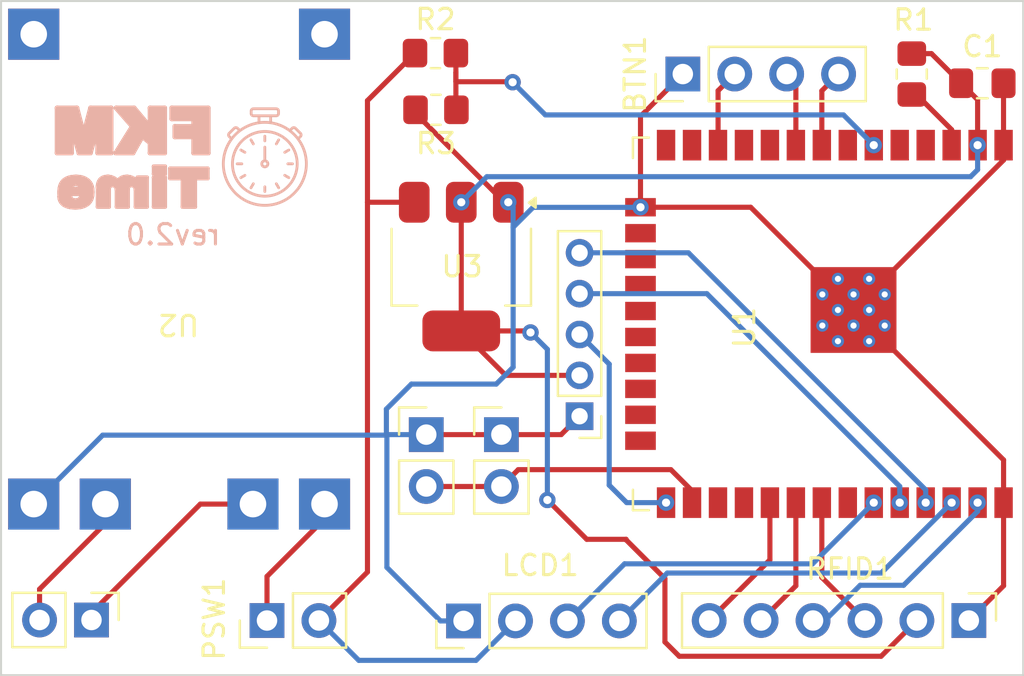
<source format=kicad_pcb>
(kicad_pcb (version 20240108) (generator "pcbnew") (generator_version "8.0")
  (layers (0 "F.Cu" signal) (31 "B.Cu" signal) (34 "B.Paste" user) (35 "F.Paste" user) (36 "B.SilkS" user "B.Silkscreen") (37 "F.SilkS" user "F.Silkscreen") (38 "B.Mask" user) (39 "F.Mask" user) (44 "Edge.Cuts" user))
  (net 0 "")
  (net 1 "GND")
  (net 2 "Net-(BAT1-Pin_2)")
  (net 3 "Net-(U1-EN)")
  (net 5 "+3.3V")
  (net 6 "Net-(PSW1-Pin_1)")
  (net 7 "+5V")
  (net 8 "Net-(BAT1-Pin_1)")
  (net 14 "BTN1")
  (net 28 "BM")
  (net 29 "TX")
  (net 30 "RX")
  (net 31 "SDA")
  (net 32 "SCL")
  (net 33 "JACK")
  (net 34 "MOSI")
  (net 35 "SCK")
  (net 36 "CS")
  (net 37 "MISO")
  (net 38 "BTN3")
  (net 39 "BTN2")
  (net 40 "BAT_ADC")
  (footprint "Connector_PinHeader_2.54mm:PinHeader_1x02_P2.54mm_Vertical" (layer "F.Cu") (at 106.635 67.95 90)
    (property "Reference" "PSW1")
    (property "Value" "POWER_SW" (hide yes))
  )
  (footprint "Connector_PinHeader_2.54mm:PinHeader_1x04_P2.54mm_Vertical" (layer "F.Cu") (at 116.25 67.97 90)
    (property "Reference" "LCD1")
    (property "Value" "LCD" (hide yes))
  )
  (footprint "Resistor_SMD:R_0805_2012Metric_Pad1.20x1.40mm_HandSolder" (layer "F.Cu") (at 114.9 42.95 180)
    (property "Reference" "R3")
    (property "Value" "R10000" (hide yes))
  )
  (footprint "Resistor_SMD:R_0805_2012Metric_Pad1.20x1.40mm_HandSolder" (layer "F.Cu") (at 138.175 41.2 -90)
    (property "Reference" "R1")
    (property "Value" "R10000" (hide yes))
  )
  (footprint "RF_Module:ESP32-WROOM-32" (layer "F.Cu") (at 134.415 53.43 -90)
    (property "Reference" "U1")
    (property "Value" "ESP32-WROOM-32" (hide yes))
  )
  (footprint "Connector_PinHeader_2.00mm:PinHeader_1x05_P2.00mm_Vertical" (layer "F.Cu") (at 121.925 57.95 180)
    (property "Reference" "DBG1" (hide yes))
    (property "Value" "Conn_01x05" (hide yes))
  )
  (footprint "Connector_PinHeader_2.54mm:PinHeader_1x04_P2.54mm_Vertical" (layer "F.Cu") (at 126.975 41.2 90)
    (property "Reference" "BTN1")
    (property "Value" "Conn_01x04" (hide yes))
  )
  (footprint "Package_TO_SOT_SMD:SOT-223-3_TabPin2" (layer "F.Cu") (at 116.1375 50.625 -90)
    (property "Reference" "U3")
    (property "Value" "AMS1117-3.3" (hide yes))
  )
  (footprint "Capacitor_SMD:C_0805_2012Metric_Pad1.18x1.45mm_HandSolder" (layer "F.Cu") (at 141.625 41.65 180)
    (property "Reference" "C1")
    (property "Value" "C" (hide yes))
  )
  (footprint "Connector_PinHeader_2.54mm:PinHeader_1x06_P2.54mm_Vertical" (layer "F.Cu") (at 140.965 67.95 -90)
    (property "Reference" "RFID1")
    (property "Value" "RFID" (hide yes))
  )
  (footprint "Connector_PinHeader_2.54mm:PinHeader_1x02_P2.54mm_Vertical" (layer "F.Cu") (at 118.1 58.85)
    (property "Reference" "JM1" (hide yes))
    (property "Value" "JACK_MALE" (hide yes))
  )
  (footprint "Resistor_SMD:R_0805_2012Metric_Pad1.20x1.40mm_HandSolder" (layer "F.Cu") (at 114.875 40.175)
    (property "Reference" "R2")
    (property "Value" "R10000" (hide yes))
  )
  (footprint "18650:18650usbc" (layer "F.Cu") (at 102.309 52.966 180)
    (property "Reference" "U2")
    (property "Value" "18650")
  )
  (footprint "Connector_PinHeader_2.54mm:PinHeader_1x02_P2.54mm_Vertical" (layer "F.Cu") (at 114.425 58.85)
    (property "Reference" "JF1" (hide yes))
    (property "Value" "JACK_FEMALE" (hide yes))
  )
  (footprint "Connector_PinHeader_2.54mm:PinHeader_1x02_P2.54mm_Vertical" (layer "F.Cu") (at 98.05 67.925 -90)
    (property "Reference" "BAT1" (hide yes))
    (property "Value" "BAT1" (hide yes))
  )
  (gr_line (start 97.259701 47.730333) (end 97.259701 47.730333) (stroke (width 0.204153)) (layer "B.SilkS"))
  (gr_line (start 99.829156 46.831887) (end 99.829156 46.831887) (stroke (width 0.204153)) (layer "B.SilkS"))
  (gr_line (start 98.079458 47.197009) (end 98.069981 47.236051) (stroke (width 0.204153)) (layer "B.SilkS"))
  (gr_line (start 100.214348 46.830505) (end 100.213179 46.819208) (stroke (width 0.204153)) (layer "B.SilkS"))
  (gr_line (start 97.221795 47.382715) (end 97.237412 47.38383) (stroke (width 0.204153)) (layer "B.SilkS"))
  (gr_line (start 97.907066 47.520115) (end 97.880334 47.544195) (stroke (width 0.204153)) (layer "B.SilkS"))
  (gr_line (start 97.030642 46.775645) (end 97.029395 46.788689) (stroke (width 0.204153)) (layer "B.SilkS"))
  (gr_line (start 100.012361 46.628125) (end 100.000618 46.627868) (stroke (width 0.204153)) (layer "B.SilkS"))
  (gr_line (start 103.052319 45.061866) (end 103.052319 45.061866) (stroke (width 0.239863)) (layer "B.SilkS"))
  (gr_poly (pts (xy 107.651594 45.52601) (xy 107.648096 45.526277) (xy 107.644649 45.526715) (xy 107.641256 45.527322) (xy 107.637923 45.528093) (xy 107.634653 45.529023) (xy 107.631451 45.530108) (xy 107.628322 45.531343) (xy 107.625268 45.532725) (xy 107.622296 45.534248) (xy 107.61941 45.535909) (xy 107.616612 45.537704) (xy 107.613909 45.539627) (xy 107.611305 45.541674) (xy 107.608802 45.543842) (xy 107.606408 45.546126) (xy 107.604124 45.548521) (xy 107.601956 45.551023) (xy 107.599909 45.553627) (xy 107.597985 45.556331) (xy 107.596191 45.559128) (xy 107.59453 45.562015) (xy 107.593006 45.564987) (xy 107.591625 45.56804) (xy 107.590389 45.571169) (xy 107.589305 45.574371) (xy 107.588375 45.577641) (xy 107.587604 45.580975) (xy 107.586997 45.584367) (xy 107.586558 45.587815) (xy 107.586292 45.591313) (xy 107.586202 45.594857) (xy 107.586292 45.59841) (xy 107.586558 45.601916) (xy 107.586997 45.60537) (xy 107.587604 45.608768) (xy 107.588375 45.612106) (xy 107.589305 45.61538) (xy 107.590389 45.618585) (xy 107.591625 45.621717) (xy 107.593006 45.624772) (xy 107.59453 45.627744) (xy 107.596191 45.630631) (xy 107.597985 45.633428) (xy 107.599909 45.63613) (xy 107.601956 45.638733) (xy 107.604124 45.641233) (xy 107.606408 45.643626) (xy 107.608802 45.645907) (xy 107.611305 45.648072) (xy 107.613909 45.650117) (xy 107.616612 45.652037) (xy 107.61941 45.653828) (xy 107.622296 45.655486) (xy 107.625268 45.657006) (xy 107.628322 45.658385) (xy 107.631451 45.659617) (xy 107.634653 45.660699) (xy 107.637923 45.661627) (xy 107.641256 45.662395) (xy 107.644649 45.663) (xy 107.648096 45.663438) (xy 107.651594 45.663703) (xy 107.655138 45.663793) (xy 107.882101 45.663793) (xy 107.885654 45.663703) (xy 107.88916 45.663438) (xy 107.892614 45.663) (xy 107.896013 45.662395) (xy 107.899351 45.661627) (xy 107.902625 45.660699) (xy 107.90583 45.659617) (xy 107.908962 45.658385) (xy 107.912016 45.657006) (xy 107.914989 45.655486) (xy 107.917876 45.653828) (xy 107.920673 45.652037) (xy 107.923375 45.650117) (xy 107.925978 45.648072) (xy 107.928478 45.645907) (xy 107.930871 45.643626) (xy 107.933152 45.641233) (xy 107.935317 45.638733) (xy 107.937361 45.63613) (xy 107.939281 45.633428) (xy 107.941073 45.630631) (xy 107.94273 45.627744) (xy 107.944251 45.624772) (xy 107.945629 45.621717) (xy 107.946862 45.618585) (xy 107.947944 45.61538) (xy 107.948871 45.612106) (xy 107.94964 45.608768) (xy 107.950245 45.60537) (xy 107.950682 45.601916) (xy 107.950948 45.59841) (xy 107.951038 45.594857) (xy 107.950948 45.591313) (xy 107.950682 45.587815) (xy 107.950245 45.584367) (xy 107.94964 45.580975) (xy 107.948871 45.577641) (xy 107.947944 45.574371) (xy 107.946862 45.571169) (xy 107.945629 45.56804) (xy 107.944251 45.564987) (xy 107.94273 45.562015) (xy 107.941073 45.559128) (xy 107.939281 45.556331) (xy 107.937361 45.553627) (xy 107.935317 45.551023) (xy 107.933152 45.548521) (xy 107.930871 45.546126) (xy 107.928478 45.543842) (xy 107.925978 45.541674) (xy 107.923375 45.539627) (xy 107.920673 45.537704) (xy 107.917876 45.535909) (xy 107.914989 45.534248) (xy 107.912016 45.532725) (xy 107.908962 45.531343) (xy 107.90583 45.530108) (xy 107.902625 45.529023) (xy 107.899351 45.528093) (xy 107.896013 45.527322) (xy 107.892614 45.526715) (xy 107.88916 45.526277) (xy 107.885654 45.52601) (xy 107.882101 45.52592) (xy 107.655138 45.52592)) (fill solid) (layer "B.SilkS"))
  (gr_line (start 103.113917 47.697777) (end 102.512507 47.697777) (stroke (width 0.204153)) (layer "B.SilkS"))
  (gr_line (start 98.848957 46.227789) (end 98.848957 46.227789) (stroke (width 0.204153)) (layer "B.SilkS"))
  (gr_line (start 97.541428 47.207665) (end 97.545475 47.192752) (stroke (width 0.204153)) (layer "B.SilkS"))
  (gr_line (start 97.440922 46.613352) (end 97.430447 46.607427) (stroke (width 0.204153)) (layer "B.SilkS"))
  (gr_line (start 97.936176 46.468982) (end 97.958885 46.496332) (stroke (width 0.204153)) (layer "B.SilkS"))
  (gr_line (start 96.99928 47.709671) (end 96.960878 47.702211) (stroke (width 0.204153)) (layer "B.SilkS"))
  (gr_line (start 99.263592 46.746659) (end 99.258683 46.73723) (stroke (width 0.204153)) (layer "B.SilkS"))
  (gr_line (start 99.863815 46.698203) (end 99.859041 46.705894) (stroke (width 0.204153)) (layer "B.SilkS"))
  (gr_line (start 99.993439 46.265505) (end 100.010703 46.272057) (stroke (width 0.204153)) (layer "B.SilkS"))
  (gr_line (start 102.131031 44.271733) (end 102.131031 44.271733) (stroke (width 0.239863)) (layer "B.SilkS"))
  (gr_line (start 96.501211 46.760211) (end 96.510177 46.720986) (stroke (width 0.204153)) (layer "B.SilkS"))
  (gr_line (start 99.920478 46.645527) (end 99.913027 46.649669) (stroke (width 0.204153)) (layer "B.SilkS"))
  (gr_line (start 103.052319 43.766544) (end 103.052319 43.766544) (stroke (width 0.239863)) (layer "B.SilkS"))
  (gr_line (start 97.034634 46.750646) (end 97.032389 46.762964) (stroke (width 0.204153)) (layer "B.SilkS"))
  (gr_line (start 97.548983 47.177248) (end 97.551952 47.16115) (stroke (width 0.204153)) (layer "B.SilkS"))
  (gr_line (start 97.519851 47.261394) (end 97.526053 47.248849) (stroke (width 0.204153)) (layer "B.SilkS"))
  (gr_line (start 97.242567 46.574329) (end 97.229267 46.575618) (stroke (width 0.204153)) (layer "B.SilkS"))
  (gr_line (start 96.732087 47.61788) (end 96.705119 47.601248) (stroke (width 0.204153)) (layer "B.SilkS"))
  (gr_line (start 97.270346 47.384721) (end 97.288807 47.384412) (stroke (width 0.204153)) (layer "B.SilkS"))
  (gr_line (start 99.272007 46.766219) (end 99.268033 46.756322) (stroke (width 0.204153)) (layer "B.SilkS"))
  (gr_line (start 97.885709 46.418475) (end 97.911784 46.443029) (stroke (width 0.204153)) (layer "B.SilkS"))
  (gr_line (start 103.052319 43.766544) (end 103.052319 43.38941) (stroke (width 0.239863)) (layer "B.SilkS"))
  (gr_line (start 103.052319 44.271733) (end 103.052319 44.271733) (stroke (width 0.239863)) (layer "B.SilkS"))
  (gr_line (start 96.655513 47.564652) (end 96.632999 47.544944) (stroke (width 0.204153)) (layer "B.SilkS"))
  (gr_line (start 98.389825 46.537796) (end 98.397943 46.513338) (stroke (width 0.204153)) (layer "B.SilkS"))
  (gr_line (start 98.912145 46.748636) (end 98.909497 46.758042) (stroke (width 0.204153)) (layer "B.SilkS"))
  (gr_line (start 97.096747 47.347003) (end 97.106707 47.352587) (stroke (width 0.204153)) (layer "B.SilkS"))
  (gr_line (start 100.277811 46.475629) (end 100.277811 46.475629) (stroke (width 0.204153)) (layer "B.SilkS"))
  (gr_line (start 100.191932 46.746659) (end 100.187032 46.73723) (stroke (width 0.204153)) (layer "B.SilkS"))
  (gr_line (start 100.756955 47.697777) (end 100.756955 47.697777) (stroke (width 0.204153)) (layer "B.SilkS"))
  (gr_poly (pts (xy 101.102825 46.091646) (xy 101.644394 46.091646) (xy 101.644394 45.724537) (xy 101.102825 45.724537)) (fill solid) (layer "B.SilkS"))
  (gr_line (start 98.377368 43.891976) (end 98.383896 43.823957) (stroke (width 0.239863)) (layer "B.SilkS"))
  (gr_line (start 99.157595 46.312238) (end 99.173127 46.321484) (stroke (width 0.204153)) (layer "B.SilkS"))
  (gr_line (start 100.203837 46.77635) (end 100.200335 46.766219) (stroke (width 0.204153)) (layer "B.SilkS"))
  (gr_line (start 98.466726 46.38602) (end 98.481538 46.368039) (stroke (width 0.204153)) (layer "B.SilkS"))
  (gr_line (start 96.944216 46.274143) (end 96.982617 46.263279) (stroke (width 0.204153)) (layer "B.SilkS"))
  (gr_poly (pts (xy 105.172882 45.52601) (xy 105.169385 45.526277) (xy 105.165937 45.526715) (xy 105.162545 45.527322) (xy 105.159211 45.528093) (xy 105.155941 45.529023) (xy 105.152739 45.530108) (xy 105.14961 45.531343) (xy 105.146557 45.532725) (xy 105.143584 45.534248) (xy 105.140698 45.535909) (xy 105.137901 45.537704) (xy 105.135197 45.539627) (xy 105.132593 45.541674) (xy 105.130091 45.543842) (xy 105.127696 45.546126) (xy 105.125412 45.548521) (xy 105.123244 45.551023) (xy 105.121197 45.553627) (xy 105.119274 45.556331) (xy 105.117479 45.559128) (xy 105.115818 45.562015) (xy 105.114295 45.564987) (xy 105.112913 45.56804) (xy 105.111678 45.571169) (xy 105.110593 45.574371) (xy 105.109663 45.577641) (xy 105.108892 45.580975) (xy 105.108285 45.584367) (xy 105.107846 45.587815) (xy 105.10758 45.591313) (xy 105.10749 45.594857) (xy 105.10758 45.59841) (xy 105.107846 45.601916) (xy 105.108285 45.60537) (xy 105.108892 45.608768) (xy 105.109663 45.612106) (xy 105.110593 45.61538) (xy 105.111678 45.618585) (xy 105.112913 45.621717) (xy 105.114295 45.624772) (xy 105.115818 45.627744) (xy 105.117479 45.630631) (xy 105.119274 45.633428) (xy 105.121197 45.63613) (xy 105.123244 45.638733) (xy 105.125412 45.641233) (xy 105.127696 45.643626) (xy 105.130091 45.645907) (xy 105.132593 45.648072) (xy 105.135197 45.650117) (xy 105.137901 45.652037) (xy 105.140698 45.653828) (xy 105.143584 45.655486) (xy 105.146557 45.657006) (xy 105.14961 45.658385) (xy 105.152739 45.659617) (xy 105.155941 45.660699) (xy 105.159211 45.661627) (xy 105.162545 45.662395) (xy 105.165937 45.663) (xy 105.169385 45.663438) (xy 105.172882 45.663703) (xy 105.176427 45.663793) (xy 105.403389 45.663793) (xy 105.406943 45.663703) (xy 105.41045 45.663438) (xy 105.413905 45.663) (xy 105.417306 45.662395) (xy 105.420646 45.661627) (xy 105.423923 45.660699) (xy 105.427131 45.659617) (xy 105.430266 45.658385) (xy 105.433324 45.657006) (xy 105.436301 45.655486) (xy 105.439192 45.653828) (xy 105.441994 45.652037) (xy 105.4447 45.650117) (xy 105.447308 45.648072) (xy 105.449813 45.645907) (xy 105.452211 45.643626) (xy 105.454497 45.641233) (xy 105.456666 45.638733) (xy 105.458716 45.63613) (xy 105.46064 45.633428) (xy 105.462436 45.630631) (xy 105.464098 45.627744) (xy 105.465622 45.624772) (xy 105.467005 45.621717) (xy 105.468241 45.618585) (xy 105.469326 45.61538) (xy 105.470256 45.612106) (xy 105.471027 45.608768) (xy 105.471634 45.60537) (xy 105.472073 45.601916) (xy 105.472339 45.59841) (xy 105.472429 45.594857) (xy 105.472339 45.591313) (xy 105.472073 45.587815) (xy 105.471634 45.584367) (xy 105.471027 45.580975) (xy 105.470256 45.577641) (xy 105.469326 45.574371) (xy 105.468241 45.571169) (xy 105.467005 45.56804) (xy 105.465622 45.564987) (xy 105.464098 45.562015) (xy 105.462436 45.559128) (xy 105.46064 45.556331) (xy 105.458716 45.553627) (xy 105.456666 45.551023) (xy 105.454497 45.548521) (xy 105.452211 45.546126) (xy 105.449813 45.543842) (xy 105.447308 45.541674) (xy 105.4447 45.539627) (xy 105.441994 45.537704) (xy 105.439192 45.535909) (xy 105.436301 45.534248) (xy 105.433324 45.532725) (xy 105.430266 45.531343) (xy 105.427131 45.530108) (xy 105.423923 45.529023) (xy 105.420646 45.528093) (xy 105.417306 45.527322) (xy 105.413905 45.526715) (xy 105.41045 45.526277) (xy 105.406943 45.52601) (xy 105.403389 45.52592) (xy 105.176427 45.52592)) (fill solid) (layer "B.SilkS"))
  (gr_line (start 96.579462 46.547898) (end 96.59821 46.517888) (stroke (width 0.204153)) (layer "B.SilkS"))
  (gr_line (start 100.919322 45.061866) (end 100.919322 45.061866) (stroke (width 0.239863)) (layer "B.SilkS"))
  (gr_line (start 103.72928 45.825023) (end 103.72928 46.304167) (stroke (width 0.204153)) (layer "B.SilkS"))
  (gr_line (start 100.044886 46.286737) (end 100.061804 46.294865) (stroke (width 0.204153)) (layer "B.SilkS"))
  (gr_line (start 98.907201 46.767734) (end 98.905259 46.777711) (stroke (width 0.204153)) (layer "B.SilkS"))
  (gr_line (start 100.140572 46.341096) (end 100.155094 46.351461) (stroke (width 0.204153)) (layer "B.SilkS"))
  (gr_line (start 96.679581 47.583469) (end 96.679581 47.583469) (stroke (width 0.204153)) (layer "B.SilkS"))
  (gr_line (start 99.211618 46.678195) (end 99.203453 46.671262) (stroke (width 0.204153)) (layer "B.SilkS"))
  (gr_line (start 97.724926 47.642369) (end 97.689639 47.657638) (stroke (width 0.204153)) (layer "B.SilkS"))
  (gr_line (start 97.087351 47.340972) (end 97.096747 47.347003) (stroke (width 0.204153)) (layer "B.SilkS"))
  (gr_line (start 97.43854 47.347351) (end 97.450029 47.340247) (stroke (width 0.204153)) (layer "B.SilkS"))
  (gr_line (start 97.551494 46.786505) (end 97.54852 46.772534) (stroke (width 0.204153)) (layer "B.SilkS"))
  (gr_line (start 98.361055 44.11965) (end 98.365221 44.043572) (stroke (width 0.239863)) (layer "B.SilkS"))
  (gr_line (start 97.48966 47.305656) (end 97.498014 47.295478) (stroke (width 0.204153)) (layer "B.SilkS"))
  (gr_line (start 103.758942 45.061866) (end 103.052319 45.061866) (stroke (width 0.239863)) (layer "B.SilkS"))
  (gr_line (start 101.625945 45.061866) (end 101.625945 45.061866) (stroke (width 0.239863)) (layer "B.SilkS"))
  (gr_line (start 100.010703 46.272057) (end 100.027852 46.279135) (stroke (width 0.204153)) (layer "B.SilkS"))
  (gr_line (start 100.07772 45.061866) (end 100.07772 45.061866) (stroke (width 0.239863)) (layer "B.SilkS"))
  (gr_line (start 99.777376 46.227789) (end 99.777376 46.227789) (stroke (width 0.204153)) (layer "B.SilkS"))
  (gr_poly (pts (xy 105.352884 44.849706) (xy 105.349579 44.850019) (xy 105.346297 44.850488) (xy 105.343045 44.851113) (xy 105.339828 44.851891) (xy 105.336652 44.852822) (xy 105.333523 44.853904) (xy 105.330447 44.855135) (xy 105.32743 44.856513) (xy 105.324478 44.858038) (xy 105.321596 44.859707) (xy 105.318792 44.861519) (xy 105.316069 44.863472) (xy 105.313435 44.865565) (xy 105.310896 44.867796) (xy 105.308456 44.870163) (xy 105.306123 44.872666) (xy 105.303902 44.875302) (xy 105.301799 44.87807) (xy 105.299819 44.880968) (xy 105.29797 44.883995) (xy 105.296275 44.887112) (xy 105.294757 44.890277) (xy 105.293413 44.893484) (xy 105.292241 44.896727) (xy 105.291241 44.9) (xy 105.29041 44.903298) (xy 105.289747 44.906614) (xy 105.289251 44.909942) (xy 105.288919 44.913277) (xy 105.288751 44.916612) (xy 105.288745 44.919942) (xy 105.288899 44.923261) (xy 105.289211 44.926562) (xy 105.28968 44.929841) (xy 105.290305 44.93309) (xy 105.291084 44.936305) (xy 105.292015 44.939479) (xy 105.293096 44.942605) (xy 105.294327 44.945679) (xy 105.295706 44.948695) (xy 105.29723 44.951646) (xy 105.298899 44.954526) (xy 105.300711 44.95733) (xy 105.302664 44.960052) (xy 105.304757 44.962685) (xy 105.306988 44.965224) (xy 105.309356 44.967664) (xy 105.311858 44.969997) (xy 105.314494 44.972218) (xy 105.317262 44.974321) (xy 105.320161 44.9763) (xy 105.323188 44.97815) (xy 105.519765 45.091631) (xy 105.521811 45.092775) (xy 105.52388 45.093841) (xy 105.52597 45.094831) (xy 105.528078 45.095744) (xy 105.530204 45.096582) (xy 105.532344 45.097345) (xy 105.534498 45.098033) (xy 105.536663 45.098646) (xy 105.538838 45.099186) (xy 105.541021 45.099652) (xy 105.54321 45.100045) (xy 105.545403 45.100366) (xy 105.547598 45.100615) (xy 105.549794 45.100792) (xy 105.551989 45.100898) (xy 105.554181 45.100933) (xy 105.558647 45.100788) (xy 105.563082 45.100357) (xy 105.567471 45.099643) (xy 105.571801 45.09865) (xy 105.576058 45.097382) (xy 105.580228 45.095843) (xy 105.584296 45.094036) (xy 105.588249 45.091967) (xy 105.592072 45.089639) (xy 105.595752 45.087055) (xy 105.599273 45.08422) (xy 105.602623 45.081138) (xy 105.605787 45.077812) (xy 105.608751 45.074247) (xy 105.611501 45.070446) (xy 105.614023 45.066413) (xy 105.615717 45.063296) (xy 105.617235 45.060132) (xy 105.61858 45.056925) (xy 105.619751 45.053682) (xy 105.620751 45.050409) (xy 105.621582 45.047111) (xy 105.622244 45.043795) (xy 105.62274 45.040467) (xy 105.62307 45.037132) (xy 105.623238 45.033797) (xy 105.623243 45.030467) (xy 105.623088 45.027148) (xy 105.622774 45.023846) (xy 105.622303 45.020568) (xy 105.621677 45.017318) (xy 105.620896 45.014104) (xy 105.619962 45.01093) (xy 105.618877 45.007803) (xy 105.617643 45.004729) (xy 105.616261 45.001714) (xy 105.614733 44.998763) (xy 105.613059 44.995882) (xy 105.611243 44.993079) (xy 105.609285 44.990357) (xy 105.607186 44.987723) (xy 105.604949 44.985184) (xy 105.602575 44.982745) (xy 105.600065 44.980412) (xy 105.597421 44.978191) (xy 105.594645 44.976088) (xy 105.591738 44.974108) (xy 105.588701 44.972259) (xy 105.392227 44.858777) (xy 105.389101 44.857083) (xy 105.385928 44.855565) (xy 105.382712 44.85422) (xy 105.379462 44.853049) (xy 105.376181 44.852048) (xy 105.372877 44.851218) (xy 105.369555 44.850555) (xy 105.366221 44.850059) (xy 105.362881 44.849727) (xy 105.359541 44.849559) (xy 105.356207 44.849553)) (fill solid) (layer "B.SilkS"))
  (gr_line (start 96.481648 46.932468) (end 96.484094 46.8871) (stroke (width 0.204153)) (layer "B.SilkS"))
  (gr_line (start 98.902432 46.798524) (end 98.901548 46.809359) (stroke (width 0.204153)) (layer "B.SilkS"))
  (gr_line (start 99.258569 46.384795) (end 99.271517 46.396652) (stroke (width 0.204153)) (layer "B.SilkS"))
  (gr_line (start 97.058586 46.684371) (end 97.053347 46.694508) (stroke (width 0.204153)) (layer "B.SilkS"))
  (gr_line (start 98.371054 43.966429) (end 98.377368 43.891976) (stroke (width 0.239863)) (layer "B.SilkS"))
  (gr_line (start 97.070254 47.327567) (end 97.078521 47.334494) (stroke (width 0.204153)) (layer "B.SilkS"))
  (gr_poly (pts (xy 105.851071 44.354396) (xy 105.847736 44.354564) (xy 105.844401 44.354895) (xy 105.841073 44.355391) (xy 105.837757 44.356054) (xy 105.834459 44.356885) (xy 105.831186 44.357885) (xy 105.827943 44.359057) (xy 105.824736 44.360401) (xy 105.821571 44.36192) (xy 105.818455 44.363614) (xy 105.815418 44.365464) (xy 105.812511 44.367443) (xy 105.809735 44.369546) (xy 105.807091 44.371767) (xy 105.804581 44.3741) (xy 105.802207 44.376539) (xy 105.79997 44.379079) (xy 105.797871 44.381712) (xy 105.795913 44.384434) (xy 105.794096 44.387238) (xy 105.792423 44.390118) (xy 105.790895 44.393069) (xy 105.789513 44.396084) (xy 105.788278 44.399158) (xy 105.787194 44.402285) (xy 105.78626 44.405459) (xy 105.785479 44.408673) (xy 105.784852 44.411923) (xy 105.784381 44.415201) (xy 105.784068 44.418503) (xy 105.783913 44.421822) (xy 105.783918 44.425152) (xy 105.784085 44.428487) (xy 105.784416 44.431822) (xy 105.784912 44.43515) (xy 105.785574 44.438466) (xy 105.786405 44.441763) (xy 105.787405 44.445037) (xy 105.788576 44.44828) (xy 105.78992 44.451487) (xy 105.791439 44.454651) (xy 105.793133 44.457768) (xy 105.906614 44.654345) (xy 105.907846 44.65639) (xy 105.909136 44.658378) (xy 105.910484 44.660308) (xy 105.911886 44.662179) (xy 105.913342 44.663991) (xy 105.91485 44.665744) (xy 105.916408 44.667437) (xy 105.918014 44.66907) (xy 105.919667 44.670642) (xy 105.921364 44.672152) (xy 105.923104 44.673601) (xy 105.924886 44.674987) (xy 105.926707 44.676311) (xy 105.928565 44.677571) (xy 105.93046 44.678767) (xy 105.932388 44.679899) (xy 105.934349 44.680967) (xy 105.936341 44.681969) (xy 105.940409 44.683775) (xy 105.944579 44.685314) (xy 105.948836 44.686582) (xy 105.953166 44.687575) (xy 105.957556 44.688289) (xy 105.96199 44.688721) (xy 105.96422 44.688829) (xy 105.966456 44.688865) (xy 105.968648 44.68883) (xy 105.970843 44.688724) (xy 105.973039 44.688547) (xy 105.975235 44.688298) (xy 105.977428 44.687978) (xy 105.979617 44.687585) (xy 105.981799 44.687118) (xy 105.983974 44.686579) (xy 105.98614 44.685965) (xy 105.988293 44.685277) (xy 105.990434 44.684515) (xy 105.992559 44.683677) (xy 105.994667 44.682763) (xy 105.996757 44.681773) (xy 105.998826 44.680707) (xy 106.000872 44.679564) (xy 106.003899 44.677714) (xy 106.006798 44.675734) (xy 106.009566 44.673631) (xy 106.012202 44.67141) (xy 106.014704 44.669077) (xy 106.017072 44.666638) (xy 106.019303 44.664099) (xy 106.021396 44.661465) (xy 106.023349 44.658744) (xy 106.025161 44.65594) (xy 106.02683 44.653059) (xy 106.028354 44.650109) (xy 106.029733 44.647093) (xy 106.030964 44.644019) (xy 106.032045 44.640892) (xy 106.032976 44.637719) (xy 106.033755 44.634504) (xy 106.03438 44.631255) (xy 106.034849 44.627976) (xy 106.035162 44.624674) (xy 106.035315 44.621356) (xy 106.035309 44.618026) (xy 106.035141 44.61469) (xy 106.034809 44.611355) (xy 106.034313 44.608027) (xy 106.03365 44.604711) (xy 106.032819 44.601414) (xy 106.031819 44.598141) (xy 106.030648 44.594898) (xy 106.029303 44.591691) (xy 106.027785 44.588526) (xy 106.026091 44.585409) (xy 105.912609 44.388832) (xy 105.91076 44.385805) (xy 105.90878 44.382906) (xy 105.906677 44.380139) (xy 105.904456 44.377502) (xy 105.902123 44.375) (xy 105.899684 44.372632) (xy 105.897144 44.370401) (xy 105.894511 44.368308) (xy 105.891789 44.366355) (xy 105.888985 44.364543) (xy 105.886105 44.362874) (xy 105.883154 44.36135) (xy 105.880139 44.359971) (xy 105.877065 44.358741) (xy 105.873938 44.357659) (xy 105.870764 44.356728) (xy 105.86755 44.355949) (xy 105.8643 44.355325) (xy 105.861022 44.354855) (xy 105.85772 44.354543) (xy 105.854401 44.354389)) (fill solid) (layer "B.SilkS"))
  (gr_line (start 99.084044 46.628125) (end 99.072303 46.627868) (stroke (width 0.204153)) (layer "B.SilkS"))
  (gr_line (start 100.12564 46.331103) (end 100.140572 46.341096) (stroke (width 0.204153)) (layer "B.SilkS"))
  (gr_line (start 97.150805 46.234308) (end 97.196497 46.230686) (stroke (width 0.204153)) (layer "B.SilkS"))
  (gr_line (start 99.203453 46.671262) (end 99.195014 46.664843) (stroke (width 0.204153)) (layer "B.SilkS"))
  (gr_line (start 98.957715 46.670598) (end 98.951714 46.676921) (stroke (width 0.204153)) (layer "B.SilkS"))
  (gr_line (start 97.955349 47.467463) (end 97.932071 47.494537) (stroke (width 0.204153)) (layer "B.SilkS"))
  (gr_line (start 100.027852 46.279135) (end 100.044886 46.286737) (stroke (width 0.204153)) (layer "B.SilkS"))
  (gr_line (start 99.829156 46.831887) (end 99.829156 47.697777) (stroke (width 0.204153)) (layer "B.SilkS"))
  (gr_poly (pts (xy 107.69902 44.849559) (xy 107.695685 44.849727) (xy 107.69235 44.850059) (xy 107.689022 44.850555) (xy 107.685706 44.851218) (xy 107.682409 44.852048) (xy 107.679135 44.853049) (xy 107.675892 44.85422) (xy 107.672685 44.855565) (xy 107.669521 44.857083) (xy 107.666404 44.858777) (xy 107.469827 44.972259) (xy 107.4668 44.974108) (xy 107.463901 44.976088) (xy 107.461133 44.978191) (xy 107.458497 44.980412) (xy 107.455995 44.982745) (xy 107.453627 44.985184) (xy 107.451396 44.987723) (xy 107.449303 44.990357) (xy 107.44735 44.993079) (xy 107.445538 44.995882) (xy 107.443869 44.998763) (xy 107.442345 45.001714) (xy 107.440966 45.004729) (xy 107.439735 45.007803) (xy 107.438654 45.01093) (xy 107.437723 45.014104) (xy 107.436944 45.017318) (xy 107.436319 45.020568) (xy 107.43585 45.023846) (xy 107.435538 45.027148) (xy 107.435384 45.030467) (xy 107.43539 45.033797) (xy 107.435558 45.037132) (xy 107.43589 45.040467) (xy 107.436386 45.043795) (xy 107.437049 45.047111) (xy 107.43788 45.050409) (xy 107.43888 45.053682) (xy 107.440051 45.056925) (xy 107.441396 45.060132) (xy 107.442914 45.063296) (xy 107.444609 45.066413) (xy 107.445831 45.068458) (xy 107.447113 45.070446) (xy 107.448454 45.072375) (xy 107.44985 45.074247) (xy 107.451301 45.076059) (xy 107.452805 45.077812) (xy 107.45436 45.079505) (xy 107.455963 45.081138) (xy 107.457613 45.08271) (xy 107.459309 45.08422) (xy 107.461048 45.085669) (xy 107.462829 45.087055) (xy 107.464649 45.088379) (xy 107.466507 45.089639) (xy 107.468402 45.090835) (xy 107.470331 45.091967) (xy 107.472292 45.093034) (xy 107.474283 45.094036) (xy 107.478351 45.095843) (xy 107.482518 45.097382) (xy 107.486772 45.09865) (xy 107.491096 45.099643) (xy 107.495476 45.100357) (xy 107.499898 45.100788) (xy 107.50212 45.100897) (xy 107.504347 45.100933) (xy 107.506539 45.100898) (xy 107.508733 45.100792) (xy 107.51093 45.100615) (xy 107.513125 45.100366) (xy 107.515318 45.100045) (xy 107.517507 45.099652) (xy 107.51969 45.099186) (xy 107.521865 45.098646) (xy 107.52403 45.098033) (xy 107.526184 45.097345) (xy 107.528324 45.096582) (xy 107.53045 45.095744) (xy 107.532558 45.094831) (xy 107.534647 45.093841) (xy 107.536716 45.092775) (xy 107.538763 45.091631) (xy 107.73534 44.97815) (xy 107.738367 44.9763) (xy 107.741267 44.974321) (xy 107.744036 44.972218) (xy 107.746674 44.969997) (xy 107.749179 44.967664) (xy 107.751549 44.965224) (xy 107.753783 44.962685) (xy 107.755878 44.960052) (xy 107.757835 44.95733) (xy 107.75965 44.954526) (xy 107.761322 44.951646) (xy 107.762849 44.948695) (xy 107.764231 44.945679) (xy 107.765465 44.942605) (xy 107.766549 44.939479) (xy 107.767483 44.936305) (xy 107.768264 44.93309) (xy 107.768891 44.929841) (xy 107.769361 44.926562) (xy 107.769675 44.923261) (xy 107.769829 44.919942) (xy 107.769822 44.916612) (xy 107.769654 44.913277) (xy 107.769321 44.909942) (xy 107.768822 44.906614) (xy 107.768156 44.903298) (xy 107.767322 44.9) (xy 107.766317 44.896727) (xy 107.765139 44.893484) (xy 107.763788 44.890277) (xy 107.762262 44.887112) (xy 107.760558 44.883995) (xy 107.758709 44.880968) (xy 107.756729 44.87807) (xy 107.754626 44.875302) (xy 107.752405 44.872666) (xy 107.750072 44.870163) (xy 107.747633 44.867796) (xy 107.745094 44.865565) (xy 107.74246 44.863472) (xy 107.739739 44.861519) (xy 107.736935 44.859707) (xy 107.734054 44.858038) (xy 107.731103 44.856513) (xy 107.728088 44.855135) (xy 107.725014 44.853904) (xy 107.721887 44.852822) (xy 107.718713 44.851891) (xy 107.715499 44.851113) (xy 107.712249 44.850488) (xy 107.708971 44.850019) (xy 107.705669 44.849706) (xy 107.70235 44.849553)) (fill solid) (layer "B.SilkS"))
  (gr_line (start 103.113917 46.304167) (end 103.113917 46.304167) (stroke (width 0.204153)) (layer "B.SilkS"))
  (gr_line (start 98.946006 46.683679) (end 98.940543 46.690798) (stroke (width 0.204153)) (layer "B.SilkS"))
  (gr_line (start 99.106698 46.630179) (end 99.095509 46.628895) (stroke (width 0.204153)) (layer "B.SilkS"))
  (gr_line (start 97.396375 46.592497) (end 97.384136 46.588468) (stroke (width 0.204153)) (layer "B.SilkS"))
  (gr_line (start 96.774083 46.350192) (end 96.805193 46.332085) (stroke (width 0.204153)) (layer "B.SilkS"))
  (gr_line (start 97.558701 47.071769) (end 97.558701 47.071769) (stroke (width 0.204153)) (layer "B.SilkS"))
  (gr_line (start 99.286967 47.697777) (end 99.286967 46.853798) (stroke (width 0.204153)) (layer "B.SilkS"))
  (gr_line (start 99.796001 46.228051) (end 99.814515 46.228836) (stroke (width 0.204153)) (layer "B.SilkS"))
  (gr_line (start 99.479814 46.306193) (end 99.50623 46.289736) (stroke (width 0.204153)) (layer "B.SilkS"))
  (gr_line (start 97.791296 47.607466) (end 97.758812 47.625645) (stroke (width 0.204153)) (layer "B.SilkS"))
  (gr_line (start 97.026677 47.270357) (end 97.03141 47.279421) (stroke (width 0.204153)) (layer "B.SilkS"))
  (gr_line (start 98.363567 46.673968) (end 98.366908 46.644883) (stroke (width 0.204153)) (layer "B.SilkS"))
  (gr_poly (pts (xy 106.525762 44.173224) (xy 106.522257 44.17349) (xy 106.518802 44.173927) (xy 106.515404 44.174532) (xy 106.512066 44.175301) (xy 106.508792 44.176228) (xy 106.505587 44.17731) (xy 106.502455 44.178543) (xy 106.499401 44.179921) (xy 106.496428 44.181442) (xy 106.493541 44.1831) (xy 106.490744 44.184891) (xy 106.488042 44.186811) (xy 106.485439 44.188855) (xy 106.482939 44.19102) (xy 106.480546 44.193301) (xy 106.478265 44.195694) (xy 106.4761 44.198194) (xy 106.474055 44.200797) (xy 106.472135 44.203499) (xy 106.470344 44.206296) (xy 106.468686 44.209183) (xy 106.467166 44.212156) (xy 106.465787 44.21521) (xy 106.464555 44.218342) (xy 106.463473 44.221547) (xy 106.462546 44.224821) (xy 106.461777 44.228159) (xy 106.461172 44.231558) (xy 106.460734 44.235012) (xy 106.460469 44.238518) (xy 106.460379 44.242071) (xy 106.460379 44.469034) (xy 106.460469 44.472587) (xy 106.460734 44.476093) (xy 106.461172 44.479547) (xy 106.461777 44.482945) (xy 106.462546 44.486284) (xy 106.463473 44.489557) (xy 106.464555 44.492762) (xy 106.465787 44.495894) (xy 106.467166 44.498949) (xy 106.468686 44.501922) (xy 106.470344 44.504808) (xy 106.472135 44.507605) (xy 106.474055 44.510307) (xy 106.4761 44.512911) (xy 106.478265 44.515411) (xy 106.480546 44.517803) (xy 106.482939 44.520084) (xy 106.485439 44.522249) (xy 106.488042 44.524294) (xy 106.490744 44.526214) (xy 106.493541 44.528005) (xy 106.496428 44.529663) (xy 106.499401 44.531183) (xy 106.502455 44.532562) (xy 106.505587 44.533794) (xy 106.508792 44.534876) (xy 106.512066 44.535804) (xy 106.515404 44.536572) (xy 106.518802 44.537177) (xy 106.522257 44.537615) (xy 106.525762 44.537881) (xy 106.529316 44.53797) (xy 106.53286 44.537881) (xy 106.536358 44.537615) (xy 106.539805 44.537177) (xy 106.543198 44.536572) (xy 106.546531 44.535804) (xy 106.549801 44.534876) (xy 106.553003 44.533794) (xy 106.556132 44.532562) (xy 106.559185 44.531183) (xy 106.562158 44.529663) (xy 106.565044 44.528005) (xy 106.567842 44.526214) (xy 106.570545 44.524294) (xy 106.573149 44.522249) (xy 106.575651 44.520084) (xy 106.578046 44.517803) (xy 106.58033 44.515411) (xy 106.582498 44.512911) (xy 106.584545 44.510307) (xy 106.586468 44.507605) (xy 106.588263 44.504808) (xy 106.589924 44.501922) (xy 106.591447 44.498949) (xy 106.592829 44.495894) (xy 106.594065 44.492762) (xy 106.595149 44.489557) (xy 106.596079 44.486284) (xy 106.59685 44.482945) (xy 106.597457 44.479547) (xy 106.597896 44.476093) (xy 106.598162 44.472587) (xy 106.598252 44.469034) (xy 106.598252 44.242071) (xy 106.598162 44.238518) (xy 106.597896 44.235012) (xy 106.597457 44.231558) (xy 106.59685 44.228159) (xy 106.596079 44.224821) (xy 106.595149 44.221547) (xy 106.594065 44.218342) (xy 106.592829 44.21521) (xy 106.591447 44.212156) (xy 106.589924 44.209183) (xy 106.588263 44.206296) (xy 106.586468 44.203499) (xy 106.584545 44.200797) (xy 106.582498 44.198194) (xy 106.58033 44.195694) (xy 106.578046 44.193301) (xy 106.575651 44.19102) (xy 106.573149 44.188855) (xy 106.570545 44.186811) (xy 106.567842 44.184891) (xy 106.565044 44.1831) (xy 106.562158 44.181442) (xy 106.559185 44.179921) (xy 106.556132 44.178543) (xy 106.553003 44.17731) (xy 106.549801 44.176228) (xy 106.546531 44.175301) (xy 106.543198 44.174532) (xy 106.539805 44.173927) (xy 106.536358 44.17349) (xy 106.53286 44.173224) (xy 106.529316 44.173134)) (fill solid) (layer "B.SilkS"))
  (gr_line (start 100.215283 46.853798) (end 100.215283 46.853798) (stroke (width 0.204153)) (layer "B.SilkS"))
  (gr_line (start 100.023829 46.628895) (end 100.012361 46.628125) (stroke (width 0.204153)) (layer "B.SilkS"))
  (gr_line (start 99.284863 46.819208) (end 99.283227 46.808143) (stroke (width 0.204153)) (layer "B.SilkS"))
  (gr_line (start 100.256533 46.447811) (end 100.267375 46.461534) (stroke (width 0.204153)) (layer "B.SilkS"))
  (gr_line (start 97.048606 46.705009) (end 97.044365 46.715873) (stroke (width 0.204153)) (layer "B.SilkS"))
  (gr_line (start 98.366908 46.644883) (end 98.371204 46.616723) (stroke (width 0.204153)) (layer "B.SilkS"))
  (gr_line (start 97.04899 43.823569) (end 97.054978 43.891879) (stroke (width 0.239863)) (layer "B.SilkS"))
  (gr_line (start 99.663233 46.236499) (end 99.699619 46.23166) (stroke (width 0.204153)) (layer "B.SilkS"))
  (gr_line (start 98.900841 46.831887) (end 98.900841 47.697777) (stroke (width 0.204153)) (layer "B.SilkS"))
  (gr_line (start 96.48161 47.20762) (end 96.480833 47.175432) (stroke (width 0.204153)) (layer "B.SilkS"))
  (gr_line (start 101.10236 46.260345) (end 101.644652 46.260345) (stroke (width 0.204153)) (layer "B.SilkS"))
  (gr_line (start 96.562345 46.579444) (end 96.579462 46.547898) (stroke (width 0.204153)) (layer "B.SilkS"))
  (gr_line (start 96.907273 46.286456) (end 96.944216 46.274143) (stroke (width 0.204153)) (layer "B.SilkS"))
  (gr_line (start 99.835522 46.767734) (end 99.833577 46.777711) (stroke (width 0.204153)) (layer "B.SilkS"))
  (gr_line (start 97.037379 46.738692) (end 97.034634 46.750646) (stroke (width 0.204153)) (layer "B.SilkS"))
  (gr_line (start 97.515346 46.687981) (end 97.508841 46.677795) (stroke (width 0.204153)) (layer "B.SilkS"))
  (gr_line (start 97.532211 46.721378) (end 97.527031 46.709772) (stroke (width 0.204153)) (layer "B.SilkS"))
  (gr_line (start 97.028397 46.815867) (end 97.028397 46.815867) (stroke (width 0.204153)) (layer "B.SilkS"))
  (gr_line (start 97.541248 46.74601) (end 97.53695 46.733457) (stroke (width 0.204153)) (layer "B.SilkS"))
  (gr_line (start 100.140032 46.678195) (end 100.131862 46.671262) (stroke (width 0.204153)) (layer "B.SilkS"))
  (gr_line (start 99.868943 46.690798) (end 99.863815 46.698203) (stroke (width 0.204153)) (layer "B.SilkS"))
  (gr_line (start 97.557621 47.109301) (end 97.558431 47.090831) (stroke (width 0.204153)) (layer "B.SilkS"))
  (gr_line (start 99.92822 46.641821) (end 99.920478 46.645527) (stroke (width 0.204153)) (layer "B.SilkS"))
  (gr_line (start 97.071805 44.268529) (end 97.071805 45.061866) (stroke (width 0.239863)) (layer "B.SilkS"))
  (gr_line (start 99.095509 46.628895) (end 99.084044 46.628125) (stroke (width 0.204153)) (layer "B.SilkS"))
  (gr_line (start 97.556117 46.815867) (end 97.556117 46.815867) (stroke (width 0.204153)) (layer "B.SilkS"))
  (gr_line (start 97.371456 46.584913) (end 97.358334 46.581832) (stroke (width 0.204153)) (layer "B.SilkS"))
  (gr_line (start 98.946006 46.683679) (end 98.946006 46.683679) (stroke (width 0.204153)) (layer "B.SilkS"))
  (gr_line (start 97.880334 47.544195) (end 97.880334 47.544195) (stroke (width 0.204153)) (layer "B.SilkS"))
  (gr_line (start 97.439535 45.061866) (end 97.439535 45.061866) (stroke (width 0.239863)) (layer "B.SilkS"))
  (gr_line (start 101.981169 42.861587) (end 101.981169 42.861587) (stroke (width 0.239863)) (layer "B.SilkS"))
  (gr_line (start 99.016227 46.635717) (end 99.007895 46.638551) (stroke (width 0.204153)) (layer "B.SilkS"))
  (gr_line (start 99.341434 46.475629) (end 99.341434 46.475629) (stroke (width 0.204153)) (layer "B.SilkS"))
  (gr_line (start 99.258683 46.73723) (end 99.253306 46.728035) (stroke (width 0.204153)) (layer "B.SilkS"))
  (gr_line (start 99.286967 46.853798) (end 99.286967 46.853798) (stroke (width 0.204153)) (layer "B.SilkS"))
  (gr_line (start 99.777376 46.227789) (end 99.796001 46.228051) (stroke (width 0.204153)) (layer "B.SilkS"))
  (gr_line (start 97.536841 47.221985) (end 97.541428 47.207665) (stroke (width 0.204153)) (layer "B.SilkS"))
  (gr_line (start 99.259475 42.861587) (end 99.259475 42.861587) (stroke (width 0.239863)) (layer "B.SilkS"))
  (gr_line (start 99.006571 42.861587) (end 99.006571 42.861587) (stroke (width 0.239863)) (layer "B.SilkS"))
  (gr_line (start 96.533001 46.647144) (end 96.546857 46.612526) (stroke (width 0.204153)) (layer "B.SilkS"))
  (gr_line (start 96.493875 46.800971) (end 96.501211 46.760211) (stroke (width 0.204153)) (layer "B.SilkS"))
  (gr_line (start 98.93796 46.234333) (end 98.955473 46.237213) (stroke (width 0.204153)) (layer "B.SilkS"))
  (gr_line (start 100.919322 42.861587) (end 100.919322 42.861587) (stroke (width 0.239863)) (layer "B.SilkS"))
  (gr_line (start 98.36118 46.703978) (end 98.363567 46.673968) (stroke (width 0.204153)) (layer "B.SilkS"))
  (gr_line (start 97.386251 47.369588) (end 97.400273 47.364955) (stroke (width 0.204153)) (layer "B.SilkS"))
  (gr_line (start 100.213179 46.819208) (end 100.211544 46.808143) (stroke (width 0.204153)) (layer "B.SilkS"))
  (gr_line (start 97.384136 46.588468) (end 97.371456 46.584913) (stroke (width 0.204153)) (layer "B.SilkS"))
  (gr_line (start 98.059797 46.689833) (end 98.070728 46.726987) (stroke (width 0.204153)) (layer "B.SilkS"))
  (gr_line (start 98.951714 46.676921) (end 98.946006 46.683679) (stroke (width 0.204153)) (layer "B.SilkS"))
  (gr_line (start 99.431969 46.344917) (end 99.455061 46.324587) (stroke (width 0.204153)) (layer "B.SilkS"))
  (gr_line (start 96.85425 47.672949) (end 96.821566 47.660902) (stroke (width 0.204153)) (layer "B.SilkS"))
  (gr_line (start 97.048596 47.304833) (end 97.055318 47.312709) (stroke (width 0.204153)) (layer "B.SilkS"))
  (gr_line (start 97.25626 46.573556) (end 97.242567 46.574329) (stroke (width 0.204153)) (layer "B.SilkS"))
  (gr_line (start 96.79031 47.647708) (end 96.760484 47.633367) (stroke (width 0.204153)) (layer "B.SilkS"))
  (gr_line (start 98.481538 46.368039) (end 98.481538 46.368039) (stroke (width 0.204153)) (layer "B.SilkS"))
  (gr_line (start 100.155544 46.693601) (end 100.155544 46.693601) (stroke (width 0.204153)) (layer "B.SilkS"))
  (gr_line (start 97.270346 46.573298) (end 97.25626 46.573556) (stroke (width 0.204153)) (layer "B.SilkS"))
  (gr_line (start 97.558701 47.071769) (end 96.480833 47.071769) (stroke (width 0.204153)) (layer "B.SilkS"))
  (gr_line (start 98.86695 46.228051) (end 98.884847 46.228836) (stroke (width 0.204153)) (layer "B.SilkS"))
  (gr_line (start 97.108992 46.623723) (end 97.100432 46.631173) (stroke (width 0.204153)) (layer "B.SilkS"))
  (gr_line (start 99.108851 46.286737) (end 99.125427 46.294865) (stroke (width 0.204153)) (layer "B.SilkS"))
  (gr_line (start 97.996728 47.408826) (end 97.976901 47.438893) (stroke (width 0.204153)) (layer "B.SilkS"))
  (gr_line (start 98.045854 47.309648) (end 98.031204 47.344204) (stroke (width 0.204153)) (layer "B.SilkS"))
  (gr_line (start 97.078521 47.334494) (end 97.087351 47.340972) (stroke (width 0.204153)) (layer "B.SilkS"))
  (gr_line (start 100.277811 46.475629) (end 100.313674 46.260345) (stroke (width 0.204153)) (layer "B.SilkS"))
  (gr_poly (pts (xy 105.961602 46.501084) (xy 105.958298 46.501398) (xy 105.955018 46.501869) (xy 105.951767 46.502496) (xy 105.94855 46.503277) (xy 105.945374 46.50421) (xy 105.942244 46.505295) (xy 105.939167 46.506529) (xy 105.936148 46.507911) (xy 105.933193 46.509439) (xy 105.930308 46.511113) (xy 105.927499 46.512929) (xy 105.924772 46.514888) (xy 105.922133 46.516986) (xy 105.919588 46.519223) (xy 105.917142 46.521598) (xy 105.914802 46.524108) (xy 105.912573 46.526751) (xy 105.910462 46.529528) (xy 105.908474 46.532435) (xy 105.906614 46.535471) (xy 105.793133 46.732048) (xy 105.791439 46.735165) (xy 105.78992 46.73833) (xy 105.788576 46.741537) (xy 105.787405 46.74478) (xy 105.786405 46.748053) (xy 105.785574 46.75135) (xy 105.784912 46.754666) (xy 105.784416 46.757994) (xy 105.784085 46.761329) (xy 105.783918 46.764665) (xy 105.783913 46.767995) (xy 105.784068 46.771313) (xy 105.784381 46.774615) (xy 105.784852 46.777894) (xy 105.785479 46.781143) (xy 105.78626 46.784357) (xy 105.787194 46.787531) (xy 105.788278 46.790658) (xy 105.789513 46.793732) (xy 105.790895 46.796747) (xy 105.792423 46.799698) (xy 105.794096 46.802579) (xy 105.795913 46.805383) (xy 105.797871 46.808104) (xy 105.79997 46.810738) (xy 105.802207 46.813277) (xy 105.804581 46.815716) (xy 105.807091 46.818049) (xy 105.809735 46.82027) (xy 105.812511 46.822373) (xy 105.815418 46.824353) (xy 105.818455 46.826203) (xy 105.8205 46.827328) (xy 105.822566 46.828378) (xy 105.824651 46.829354) (xy 105.826754 46.830256) (xy 105.828873 46.831084) (xy 105.831007 46.831838) (xy 105.833154 46.832519) (xy 105.835314 46.833127) (xy 105.837485 46.833662) (xy 105.839665 46.834125) (xy 105.841854 46.834516) (xy 105.844049 46.834836) (xy 105.84625 46.835083) (xy 105.848455 46.83526) (xy 105.850662 46.835366) (xy 105.852871 46.835401) (xy 105.857318 46.835257) (xy 105.861737 46.834829) (xy 105.866113 46.83412) (xy 105.870431 46.833133) (xy 105.874678 46.831873) (xy 105.87884 46.830343) (xy 105.882901 46.828546) (xy 105.886848 46.826487) (xy 105.890667 46.824168) (xy 105.894343 46.821593) (xy 105.897863 46.818767) (xy 105.901211 46.815693) (xy 105.904374 46.812373) (xy 105.907338 46.808813) (xy 105.910087 46.805016) (xy 105.912609 46.800984) (xy 106.026091 46.604407) (xy 106.027785 46.601291) (xy 106.029303 46.598126) (xy 106.030648 46.594919) (xy 106.031819 46.591676) (xy 106.032819 46.588402) (xy 106.03365 46.585104) (xy 106.034313 46.581788) (xy 106.034809 46.578459) (xy 106.035141 46.575124) (xy 106.035309 46.571787) (xy 106.035315 46.568456) (xy 106.035162 46.565136) (xy 106.034849 46.561833) (xy 106.03438 46.558553) (xy 106.033755 46.555302) (xy 106.032976 46.552085) (xy 106.032045 46.548909) (xy 106.030964 46.545779) (xy 106.029733 46.542701) (xy 106.028354 46.539682) (xy 106.02683 46.536728) (xy 106.025161 46.533843) (xy 106.023349 46.531034) (xy 106.021396 46.528307) (xy 106.019303 46.525668) (xy 106.017072 46.523123) (xy 106.014704 46.520677) (xy 106.012202 46.518337) (xy 106.009566 46.516108) (xy 106.006798 46.513997) (xy 106.003899 46.512008) (xy 106.000872 46.510149) (xy 105.997755 46.508455) (xy 105.994591 46.506937) (xy 105.991384 46.505592) (xy 105.988141 46.504421) (xy 105.984867 46.503421) (xy 105.981569 46.50259) (xy 105.978253 46.501928) (xy 105.974924 46.501432) (xy 105.971589 46.501102) (xy 105.968253 46.500934) (xy 105.964922 46.500929)) (fill solid) (layer "B.SilkS"))
  (gr_line (start 98.402267 43.574411) (end 98.402267 43.574411) (stroke (width 0.239863)) (layer "B.SilkS"))
  (gr_line (start 99.268033 46.756322) (end 99.263592 46.746659) (stroke (width 0.204153)) (layer "B.SilkS"))
  (gr_line (start 96.484094 46.8871) (end 96.488169 46.843268) (stroke (width 0.204153)) (layer "B.SilkS"))
  (gr_line (start 101.981169 42.861587) (end 103.758942 42.861587) (stroke (width 0.239863)) (layer "B.SilkS"))
  (gr_line (start 97.062538 47.320287) (end 97.070254 47.327567) (stroke (width 0.204153)) (layer "B.SilkS"))
  (gr_line (start 98.397513 43.70722) (end 98.397513 43.70722) (stroke (width 0.239863)) (layer "B.SilkS"))
  (gr_line (start 99.410538 46.367185) (end 99.431969 46.344917) (stroke (width 0.204153)) (layer "B.SilkS"))
  (gr_line (start 99.253306 46.728035) (end 99.247462 46.719075) (stroke (width 0.204153)) (layer "B.SilkS"))
  (gr_line (start 98.900841 46.831887) (end 98.900841 46.831887) (stroke (width 0.204153)) (layer "B.SilkS"))
  (gr_line (start 100.135494 42.861587) (end 100.919322 43.801684) (stroke (width 0.239863)) (layer "B.SilkS"))
  (gr_line (start 97.4697 46.633966) (end 97.460549 46.626621) (stroke (width 0.204153)) (layer "B.SilkS"))
  (gr_line (start 99.829333 46.82048) (end 99.829156 46.831887) (stroke (width 0.204153)) (layer "B.SilkS"))
  (gr_line (start 99.887446 46.237213) (end 99.905396 46.240617) (stroke (width 0.204153)) (layer "B.SilkS"))
  (gr_line (start 96.837762 46.315427) (end 96.871788 46.300217) (stroke (width 0.204153)) (layer "B.SilkS"))
  (gr_line (start 96.689503 46.413205) (end 96.689503 46.413205) (stroke (width 0.204153)) (layer "B.SilkS"))
  (gr_line (start 97.243648 46.228514) (end 97.292257 46.227789) (stroke (width 0.204153)) (layer "B.SilkS"))
  (gr_line (start 103.72928 46.304167) (end 103.72928 46.304167) (stroke (width 0.204153)) (layer "B.SilkS"))
  (gr_line (start 97.022477 46.253863) (end 97.063794 46.245896) (stroke (width 0.204153)) (layer "B.SilkS"))
  (gr_line (start 97.822377 47.587831) (end 97.791296 47.607466) (stroke (width 0.204153)) (layer "B.SilkS"))
  (gr_line (start 99.141695 46.303365) (end 99.157595 46.312238) (stroke (width 0.204153)) (layer "B.SilkS"))
  (gr_line (start 100.233624 46.421486) (end 100.245282 46.434462) (stroke (width 0.204153)) (layer "B.SilkS"))
  (gr_line (start 96.480833 47.175432) (end 97.006486 47.175432) (stroke (width 0.204153)) (layer "B.SilkS"))
  (gr_line (start 97.40339 47.723792) (end 97.356894 47.727426) (stroke (width 0.204153)) (layer "B.SilkS"))
  (gr_line (start 97.993092 45.061866) (end 97.439535 45.061866) (stroke (width 0.239863)) (layer "B.SilkS"))
  (gr_line (start 98.918499 46.730682) (end 98.915146 46.739516) (stroke (width 0.204153)) (layer "B.SilkS"))
  (gr_line (start 97.03141 47.279421) (end 97.036642 47.288189) (stroke (width 0.204153)) (layer "B.SilkS"))
  (gr_line (start 99.241151 46.710349) (end 99.234372 46.701857) (stroke (width 0.204153)) (layer "B.SilkS"))
  (gr_line (start 98.031204 47.344204) (end 98.014828 47.377263) (stroke (width 0.204153)) (layer "B.SilkS"))
  (gr_line (start 100.313674 46.260345) (end 100.313674 46.260345) (stroke (width 0.204153)) (layer "B.SilkS"))
  (gr_line (start 99.062235 46.628086) (end 99.052455 46.62874) (stroke (width 0.204153)) (layer "B.SilkS"))
  (gr_line (start 96.923906 47.693604) (end 96.888364 47.68385) (stroke (width 0.204153)) (layer "B.SilkS"))
  (gr_line (start 99.874425 46.683679) (end 99.874425 46.683679) (stroke (width 0.204153)) (layer "B.SilkS"))
  (gr_line (start 98.707739 46.241479) (end 98.734066 46.23655) (stroke (width 0.204153)) (layer "B.SilkS"))
  (gr_line (start 99.281123 46.797312) (end 99.278552 46.786714) (stroke (width 0.204153)) (layer "B.SilkS"))
  (gr_line (start 98.940543 46.690798) (end 98.93543 46.698203) (stroke (width 0.204153)) (layer "B.SilkS"))
  (gr_poly (pts (xy 106.444419 43.944811) (xy 106.360622 43.951203) (xy 106.278029 43.961729) (xy 106.196746 43.976283) (xy 106.116875 43.994761) (xy 106.038523 44.01706) (xy 105.961794 44.043073) (xy 105.886792 44.072697) (xy 105.813622 44.105826) (xy 105.742389 44.142357) (xy 105.673197 44.182184) (xy 105.606151 44.225204) (xy 105.541355 44.271311) (xy 105.478915 44.320401) (xy 105.418935 44.372369) (xy 105.361519 44.427111) (xy 105.306772 44.484522) (xy 105.254799 44.544498) (xy 105.205704 44.606933) (xy 105.159592 44.671724) (xy 105.116568 44.738766) (xy 105.076737 44.807954) (xy 105.040202 44.879183) (xy 105.007068 44.952349) (xy 104.977441 45.027347) (xy 104.951425 45.104074) (xy 104.929124 45.182423) (xy 104.910643 45.262291) (xy 104.896087 45.343573) (xy 104.88556 45.426164) (xy 104.879167 45.50996) (xy 104.877013 45.594857) (xy 104.879167 45.679753) (xy 104.88556 45.76355) (xy 104.896087 45.846143) (xy 104.910643 45.927427) (xy 104.929124 46.007297) (xy 104.951425 46.085649) (xy 104.977441 46.162378) (xy 105.007068 46.23738) (xy 105.040202 46.31055) (xy 105.076737 46.381784) (xy 105.116568 46.450975) (xy 105.159592 46.518021) (xy 105.205704 46.582817) (xy 105.254799 46.645257) (xy 105.306772 46.705238) (xy 105.361519 46.762653) (xy 105.418935 46.8174) (xy 105.478915 46.869373) (xy 105.541355 46.918468) (xy 105.606151 46.96458) (xy 105.673197 47.007604) (xy 105.742389 47.047435) (xy 105.813622 47.08397) (xy 105.886792 47.117104) (xy 105.961794 47.146731) (xy 106.038523 47.172747) (xy 106.116875 47.195048) (xy 106.196746 47.213529) (xy 106.278029 47.228085) (xy 106.360622 47.238612) (xy 106.444419 47.245004) (xy 106.529316 47.247159) (xy 106.614212 47.245004) (xy 106.698008 47.238612) (xy 106.780599 47.228085) (xy 106.861881 47.213529) (xy 106.941749 47.195048) (xy 107.020098 47.172747) (xy 107.096825 47.146731) (xy 107.171823 47.117104) (xy 107.244989 47.08397) (xy 107.316219 47.047435) (xy 107.385406 47.007604) (xy 107.452448 46.96458) (xy 107.517239 46.918468) (xy 107.579674 46.869373) (xy 107.63965 46.8174) (xy 107.697061 46.762653) (xy 107.751803 46.705238) (xy 107.803771 46.645257) (xy 107.852861 46.582817) (xy 107.898968 46.518021) (xy 107.941988 46.450975) (xy 107.981815 46.381784) (xy 108.018346 46.31055) (xy 108.051476 46.23738) (xy 108.081099 46.162378) (xy 108.107113 46.085649) (xy 108.129411 46.007297) (xy 108.147889 45.927427) (xy 108.162443 45.846143) (xy 108.172969 45.76355) (xy 108.179361 45.679753) (xy 108.181515 45.594857) (xy 108.043642 45.594857) (xy 108.041668 45.672674) (xy 108.035809 45.749482) (xy 108.026161 45.825185) (xy 108.012821 45.899688) (xy 107.995883 45.972894) (xy 107.975445 46.044707) (xy 107.951601 46.115033) (xy 107.924449 46.183774) (xy 107.894082 46.250835) (xy 107.860599 46.316121) (xy 107.824093 46.379535) (xy 107.784662 46.440982) (xy 107.742402 46.500366) (xy 107.697407 46.55759) (xy 107.649774 46.61256) (xy 107.599599 46.665179) (xy 107.546978 46.715351) (xy 107.492006 46.762981) (xy 107.43478 46.807973) (xy 107.375396 46.850231) (xy 107.313949 46.889658) (xy 107.250535 46.92616) (xy 107.18525 46.959641) (xy 107.11819 46.990004) (xy 107.04945 47.017154) (xy 106.979128 47.040995) (xy 106.907318 47.061431) (xy 106.834117 47.078366) (xy 106.75962 47.091705) (xy 106.683924 47.101351) (xy 106.607124 47.107209) (xy 106.529316 47.109183) (xy 106.451507 47.107209) (xy 106.374707 47.101351) (xy 106.299011 47.091705) (xy 106.224514 47.078366) (xy 106.151313 47.061431) (xy 106.079503 47.040995) (xy 106.009181 47.017154) (xy 105.940442 46.990004) (xy 105.873382 46.959641) (xy 105.808097 46.92616) (xy 105.744683 46.889658) (xy 105.683235 46.850231) (xy 105.623851 46.807973) (xy 105.566625 46.762981) (xy 105.511653 46.715351) (xy 105.459032 46.665179) (xy 105.408857 46.61256) (xy 105.361224 46.55759) (xy 105.31623 46.500366) (xy 105.273969 46.440982) (xy 105.234538 46.379535) (xy 105.198033 46.316121) (xy 105.164549 46.250835) (xy 105.134183 46.183774) (xy 105.10703 46.115033) (xy 105.083186 46.044707) (xy 105.062748 45.972894) (xy 105.045811 45.899688) (xy 105.03247 45.825185) (xy 105.022823 45.749482) (xy 105.016964 45.672674) (xy 105.01499 45.594857) (xy 105.016964 45.517048) (xy 105.022823 45.440248) (xy 105.03247 45.364552) (xy 105.045811 45.290055) (xy 105.062748 45.216854) (xy 105.083186 45.145044) (xy 105.10703 45.074722) (xy 105.134183 45.005983) (xy 105.164549 44.938923) (xy 105.198033 44.873638) (xy 105.234538 44.810224) (xy 105.273969 44.748776) (xy 105.31623 44.689392) (xy 105.361224 44.632166) (xy 105.408857 44.577194) (xy 105.459032 44.524573) (xy 105.511653 44.474398) (xy 105.566625 44.426765) (xy 105.623851 44.381771) (xy 105.683235 44.33951) (xy 105.744683 44.300079) (xy 105.808097 44.263574) (xy 105.873382 44.23009) (xy 105.940442 44.199724) (xy 106.009181 44.172571) (xy 106.079503 44.148727) (xy 106.151313 44.128289) (xy 106.224514 44.111351) (xy 106.299011 44.098011) (xy 106.374707 44.088363) (xy 106.451507 44.082505) (xy 106.529316 44.08053) (xy 106.607124 44.082505) (xy 106.683924 44.088363) (xy 106.75962 44.098011) (xy 106.834117 44.111351) (xy 106.907318 44.128289) (xy 106.979128 44.148727) (xy 107.04945 44.172571) (xy 107.11819 44.199724) (xy 107.18525 44.23009) (xy 107.250535 44.263574) (xy 107.313949 44.300079) (xy 107.375396 44.33951) (xy 107.43478 44.381771) (xy 107.492006 44.426765) (xy 107.546978 44.474398) (xy 107.599599 44.524573) (xy 107.649774 44.577194) (xy 107.697407 44.632166) (xy 107.742402 44.689392) (xy 107.784662 44.748776) (xy 107.824093 44.810224) (xy 107.860599 44.873638) (xy 107.894082 44.938923) (xy 107.924449 45.005983) (xy 107.951601 45.074722) (xy 107.975445 45.145044) (xy 107.995883 45.216854) (xy 108.012821 45.290055) (xy 108.026161 45.364552) (xy 108.035809 45.440248) (xy 108.041668 45.517048) (xy 108.043642 45.594857) (xy 108.181515 45.594857) (xy 108.179361 45.509969) (xy 108.172969 45.426181) (xy 108.162443 45.343597) (xy 108.147889 45.262321) (xy 108.129411 45.182458) (xy 108.107113 45.104112) (xy 108.081099 45.027389) (xy 108.051476 44.952392) (xy 108.018346 44.879228) (xy 107.981815 44.807999) (xy 107.941988 44.738812) (xy 107.898968 44.67177) (xy 107.852861 44.606978) (xy 107.803771 44.544541) (xy 107.751803 44.484563) (xy 107.697061 44.42715) (xy 107.63965 44.372405) (xy 107.579674 44.320434) (xy 107.517239 44.271341) (xy 107.452448 44.225231) (xy 107.385406 44.182208) (xy 107.316219 44.142378) (xy 107.244989 44.105844) (xy 107.171823 44.072711) (xy 107.096825 44.043084) (xy 107.020098 44.017068) (xy 106.941749 43.994768) (xy 106.861881 43.976287) (xy 106.780599 43.961731) (xy 106.698008 43.951205) (xy 106.614212 43.944812) (xy 106.529316 43.942658)) (fill solid) (layer "B.SilkS"))
  (gr_line (start 98.35793 44.231725) (end 98.358555 44.194642) (stroke (width 0.239863)) (layer "B.SilkS"))
  (gr_line (start 97.203847 46.579741) (end 97.191728 46.582574) (stroke (width 0.204153)) (layer "B.SilkS"))
  (gr_line (start 99.286967 46.853798) (end 99.286733 46.842035) (stroke (width 0.204153)) (layer "B.SilkS"))
  (gr_poly (pts (xy 107.090375 46.500934) (xy 107.08704 46.501102) (xy 107.083705 46.501432) (xy 107.080377 46.501928) (xy 107.077061 46.50259) (xy 107.073764 46.503421) (xy 107.07049 46.504421) (xy 107.067247 46.505592) (xy 107.06404 46.506937) (xy 107.060876 46.508455) (xy 107.057759 46.510149) (xy 107.054731 46.512008) (xy 107.051832 46.513997) (xy 107.049063 46.516108) (xy 107.046425 46.518337) (xy 107.04392 46.520677) (xy 107.04155 46.523123) (xy 107.039316 46.525668) (xy 107.037221 46.528307) (xy 107.035264 46.531034) (xy 107.033449 46.533843) (xy 107.031777 46.536728) (xy 107.03025 46.539682) (xy 107.028868 46.542701) (xy 107.027634 46.545779) (xy 107.02655 46.548909) (xy 107.025616 46.552085) (xy 107.024835 46.555302) (xy 107.024208 46.558553) (xy 107.023738 46.561833) (xy 107.023424 46.565136) (xy 107.02327 46.568456) (xy 107.023277 46.571787) (xy 107.023445 46.575124) (xy 107.023778 46.578459) (xy 107.024277 46.581788) (xy 107.024943 46.585104) (xy 107.025777 46.588402) (xy 107.026782 46.591676) (xy 107.02796 46.594919) (xy 107.029311 46.598126) (xy 107.030837 46.601291) (xy 107.032541 46.604407) (xy 107.146022 46.800984) (xy 107.147244 46.803029) (xy 107.148526 46.805016) (xy 107.149865 46.806944) (xy 107.15126 46.808813) (xy 107.152709 46.810623) (xy 107.15421 46.812373) (xy 107.155762 46.814063) (xy 107.157362 46.815693) (xy 107.159009 46.817261) (xy 107.160702 46.818767) (xy 107.162438 46.820212) (xy 107.164215 46.821593) (xy 107.166032 46.822912) (xy 107.167888 46.824168) (xy 107.169779 46.825359) (xy 107.171705 46.826487) (xy 107.173664 46.827549) (xy 107.175654 46.828546) (xy 107.179719 46.830343) (xy 107.183886 46.831873) (xy 107.188142 46.833133) (xy 107.192471 46.83412) (xy 107.19686 46.834829) (xy 107.201294 46.835257) (xy 107.203524 46.835365) (xy 107.20576 46.835401) (xy 107.207952 46.835366) (xy 107.210147 46.83526) (xy 107.212343 46.835083) (xy 107.214539 46.834836) (xy 107.216732 46.834516) (xy 107.218921 46.834125) (xy 107.221103 46.833662) (xy 107.223278 46.833127) (xy 107.225444 46.832519) (xy 107.227597 46.831838) (xy 107.229738 46.831084) (xy 107.231863 46.830256) (xy 107.233972 46.829354) (xy 107.236061 46.828378) (xy 107.23813 46.827328) (xy 107.240177 46.826203) (xy 107.243204 46.824353) (xy 107.246102 46.822373) (xy 107.24887 46.82027) (xy 107.251506 46.818049) (xy 107.254009 46.815716) (xy 107.256376 46.813277) (xy 107.258607 46.810738) (xy 107.2607 46.808104) (xy 107.262653 46.805383) (xy 107.264465 46.802579) (xy 107.266134 46.799698) (xy 107.267659 46.796747) (xy 107.269037 46.793732) (xy 107.270268 46.790658) (xy 107.27135 46.787531) (xy 107.272281 46.784357) (xy 107.273059 46.781143) (xy 107.273684 46.777894) (xy 107.274153 46.774615) (xy 107.274466 46.771313) (xy 107.274619 46.767995) (xy 107.274613 46.764665) (xy 107.274445 46.761329) (xy 107.274113 46.757994) (xy 107.273617 46.754666) (xy 107.272954 46.75135) (xy 107.272124 46.748053) (xy 107.271123 46.74478) (xy 107.269952 46.741537) (xy 107.268608 46.73833) (xy 107.267089 46.735165) (xy 107.265395 46.732048) (xy 107.151913 46.535471) (xy 107.150064 46.532435) (xy 107.148084 46.529528) (xy 107.145981 46.526751) (xy 107.14376 46.524108) (xy 107.141427 46.521598) (xy 107.138988 46.519223) (xy 107.136449 46.516986) (xy 107.133815 46.514888) (xy 107.131094 46.512929) (xy 107.12829 46.511113) (xy 107.125409 46.509439) (xy 107.122458 46.507911) (xy 107.119443 46.506529) (xy 107.116369 46.505295) (xy 107.113242 46.50421) (xy 107.110068 46.503277) (xy 107.106854 46.502496) (xy 107.103604 46.501869) (xy 107.100326 46.501398) (xy 107.097024 46.501084) (xy 107.093705 46.500929)) (fill solid) (layer "B.SilkS"))
  (gr_line (start 96.716238 46.390752) (end 96.744432 46.369748) (stroke (width 0.204153)) (layer "B.SilkS"))
  (gr_line (start 98.408855 43.622096) (end 98.412482 43.593579) (stroke (width 0.239863)) (layer "B.SilkS"))
  (gr_line (start 100.045944 46.631977) (end 100.035023 46.630179) (stroke (width 0.204153)) (layer "B.SilkS"))
  (gr_line (start 96.888364 47.68385) (end 96.85425 47.672949) (stroke (width 0.204153)) (layer "B.SilkS"))
  (gr_line (start 103.113917 47.697777) (end 103.113917 47.697777) (stroke (width 0.204153)) (layer "B.SilkS"))
  (gr_line (start 98.569932 46.294064) (end 98.590498 46.282559) (stroke (width 0.204153)) (layer "B.SilkS"))
  (gr_line (start 99.007895 46.638551) (end 98.999853 46.641821) (stroke (width 0.204153)) (layer "B.SilkS"))
  (gr_line (start 99.923233 46.244545) (end 99.940956 46.248998) (stroke (width 0.204153)) (layer "B.SilkS"))
  (gr_line (start 98.514006 46.335159) (end 98.531685 46.320364) (stroke (width 0.204153)) (layer "B.SilkS"))
  (gr_line (start 97.65295 47.671452) (end 97.61486 47.683812) (stroke (width 0.204153)) (layer "B.SilkS"))
  (gr_line (start 97.551952 47.16115) (end 97.554381 47.14446) (stroke (width 0.204153)) (layer "B.SilkS"))
  (gr_line (start 99.125427 46.294865) (end 99.125427 46.294865) (stroke (width 0.204153)) (layer "B.SilkS"))
  (gr_line (start 98.964009 46.664712) (end 98.957715 46.670598) (stroke (width 0.204153)) (layer "B.SilkS"))
  (gr_line (start 99.990551 46.628086) (end 99.980774 46.62874) (stroke (width 0.204153)) (layer "B.SilkS"))
  (gr_line (start 98.915146 46.739516) (end 98.912145 46.748636) (stroke (width 0.204153)) (layer "B.SilkS"))
  (gr_line (start 100.919322 44.569183) (end 100.53516 44.256024) (stroke (width 0.239863)) (layer "B.SilkS"))
  (gr_line (start 97.428328 46.234493) (end 97.471141 46.239707) (stroke (width 0.204153)) (layer "B.SilkS"))
  (gr_line (start 99.075421 46.272057) (end 99.092182 46.279135) (stroke (width 0.204153)) (layer "B.SilkS"))
  (gr_line (start 99.564046 46.262633) (end 99.595447 46.251985) (stroke (width 0.204153)) (layer "B.SilkS"))
  (gr_line (start 97.450029 47.340247) (end 97.460886 47.332526) (stroke (width 0.204153)) (layer "B.SilkS"))
  (gr_poly (pts (xy 106.525762 44.709832) (xy 106.522257 44.710099) (xy 106.518802 44.710538) (xy 106.515404 44.711145) (xy 106.512066 44.711916) (xy 106.508792 44.712846) (xy 106.505587 44.713931) (xy 106.502455 44.715167) (xy 106.499401 44.716549) (xy 106.496428 44.718074) (xy 106.493541 44.719736) (xy 106.490744 44.721531) (xy 106.488042 44.723456) (xy 106.485439 44.725505) (xy 106.482939 44.727675) (xy 106.480546 44.729961) (xy 106.478265 44.732358) (xy 106.4761 44.734863) (xy 106.474055 44.737471) (xy 106.472135 44.740178) (xy 106.470344 44.742979) (xy 106.468686 44.74587) (xy 106.467166 44.748847) (xy 106.465787 44.751906) (xy 106.464555 44.755041) (xy 106.463473 44.758249) (xy 106.462546 44.761526) (xy 106.461777 44.764866) (xy 106.461172 44.768266) (xy 106.460734 44.771722) (xy 106.460469 44.775229) (xy 106.460379 44.778782) (xy 106.460379 45.389081) (xy 106.444544 45.395112) (xy 106.429323 45.402315) (xy 106.414771 45.410634) (xy 106.400945 45.420014) (xy 106.387902 45.430399) (xy 106.375697 45.441732) (xy 106.364387 45.453958) (xy 106.354029 45.467022) (xy 106.344679 45.480867) (xy 106.336392 45.495436) (xy 106.329226 45.510676) (xy 106.323237 45.526529) (xy 106.31848 45.54294) (xy 106.315013 45.559852) (xy 106.312891 45.577211) (xy 106.312352 45.58604) (xy 106.312171 45.59496) (xy 106.312455 45.606112) (xy 106.313295 45.61712) (xy 106.314679 45.62797) (xy 106.316593 45.638648) (xy 106.319023 45.64914) (xy 106.321955 45.659432) (xy 106.325375 45.669511) (xy 106.32927 45.679364) (xy 106.333626 45.688975) (xy 106.338428 45.698332) (xy 106.343665 45.707421) (xy 106.34932 45.716228) (xy 106.355382 45.724739) (xy 106.361835 45.732941) (xy 106.368667 45.74082) (xy 106.375862 45.748361) (xy 106.383409 45.755552) (xy 106.391293 45.762379) (xy 106.399499 45.768828) (xy 106.408015 45.774885) (xy 106.416826 45.780536) (xy 106.425919 45.785768) (xy 106.43528 45.790567) (xy 106.444896 45.794919) (xy 106.454751 45.79881) (xy 106.464834 45.802227) (xy 106.475129 45.805156) (xy 106.485623 45.807584) (xy 106.496303 45.809496) (xy 106.507154 45.810878) (xy 106.518163 45.811718) (xy 106.529316 45.812001) (xy 106.540468 45.811718) (xy 106.551476 45.810878) (xy 106.562326 45.809496) (xy 106.573004 45.807584) (xy 106.583495 45.805156) (xy 106.593788 45.802227) (xy 106.603867 45.79881) (xy 106.613719 45.794919) (xy 106.623331 45.790567) (xy 106.632688 45.785768) (xy 106.641777 45.780536) (xy 106.650584 45.774885) (xy 106.659095 45.768828) (xy 106.667297 45.762379) (xy 106.675175 45.755552) (xy 106.682717 45.748361) (xy 106.689908 45.74082) (xy 106.696735 45.732941) (xy 106.703184 45.724739) (xy 106.70924 45.716228) (xy 106.714892 45.707421) (xy 106.720123 45.698332) (xy 106.724922 45.688975) (xy 106.729274 45.679364) (xy 106.733166 45.669511) (xy 106.736583 45.659432) (xy 106.739512 45.64914) (xy 106.741939 45.638648) (xy 106.743851 45.62797) (xy 106.745234 45.61712) (xy 106.746074 45.606112) (xy 106.746356 45.59496) (xy 106.746354 45.594857) (xy 106.608484 45.594857) (xy 106.60838 45.59893) (xy 106.608074 45.60295) (xy 106.607569 45.606912) (xy 106.606871 45.61081) (xy 106.605985 45.61464) (xy 106.604915 45.618397) (xy 106.603668 45.622075) (xy 106.602247 45.62567) (xy 106.600658 45.629177) (xy 106.598907 45.632591) (xy 106.596997 45.635906) (xy 106.594934 45.639118) (xy 106.592724 45.642222) (xy 106.590371 45.645213) (xy 106.587879 45.648085) (xy 106.585255 45.650835) (xy 106.582503 45.653456) (xy 106.579629 45.655945) (xy 106.576637 45.658295) (xy 106.573532 45.660503) (xy 106.570319 45.662562) (xy 106.567004 45.664469) (xy 106.563591 45.666217) (xy 106.560086 45.667803) (xy 106.556493 45.66922) (xy 106.552817 45.670465) (xy 106.549065 45.671532) (xy 106.54524 45.672416) (xy 106.541347 45.673112) (xy 106.537392 45.673616) (xy 106.53338 45.673922) (xy 106.529316 45.674025) (xy 106.525242 45.673922) (xy 106.521222 45.673616) (xy 106.51726 45.673112) (xy 106.513362 45.672416) (xy 106.509532 45.671532) (xy 106.505775 45.670465) (xy 106.502097 45.66922) (xy 106.498502 45.667803) (xy 106.494995 45.666217) (xy 106.491582 45.664469) (xy 106.488266 45.662562) (xy 106.485054 45.660503) (xy 106.48195 45.658295) (xy 106.478959 45.655945) (xy 106.476087 45.653456) (xy 106.473337 45.650835) (xy 106.470716 45.648085) (xy 106.468227 45.645213) (xy 106.465877 45.642222) (xy 106.463669 45.639118) (xy 106.46161 45.635906) (xy 106.459704 45.632591) (xy 106.457955 45.629177) (xy 106.45637 45.62567) (xy 106.454952 45.622075) (xy 106.453707 45.618397) (xy 106.45264 45.61464) (xy 106.451756 45.61081) (xy 106.45106 45.606912) (xy 106.450556 45.60295) (xy 106.45025 45.59893) (xy 106.450147 45.594857) (xy 106.45025 45.590792) (xy 106.450556 45.58678) (xy 106.45106 45.582825) (xy 106.451756 45.578933) (xy 106.45264 45.575107) (xy 106.453707 45.571355) (xy 106.454952 45.567679) (xy 106.45637 45.564086) (xy 106.457955 45.560581) (xy 106.459704 45.557168) (xy 106.46161 45.553853) (xy 106.463669 45.55064) (xy 106.465877 45.547535) (xy 106.468227 45.544543) (xy 106.470716 45.541668) (xy 106.473337 45.538917) (xy 106.476087 45.536293) (xy 106.478959 45.533801) (xy 106.48195 45.531448) (xy 106.485054 45.529237) (xy 106.488266 45.527175) (xy 106.491582 45.525265) (xy 106.494995 45.523513) (xy 106.498502 45.521925) (xy 106.502097 45.520504) (xy 106.505775 45.519257) (xy 106.509532 45.518187) (xy 106.513362 45.517301) (xy 106.51726 45.516603) (xy 106.521222 45.516098) (xy 106.525242 45.515791) (xy 106.529316 45.515688) (xy 106.53338 45.515791) (xy 106.537392 45.516098) (xy 106.541347 45.516603) (xy 106.54524 45.517301) (xy 106.549065 45.518187) (xy 106.552817 45.519257) (xy 106.556493 45.520504) (xy 106.560086 45.521925) (xy 106.563591 45.523513) (xy 106.567004 45.525265) (xy 106.570319 45.527175) (xy 106.573532 45.529237) (xy 106.576637 45.531448) (xy 106.579629 45.533801) (xy 106.582503 45.536293) (xy 106.585255 45.538917) (xy 106.587879 45.541668) (xy 106.590371 45.544543) (xy 106.592724 45.547535) (xy 106.594934 45.55064) (xy 106.596997 45.553853) (xy 106.598907 45.557168) (xy 106.600658 45.560581) (xy 106.602247 45.564086) (xy 106.603668 45.567679) (xy 106.604915 45.571355) (xy 106.605985 45.575107) (xy 106.606871 45.578933) (xy 106.607569 45.582825) (xy 106.608074 45.58678) (xy 106.60838 45.590792) (xy 106.608484 45.594857) (xy 106.746354 45.594857) (xy 106.746176 45.58604) (xy 106.745638 45.577211) (xy 106.74475 45.568479) (xy 106.74352 45.559852) (xy 106.741953 45.551337) (xy 106.740057 45.54294) (xy 106.73784 45.534668) (xy 106.735307 45.526529) (xy 106.732467 45.518529) (xy 106.729326 45.510676) (xy 106.725891 45.502976) (xy 106.722168 45.495436) (xy 106.718166 45.488064) (xy 106.713891 45.480867) (xy 106.70935 45.47385) (xy 106.70455 45.467022) (xy 106.699499 45.460389) (xy 106.694202 45.453958) (xy 106.688667 45.447737) (xy 106.682902 45.441732) (xy 106.676912 45.43595) (xy 106.670706 45.430399) (xy 106.664289 45.425084) (xy 106.65767 45.420014) (xy 106.650855 45.415195) (xy 106.643851 45.410634) (xy 106.636665 45.406338) (xy 106.629304 45.402315) (xy 106.621776 45.39857) (xy 106.614086 45.395112) (xy 106.606242 45.391946) (xy 106.598252 45.389081) (xy 106.598252 44.778782) (xy 106.598162 44.775229) (xy 106.597896 44.771722) (xy 106.597457 44.768266) (xy 106.59685 44.764866) (xy 106.596079 44.761526) (xy 106.595149 44.758249) (xy 106.594065 44.755041) (xy 106.592829 44.751906) (xy 106.591447 44.748847) (xy 106.589924 44.74587) (xy 106.588263 44.742979) (xy 106.586468 44.740178) (xy 106.584545 44.737471) (xy 106.582498 44.734863) (xy 106.58033 44.732358) (xy 106.578046 44.729961) (xy 106.575651 44.727675) (xy 106.573149 44.725505) (xy 106.570545 44.723456) (xy 106.567842 44.721531) (xy 106.565044 44.719736) (xy 106.562158 44.718074) (xy 106.559185 44.716549) (xy 106.556132 44.715167) (xy 106.553003 44.713931) (xy 106.549801 44.712846) (xy 106.546531 44.711916) (xy 106.543198 44.711145) (xy 106.539805 44.710538) (xy 106.536358 44.710099) (xy 106.53286 44.709832) (xy 106.529316 44.709742)) (fill solid) (layer "B.SilkS"))
  (gr_line (start 97.531716 47.235713) (end 97.536841 47.221985) (stroke (width 0.204153)) (layer "B.SilkS"))
  (gr_line (start 101.644652 46.260345) (end 101.644652 46.260345) (stroke (width 0.204153)) (layer "B.SilkS"))
  (gr_line (start 97.044365 46.715873) (end 97.040622 46.727101) (stroke (width 0.204153)) (layer "B.SilkS"))
  (gr_line (start 99.12825 46.634288) (end 99.117612 46.631977) (stroke (width 0.204153)) (layer "B.SilkS"))
  (gr_line (start 99.874425 46.683679) (end 99.868943 46.690798) (stroke (width 0.204153)) (layer "B.SilkS"))
  (gr_line (start 97.292257 46.227789) (end 97.292257 46.227789) (stroke (width 0.204153)) (layer "B.SilkS"))
  (gr_line (start 97.932071 47.494537) (end 97.907066 47.520115) (stroke (width 0.204153)) (layer "B.SilkS"))
  (gr_line (start 98.977472 46.654248) (end 98.970594 46.659262) (stroke (width 0.204153)) (layer "B.SilkS"))
  (gr_line (start 97.758812 47.625645) (end 97.724926 47.642369) (stroke (width 0.204153)) (layer "B.SilkS"))
  (gr_line (start 98.087542 46.805501) (end 98.093427 46.846863) (stroke (width 0.204153)) (layer "B.SilkS"))
  (gr_line (start 98.383896 43.823957) (end 98.390617 43.762372) (stroke (width 0.239863)) (layer "B.SilkS"))
  (gr_line (start 99.203084 46.341096) (end 99.217509 46.351461) (stroke (width 0.204153)) (layer "B.SilkS"))
  (gr_line (start 101.899831 45.825023) (end 101.899831 45.825023) (stroke (width 0.204153)) (layer "B.SilkS"))
  (gr_line (start 97.911784 46.443029) (end 97.936176 46.468982) (stroke (width 0.204153)) (layer "B.SilkS"))
  (gr_line (start 96.982617 46.263279) (end 97.022477 46.253863) (stroke (width 0.204153)) (layer "B.SilkS"))
  (gr_line (start 97.092269 46.639134) (end 97.092269 46.639134) (stroke (width 0.204153)) (layer "B.SilkS"))
  (gr_line (start 101.10236 46.09157) (end 101.10236 46.09157) (stroke (width 0.204153)) (layer "B.SilkS"))
  (gr_line (start 99.971289 46.62983) (end 99.962093 46.631357) (stroke (width 0.204153)) (layer "B.SilkS"))
  (gr_line (start 99.846839 46.730682) (end 99.843479 46.739516) (stroke (width 0.204153)) (layer "B.SilkS"))
  (gr_line (start 99.072303 46.627868) (end 99.062235 46.628086) (stroke (width 0.204153)) (layer "B.SilkS"))
  (gr_line (start 103.052319 45.061866) (end 103.052319 44.271733) (stroke (width 0.239863)) (layer "B.SilkS"))
  (gr_line (start 97.54852 46.772534) (end 97.545105 46.759035) (stroke (width 0.204153)) (layer "B.SilkS"))
  (gr_line (start 98.550327 46.306666) (end 98.569932 46.294064) (stroke (width 0.204153)) (layer "B.SilkS"))
  (gr_line (start 98.926261 46.713871) (end 98.922204 46.722133) (stroke (width 0.204153)) (layer "B.SilkS"))
  (gr_line (start 100.215283 46.853798) (end 100.215049 46.842035) (stroke (width 0.204153)) (layer "B.SilkS"))
  (gr_line (start 99.217509 46.351461) (end 99.231565 46.362199) (stroke (width 0.204153)) (layer "B.SilkS"))
  (gr_line (start 99.271517 46.396652) (end 99.284095 46.408882) (stroke (width 0.204153)) (layer "B.SilkS"))
  (gr_line (start 98.069981 47.236051) (end 98.05878 47.273598) (stroke (width 0.204153)) (layer "B.SilkS"))
  (gr_line (start 97.61486 47.683812) (end 97.575368 47.694716) (stroke (width 0.204153)) (layer "B.SilkS"))
  (gr_line (start 97.419531 46.601977) (end 97.408173 46.597) (stroke (width 0.204153)) (layer "B.SilkS"))
  (gr_line (start 99.837821 46.758042) (end 99.835522 46.767734) (stroke (width 0.204153)) (layer "B.SilkS"))
  (gr_line (start 97.292257 46.227789) (end 97.292257 46.227789) (stroke (width 0.204153)) (layer "B.SilkS"))
  (gr_line (start 100.061804 46.294865) (end 100.07838 46.303365) (stroke (width 0.204153)) (layer "B.SilkS"))
  (gr_line (start 97.06085 43.966429) (end 97.065657 44.043572) (stroke (width 0.239863)) (layer "B.SilkS"))
  (gr_line (start 98.789596 46.229979) (end 98.818798 46.228337) (stroke (width 0.204153)) (layer "B.SilkS"))
  (gr_line (start 98.079976 46.765543) (end 98.087542 46.805501) (stroke (width 0.204153)) (layer "B.SilkS"))
  (gr_poly (pts (xy 101.9 46.30414) (xy 102.512676 46.30414) (xy 102.512676 47.69775) (xy 103.11419 47.69775) (xy 103.11419 46.30414) (xy 103.729347 46.30414) (xy 103.729347 45.824996) (xy 101.9 45.824996)) (fill solid) (layer "B.SilkS"))
  (gr_line (start 99.278552 46.786714) (end 99.275513 46.77635) (stroke (width 0.204153)) (layer "B.SilkS"))
  (gr_poly (pts (xy 101.102825 47.69775) (xy 101.644394 47.69775) (xy 101.644394 46.260732) (xy 101.102825 46.260732)) (fill solid) (layer "B.SilkS"))
  (gr_line (start 98.414772 43.574411) (end 98.402267 43.574411) (stroke (width 0.239863)) (layer "B.SilkS"))
  (gr_line (start 97.556271 47.127177) (end 97.557621 47.109301) (stroke (width 0.204153)) (layer "B.SilkS"))
  (gr_line (start 97.10657 46.239378) (end 97.150805 46.234308) (stroke (width 0.204153)) (layer "B.SilkS"))
  (gr_line (start 96.744432 46.369748) (end 96.774083 46.350192) (stroke (width 0.204153)) (layer "B.SilkS"))
  (gr_line (start 97.48668 46.650077) (end 97.478411 46.641785) (stroke (width 0.204153)) (layer "B.SilkS"))
  (gr_line (start 97.071805 45.061866) (end 96.371484 45.061866) (stroke (width 0.239863)) (layer "B.SilkS"))
  (gr_line (start 102.512507 47.697777) (end 102.512507 46.304167) (stroke (width 0.204153)) (layer "B.SilkS"))
  (gr_line (start 100.53516 44.256024) (end 100.07772 45.061866) (stroke (width 0.239863)) (layer "B.SilkS"))
  (gr_line (start 100.162773 46.701857) (end 100.155544 46.693601) (stroke (width 0.204153)) (layer "B.SilkS"))
  (gr_line (start 100.215283 47.697777) (end 100.215283 46.853798) (stroke (width 0.204153)) (layer "B.SilkS"))
  (gr_line (start 100.206873 46.786714) (end 100.203837 46.77635) (stroke (width 0.204153)) (layer "B.SilkS"))
  (gr_line (start 97.196497 46.230686) (end 97.243648 46.228514) (stroke (width 0.204153)) (layer "B.SilkS"))
  (gr_line (start 100.919322 45.061866) (end 100.919322 44.569183) (stroke (width 0.239863)) (layer "B.SilkS"))
  (gr_line (start 97.128323 47.362411) (end 97.139979 47.366652) (stroke (width 0.204153)) (layer "B.SilkS"))
  (gr_line (start 97.063794 46.245896) (end 97.10657 46.239378) (stroke (width 0.204153)) (layer "B.SilkS"))
  (gr_line (start 99.1863 46.658937) (end 99.177312 46.653545) (stroke (width 0.204153)) (layer "B.SilkS"))
  (gr_line (start 101.644652 45.724048) (end 101.644652 46.09157) (stroke (width 0.204153)) (layer "B.SilkS"))
  (gr_line (start 97.993092 45.061866) (end 97.993092 45.061866) (stroke (width 0.239863)) (layer "B.SilkS"))
  (gr_line (start 96.705119 47.601248) (end 96.679581 47.583469) (stroke (width 0.204153)) (layer "B.SilkS"))
  (gr_line (start 102.131031 43.766544) (end 103.052319 43.766544) (stroke (width 0.239863)) (layer "B.SilkS"))
  (gr_line (start 103.052319 44.271733) (end 102.131031 44.271733) (stroke (width 0.239863)) (layer "B.SilkS"))
  (gr_line (start 97.17834 47.376693) (end 97.192259 47.379147) (stroke (width 0.204153)) (layer "B.SilkS"))
  (gr_line (start 97.439535 45.061866) (end 97.033565 43.571311) (stroke (width 0.239863)) (layer "B.SilkS"))
  (gr_line (start 99.455061 46.324587) (end 99.479814 46.306193) (stroke (width 0.204153)) (layer "B.SilkS"))
  (gr_line (start 99.259475 42.861587) (end 100.135494 42.861587) (stroke (width 0.239863)) (layer "B.SilkS"))
  (gr_line (start 99.831985 46.787975) (end 99.830747 46.798524) (stroke (width 0.204153)) (layer "B.SilkS"))
  (gr_line (start 97.426418 47.353837) (end 97.43854 47.347351) (stroke (width 0.204153)) (layer "B.SilkS"))
  (gr_line (start 99.052455 46.62874) (end 99.042964 46.62983) (stroke (width 0.204153)) (layer "B.SilkS"))
  (gr_line (start 96.480833 47.071769) (end 96.480833 46.979371) (stroke (width 0.204153)) (layer "B.SilkS"))
  (gr_line (start 99.173127 46.321484) (end 99.188289 46.331103) (stroke (width 0.204153)) (layer "B.SilkS"))
  (gr_line (start 99.39077 46.39139) (end 99.410538 46.367185) (stroke (width 0.204153)) (layer "B.SilkS"))
  (gr_line (start 97.545475 47.192752) (end 97.548983 47.177248) (stroke (width 0.204153)) (layer "B.SilkS"))
  (gr_line (start 96.543718 47.433032) (end 96.53052 47.407976) (stroke (width 0.204153)) (layer "B.SilkS"))
  (gr_line (start 100.110298 46.321484) (end 100.12564 46.331103) (stroke (width 0.204153)) (layer "B.SilkS"))
  (gr_line (start 99.286967 47.697777) (end 99.286967 47.697777) (stroke (width 0.204153)) (layer "B.SilkS"))
  (gr_line (start 98.682371 46.247503) (end 98.707739 46.241479) (stroke (width 0.204153)) (layer "B.SilkS"))
  (gr_line (start 97.534475 47.704167) (end 97.492181 47.712163) (stroke (width 0.204153)) (layer "B.SilkS"))
  (gr_line (start 97.558431 47.090831) (end 97.558701 47.071769) (stroke (width 0.204153)) (layer "B.SilkS"))
  (gr_line (start 97.123059 47.725167) (end 97.08037 47.721149) (stroke (width 0.204153)) (layer "B.SilkS"))
  (gr_line (start 100.209442 46.797312) (end 100.206873 46.786714) (stroke (width 0.204153)) (layer "B.SilkS"))
  (gr_line (start 98.008699 42.861587) (end 99.006571 42.861587) (stroke (width 0.239863)) (layer "B.SilkS"))
  (gr_line (start 97.885709 46.418475) (end 97.885709 46.418475) (stroke (width 0.204153)) (layer "B.SilkS"))
  (gr_line (start 100.209083 46.396652) (end 100.221558 46.408882) (stroke (width 0.204153)) (layer "B.SilkS"))
  (gr_line (start 98.047185 46.654081) (end 98.059797 46.689833) (stroke (width 0.204153)) (layer "B.SilkS"))
  (gr_line (start 98.634513 46.262839) (end 98.657962 46.254623) (stroke (width 0.204153)) (layer "B.SilkS"))
  (gr_line (start 97.480701 47.315231) (end 97.48966 47.305656) (stroke (width 0.204153)) (layer "B.SilkS"))
  (gr_poly (pts (xy 98.819035 46.228619) (xy 98.789836 46.230262) (xy 98.761596 46.232999) (xy 98.734314 46.236831) (xy 98.707992 46.241758) (xy 98.682627 46.24778) (xy 98.658222 46.254897) (xy 98.634774 46.263109) (xy 98.612284 46.272415) (xy 98.590753 46.282817) (xy 98.570179 46.294313) (xy 98.550562 46.306904) (xy 98.531903 46.320591) (xy 98.514201 46.335372) (xy 98.497457 46.351248) (xy 98.481669 46.368219) (xy 98.466801 46.386199) (xy 98.452892 46.405105) (xy 98.439942 46.424936) (xy 98.427952 46.445691) (xy 98.416921 46.46737) (xy 98.406849 46.489973) (xy 98.397736 46.5135) (xy 98.389582 46.53795) (xy 98.382388 46.563322) (xy 98.376153 46.589618) (xy 98.370877 46.616835) (xy 98.366561 46.644975) (xy 98.363203 46.674036) (xy 98.360805 46.704019) (xy 98.359366 46.734923) (xy 98.358887 46.766747) (xy 98.358887 47.69775) (xy 98.900869 47.69775) (xy 98.900869 46.832066) (xy 98.901045 46.82064) (xy 98.901575 46.8095) (xy 98.902459 46.798646) (xy 98.903695 46.788078) (xy 98.905283 46.777797) (xy 98.907224 46.767802) (xy 98.909516 46.758094) (xy 98.91216 46.748673) (xy 98.915155 46.739539) (xy 98.918501 46.730693) (xy 98.922198 46.722133) (xy 98.926245 46.713861) (xy 98.930642 46.705877) (xy 98.935389 46.69818) (xy 98.940485 46.690772) (xy 98.945931 46.683651) (xy 98.951656 46.676893) (xy 98.957669 46.670571) (xy 98.963971 46.664685) (xy 98.97056 46.659234) (xy 98.977436 46.65422) (xy 98.9846 46.649642) (xy 98.992052 46.6455) (xy 98.999791 46.641794) (xy 99.007816 46.638523) (xy 99.016129 46.635689) (xy 99.024729 46.633291) (xy 99.033615 46.631329) (xy 99.042787 46.629803) (xy 99.052246 46.628713) (xy 99.061991 46.628059) (xy 99.072022 46.627841) (xy 99.083821 46.628098) (xy 99.095343 46.628868) (xy 99.106589 46.630152) (xy 99.117558 46.631949) (xy 99.128249 46.63426) (xy 99.138663 46.637085) (xy 99.148799 46.640423) (xy 99.158657 46.644274) (xy 99.168236 46.648639) (xy 99.177536 46.653518) (xy 99.186557 46.65891) (xy 99.195298 46.664816) (xy 99.20376 46.671235) (xy 99.211942 46.678167) (xy 99.219843 46.685614) (xy 99.227463 46.693574) (xy 99.234728 46.701866) (xy 99.241523 46.710389) (xy 99.247848 46.719143) (xy 99.253704 46.728127) (xy 99.259091 46.737342) (xy 99.264008 46.746788) (xy 99.268456 46.756464) (xy 99.272435 46.766372) (xy 99.275946 46.776512) (xy 99.278988 46.786883) (xy 99.281562 46.797485) (xy 99.283667 46.808319) (xy 99.285304 46.819385) (xy 99.286474 46.830683) (xy 99.287175 46.842214) (xy 99.287409 46.853977) (xy 99.287409 47.69775) (xy 99.828977 47.69775) (xy 99.828977 46.832066) (xy 99.829154 46.82064) (xy 99.829684 46.8095) (xy 99.830568 46.798646) (xy 99.831804 46.788078) (xy 99.833392 46.777797) (xy 99.835333 46.767802) (xy 99.837625 46.758094) (xy 99.840269 46.748673) (xy 99.843264 46.739539) (xy 99.84661 46.730693) (xy 99.850307 46.722133) (xy 99.854354 46.713861) (xy 99.858751 46.705877) (xy 99.863498 46.69818) (xy 99.868594 46.690772) (xy 99.87404 46.683651) (xy 99.879766 46.676893) (xy 99.885783 46.670571) (xy 99.892091 46.664685) (xy 99.898689 46.659234) (xy 99.905578 46.65422) (xy 99.912758 46.649642) (xy 99.920229 46.6455) (xy 99.92799 46.641794) (xy 99.936042 46.638523) (xy 99.944384 46.635689) (xy 99.953017 46.633291) (xy 99.961941 46.631329) (xy 99.971156 46.629803) (xy 99.980661 46.628713) (xy 99.990457 46.628059) (xy 100.000543 46.627841) (xy 100.012304 46.628098) (xy 100.023788 46.628868) (xy 100.034996 46.630152) (xy 100.045928 46.631949) (xy 100.056584 46.63426) (xy 100.066964 46.637085) (xy 100.077067 46.640423) (xy 100.086895 46.644274) (xy 100.096446 46.648639) (xy 100.105721 46.653518) (xy 100.11472 46.65891) (xy 100.123443 46.664816) (xy 100.131889 46.671235) (xy 100.14006 46.678167) (xy 100.147954 46.685614) (xy 100.155572 46.693574) (xy 100.162837 46.701866) (xy 100.169632 46.710389) (xy 100.175957 46.719143) (xy 100.181813 46.728127) (xy 100.187199 46.737342) (xy 100.192116 46.746788) (xy 100.196565 46.756464) (xy 100.200544 46.766372) (xy 100.204054 46.776512) (xy 100.207097 46.786883) (xy 100.20967 46.797485) (xy 100.211775 46.808319) (xy 100.213413 46.819385) (xy 100.214582 46.830683) (xy 100.215283 46.842214) (xy 100.215517 46.853977) (xy 100.215517 47.69775) (xy 100.757086 47.69775) (xy 100.757086 46.260732) (xy 100.313496 46.260732) (xy 100.277942 46.475705) (xy 100.26756 46.461591) (xy 100.256761 46.447849) (xy 100.245546 46.43448) (xy 100.233913 46.421484) (xy 100.221862 46.408861) (xy 100.209395 46.396611) (xy 100.19651 46.384735) (xy 100.183207 46.373231) (xy 100.169486 46.3621) (xy 100.155347 46.351343) (xy 100.140791 46.340958) (xy 100.125815 46.330947) (xy 100.110422 46.321308) (xy 100.094609 46.312043) (xy 100.078378 46.303151) (xy 100.061729 46.294631) (xy 100.04483 46.286577) (xy 100.027816 46.279041) (xy 100.010684 46.272024) (xy 99.993436 46.265526) (xy 99.976072 46.259547) (xy 99.95859 46.254087) (xy 99.940991 46.249146) (xy 99.923274 46.244725) (xy 99.90544 46.240823) (xy 99.887489 46.237441) (xy 99.86942 46.234579) (xy 99.851233 46.232237) (xy 99.832927 46.230415) (xy 99.814504 46.229113) (xy 99.795962 46.228332) (xy 99.777302 46.228072) (xy 99.737629 46.22904) (xy 99.699613 46.231943) (xy 99.663254 46.236781) (xy 99.628554 46.243554) (xy 99.595511 46.252262) (xy 99.564127 46.262904) (xy 99.534402 46.275482) (xy 99.506336 46.289993) (xy 99.479929 46.306439) (xy 99.455181 46.324819) (xy 99.432094 46.345133) (xy 99.410667 46.36738) (xy 99.3909 46.391562) (xy 99.372794 46.417676) (xy 99.356349 46.445724) (xy 99.341566 46.475705) (xy 99.330838 46.461591) (xy 99.31974 46.447849) (xy 99.308271 46.43448) (xy 99.296431 46.421484) (xy 99.28422 46.408861) (xy 99.271637 46.396611) (xy 99.258683 46.384735) (xy 99.245357 46.373231) (xy 99.231659 46.3621) (xy 99.21759 46.351343) (xy 99.203148 46.340958) (xy 99.188334 46.330947) (xy 99.173147 46.321308) (xy 99.157588 46.312043) (xy 99.141656 46.303151) (xy 99.125351 46.294631) (xy 99.10883 46.286577) (xy 99.092209 46.279041) (xy 99.07549 46.272024) (xy 99.058671 46.265526) (xy 99.041754 46.259547) (xy 99.024738 46.254087) (xy 99.007624 46.249146) (xy 98.990411 46.244725) (xy 98.973101 46.240823) (xy 98.955692 46.237441) (xy 98.938186 46.234579) (xy 98.920582 46.232237) (xy 98.90288 46.230415) (xy 98.885082 46.229113) (xy 98.867186 46.228332) (xy 98.849193 46.228072)) (fill solid) (layer "B.SilkS"))
  (gr_line (start 97.010476 47.220582) (end 97.01272 47.23113) (stroke (width 0.204153)) (layer "B.SilkS"))
  (gr_line (start 97.880334 47.544195) (end 97.852057 47.566741) (stroke (width 0.204153)) (layer "B.SilkS"))
  (gr_line (start 96.558468 47.457197) (end 96.543718 47.433032) (stroke (width 0.204153)) (layer "B.SilkS"))
  (gr_line (start 97.180003 46.585922) (end 97.168672 46.589783) (stroke (width 0.204153)) (layer "B.SilkS"))
  (gr_line (start 97.08037 47.721149) (end 97.03911 47.715984) (stroke (width 0.204153)) (layer "B.SilkS"))
  (gr_line (start 98.657962 46.254623) (end 98.682371 46.247503) (stroke (width 0.204153)) (layer "B.SilkS"))
  (gr_line (start 97.03911 47.715984) (end 96.99928 47.709671) (stroke (width 0.204153)) (layer "B.SilkS"))
  (gr_line (start 99.843479 46.739516) (end 99.840473 46.748636) (stroke (width 0.204153)) (layer "B.SilkS"))
  (gr_line (start 97.147196 46.599045) (end 97.137051 46.604446) (stroke (width 0.204153)) (layer "B.SilkS"))
  (gr_line (start 98.390617 43.762372) (end 98.397513 43.70722) (stroke (width 0.239863)) (layer "B.SilkS"))
  (gr_line (start 98.376456 46.589489) (end 98.382663 46.56318) (stroke (width 0.204153)) (layer "B.SilkS"))
  (gr_line (start 98.087211 47.156471) (end 98.079458 47.197009) (stroke (width 0.204153)) (layer "B.SilkS"))
  (gr_line (start 99.341434 46.475629) (end 99.356217 46.445612) (stroke (width 0.204153)) (layer "B.SilkS"))
  (gr_poly (pts (xy 97.243881 46.228796) (xy 97.196724 46.230969) (xy 97.15102 46.234589) (xy 97.106771 46.239657) (xy 97.063976 46.246173) (xy 97.022636 46.254135) (xy 96.982751 46.263544) (xy 96.944322 46.2744) (xy 96.907349 46.286702) (xy 96.871832 46.300449) (xy 96.837771 46.315642) (xy 96.805167 46.332281) (xy 96.774021 46.350364) (xy 96.744331 46.369892) (xy 96.716099 46.390864) (xy 96.689325 46.41328) (xy 96.664094 46.437147) (xy 96.640491 46.46255) (xy 96.618516 46.489488) (xy 96.598168 46.517961) (xy 96.579448 46.547968) (xy 96.562356 46.579509) (xy 96.546892 46.612585) (xy 96.533056 46.647194) (xy 96.520847 46.683336) (xy 96.510267 46.721012) (xy 96.501314 46.76022) (xy 96.493989 46.80096) (xy 96.488291 46.843233) (xy 96.484222 46.887038) (xy 96.48178 46.932374) (xy 96.480966 46.979241) (xy 96.480966 47.071845) (xy 97.559143 47.071845) (xy 97.558871 47.090927) (xy 97.558057 47.109415) (xy 97.556701 47.127309) (xy 97.554802 47.14461) (xy 97.55236 47.161317) (xy 97.549376 47.177429) (xy 97.545849 47.192947) (xy 97.54178 47.20787) (xy 97.537168 47.222199) (xy 97.532013 47.235933) (xy 97.526315 47.249072) (xy 97.520076 47.261615) (xy 97.513293 47.273564) (xy 97.505968 47.284917) (xy 97.4981 47.295674) (xy 97.48969 47.305836) (xy 97.480695 47.315409) (xy 97.471076 47.324362) (xy 97.460831 47.332696) (xy 97.44996 47.340411) (xy 97.438463 47.347506) (xy 97.42634 47.353983) (xy 97.413589 47.359842) (xy 97.400212 47.365083) (xy 97.386207 47.369706) (xy 97.371575 47.373711) (xy 97.356314 47.3771) (xy 97.340426 47.379872) (xy 97.323908 47.382027) (xy 97.306762 47.383566) (xy 97.288987 47.38449) (xy 97.270582 47.384797) (xy 97.253868 47.384574) (xy 97.237716 47.383906) (xy 97.222125 47.382792) (xy 97.207096 47.381232) (xy 97.192628 47.379226) (xy 97.178722 47.376775) (xy 97.165376 47.373877) (xy 97.152592 47.370535) (xy 97.140368 47.366746) (xy 97.128705 47.362512) (xy 97.117602 47.357832) (xy 97.10706 47.352706) (xy 97.097077 47.347135) (xy 97.087655 47.341118) (xy 97.078793 47.334655) (xy 97.07049 47.327747) (xy 97.062736 47.320429) (xy 97.055482 47.312815) (xy 97.048726 47.304906) (xy 97.04247 47.296702) (xy 97.036714 47.288202) (xy 97.031458 47.279406) (xy 97.026701 47.270315) (xy 97.022444 47.260929) (xy 97.018688 47.251247) (xy 97.015432 47.241269) (xy 97.012676 47.230996) (xy 97.010421 47.220427) (xy 97.008667 47.209563) (xy 97.007414 47.198403) (xy 97.006662 47.186948) (xy 97.006411 47.175198) (xy 96.480966 47.175198) (xy 96.481744 47.207423) (xy 96.484076 47.238755) (xy 96.487963 47.269193) (xy 96.493404 47.298738) (xy 96.500399 47.32739) (xy 96.508947 47.355148) (xy 96.519049 47.382014) (xy 96.530704 47.407987) (xy 96.543912 47.433067) (xy 96.558672 47.457255) (xy 96.574984 47.480551) (xy 96.592848 47.502954) (xy 96.612264 47.524465) (xy 96.63323 47.545084) (xy 96.655748 47.564812) (xy 96.679816 47.583648) (xy 96.705391 47.601426) (xy 96.73239 47.618055) (xy 96.760814 47.633537) (xy 96.790661 47.647871) (xy 96.821932 47.661057) (xy 96.854626 47.673096) (xy 96.888744 47.683988) (xy 96.924285 47.693732) (xy 96.961249 47.70233) (xy 96.999636 47.70978) (xy 97.039446 47.716084) (xy 97.080679 47.721242) (xy 97.123334 47.725253) (xy 97.167411 47.728118) (xy 97.212911 47.729836) (xy 97.259833 47.730409) (xy 97.30911 47.729681) (xy 97.356988 47.727498) (xy 97.403466 47.723857) (xy 97.448544 47.718761) (xy 97.492223 47.712208) (xy 97.534502 47.704199) (xy 97.575382 47.694733) (xy 97.614863 47.68381) (xy 97.652945 47.67143) (xy 97.689628 47.657593) (xy 97.724913 47.642298) (xy 97.758799 47.625546) (xy 97.791288 47.607337) (xy 97.822377 47.587669) (xy 97.852069 47.566544) (xy 97.880363 47.543961) (xy 97.907058 47.519916) (xy 97.932027 47.494371) (xy 97.955273 47.467324) (xy 97.976795 47.438776) (xy 97.996593 47.408728) (xy 98.014669 47.377179) (xy 98.031021 47.344131) (xy 98.045651 47.309582) (xy 98.058558 47.273534) (xy 98.069743 47.235987) (xy 98.079207 47.196942) (xy 98.086949 47.156397) (xy 98.092971 47.114355) (xy 98.097271 47.070814) (xy 98.099851 47.025776) (xy 98.100711 46.979241) (xy 98.099872 46.933649) (xy 98.097354 46.889464) (xy 98.093157 46.846687) (xy 98.08879 46.815943) (xy 97.556248 46.815943) (xy 97.028322 46.815943) (xy 97.028573 46.802172) (xy 97.029325 46.788764) (xy 97.030578 46.775719) (xy 97.032332 46.763036) (xy 97.034587 46.750715) (xy 97.037342 46.738757) (xy 97.040599 46.727159) (xy 97.044355 46.715923) (xy 97.048612 46.705048) (xy 97.053368 46.694534) (xy 97.058625 46.68438) (xy 97.064381 46.674585) (xy 97.070637 46.665151) (xy 97.077393 46.656076) (xy 97.084647 46.64736) (xy 97.092401 46.639003) (xy 97.100564 46.631099) (xy 97.109125 46.623704) (xy 97.118082 46.616817) (xy 97.127436 46.61044) (xy 97.137187 46.604573) (xy 97.147334 46.599214) (xy 97.157878 46.594366) (xy 97.168818 46.590027) (xy 97.180154 46.586198) (xy 97.191886 46.582879) (xy 97.204013 46.58007) (xy 97.216536 46.577771) (xy 97.229455 46.575983) (xy 97.242769 46.574706) (xy 97.256478 46.57394) (xy 97.270582 46.573684) (xy 97.301692 46.574631) (xy 97.331034 46.577472) (xy 97.345042 46.579603) (xy 97.358608 46.582207) (xy 97.371732 46.585284) (xy 97.384414 46.588835) (xy 97.396654 46.592859) (xy 97.408452 46.597356) (xy 97.419808 46.602326) (xy 97.430723 46.60777) (xy 97.441195 46.613686) (xy 97.451226 46.620076) (xy 97.460815 46.626939) (xy 97.469962 46.634275) (xy 97.478668 46.642083) (xy 97.486931 46.650365) (xy 97.494753 46.659119) (xy 97.502133 46.668347) (xy 97.509072 46.678047) (xy 97.515569 46.68822) (xy 97.521624 46.698865) (xy 97.527237 46.709984) (xy 97.532409 46.721575) (xy 97.537139 46.733638) (xy 97.541428 46.746174) (xy 97.545275 46.759183) (xy 97.548681 46.772664) (xy 97.551645 46.786618) (xy 97.556248 46.815943) (xy 98.08879 46.815943) (xy 98.08728 46.805317) (xy 98.079725 46.765355) (xy 98.07049 46.7268) (xy 98.059575 46.689652) (xy 98.046981 46.653912) (xy 98.032707 46.619579) (xy 98.016753 46.586653) (xy 97.999118 46.555135) (xy 97.979803 46.525024) (xy 97.958808 46.496321) (xy 97.936132 46.469025) (xy 97.911775 46.443136) (xy 97.885738 46.418655) (xy 97.858239 46.395582) (xy 97.829462 46.373997) (xy 97.799407 46.353899) (xy 97.768074 46.335289) (xy 97.735463 46.318167) (xy 97.701574 46.302534) (xy 97.666408 46.288388) (xy 97.629965 46.275731) (xy 97.592246 46.264562) (xy 97.553251 46.254882) (xy 97.512979 46.246691) (xy 97.471432 46.239988) (xy 97.42861 46.234775) (xy 97.384512 46.231051) (xy 97.33914 46.228817) (xy 97.292493 46.228072)) (fill solid) (layer "B.SilkS"))
  (gr_line (start 98.439973 46.424758) (end 98.452872 46.404927) (stroke (width 0.204153)) (layer "B.SilkS"))
  (gr_line (start 98.972891 46.240617) (end 98.990215 46.244545) (stroke (width 0.204153)) (layer "B.SilkS"))
  (gr_line (start 99.840473 46.748636) (end 99.837821 46.758042) (stroke (width 0.204153)) (layer "B.SilkS"))
  (gr_line (start 98.428032 46.445515) (end 98.439973 46.424758) (stroke (width 0.204153)) (layer "B.SilkS"))
  (gr_line (start 96.508782 47.355188) (end 96.500242 47.327457) (stroke (width 0.204153)) (layer "B.SilkS"))
  (gr_line (start 100.211544 46.808143) (end 100.209442 46.797312) (stroke (width 0.204153)) (layer "B.SilkS"))
  (gr_line (start 97.237412 47.38383) (end 97.253596 47.384498) (stroke (width 0.204153)) (layer "B.SilkS"))
  (gr_line (start 97.676109 44.131173) (end 97.676109 44.131173) (stroke (width 0.239863)) (layer "B.SilkS"))
  (gr_line (start 98.093427 46.846863) (end 98.09763 46.889628) (stroke (width 0.204153)) (layer "B.SilkS"))
  (gr_line (start 98.49729 46.35105) (end 98.514006 46.335159) (stroke (width 0.204153)) (layer "B.SilkS"))
  (gr_line (start 98.008699 42.861587) (end 98.008699 42.861587) (stroke (width 0.239863)) (layer "B.SilkS"))
  (gr_line (start 98.903669 46.787975) (end 98.902432 46.798524) (stroke (width 0.204153)) (layer "B.SilkS"))
  (gr_line (start 97.526053 47.248849) (end 97.531716 47.235713) (stroke (width 0.204153)) (layer "B.SilkS"))
  (gr_line (start 100.1962 46.384795) (end 100.209083 46.396652) (stroke (width 0.204153)) (layer "B.SilkS"))
  (gr_line (start 99.356217 46.445612) (end 99.372663 46.417532) (stroke (width 0.204153)) (layer "B.SilkS"))
  (gr_line (start 99.829156 47.697777) (end 99.829156 47.697777) (stroke (width 0.204153)) (layer "B.SilkS"))
  (gr_line (start 100.919322 43.801684) (end 100.919322 43.801684) (stroke (width 0.239863)) (layer "B.SilkS"))
  (gr_line (start 98.920351 46.231977) (end 98.93796 46.234333) (stroke (width 0.204153)) (layer "B.SilkS"))
  (gr_line (start 97.512683 46.246411) (end 97.552953 46.254605) (stroke (width 0.204153)) (layer "B.SilkS"))
  (gr_line (start 97.575368 47.694716) (end 97.534475 47.704167) (stroke (width 0.204153)) (layer "B.SilkS"))
  (gr_line (start 97.356894 47.727426) (end 97.308998 47.729607) (stroke (width 0.204153)) (layer "B.SilkS"))
  (gr_line (start 98.990215 46.244545) (end 99.007444 46.248998) (stroke (width 0.204153)) (layer "B.SilkS"))
  (gr_line (start 100.182907 46.37331) (end 100.1962 46.384795) (stroke (width 0.204153)) (layer "B.SilkS"))
  (gr_line (start 97.036642 47.288189) (end 97.04237 47.29666) (stroke (width 0.204153)) (layer "B.SilkS"))
  (gr_line (start 97.137051 46.604446) (end 97.127302 46.61036) (stroke (width 0.204153)) (layer "B.SilkS"))
  (gr_line (start 98.992101 46.645527) (end 98.984641 46.649669) (stroke (width 0.204153)) (layer "B.SilkS"))
  (gr_poly (pts (xy 105.552384 46.088863) (xy 105.549048 46.089031) (xy 105.545713 46.089363) (xy 105.542384 46.089859) (xy 105.539068 46.090522) (xy 105.53577 46.091352) (xy 105.532496 46.092353) (xy 105.529253 46.093524) (xy 105.526046 46.094868) (xy 105.522882 46.096387) (xy 105.519765 46.098081) (xy 105.323188 46.211563) (xy 105.320161 46.213422) (xy 105.317262 46.215411) (xy 105.314494 46.217522) (xy 105.311858 46.219751) (xy 105.309356 46.222091) (xy 105.306988 46.224537) (xy 105.304757 46.227082) (xy 105.302664 46.229721) (xy 105.300711 46.232448) (xy 105.298899 46.235257) (xy 105.29723 46.238141) (xy 105.295706 46.241096) (xy 105.294327 46.244115) (xy 105.293096 46.247193) (xy 105.292015 46.250322) (xy 105.291084 46.253499) (xy 105.290305 46.256715) (xy 105.28968 46.259967) (xy 105.289211 46.263247) (xy 105.288899 46.26655) (xy 105.288745 46.26987) (xy 105.288751 46.273201) (xy 105.288919 46.276537) (xy 105.289251 46.279873) (xy 105.289747 46.283202) (xy 105.29041 46.286518) (xy 105.291241 46.289816) (xy 105.292241 46.293089) (xy 105.293413 46.296332) (xy 105.294757 46.299539) (xy 105.296275 46.302704) (xy 105.29797 46.305821) (xy 105.299201 46.307865) (xy 105.300491 46.309852) (xy 105.301839 46.31178) (xy 105.303241 46.31365) (xy 105.304697 46.31546) (xy 105.306205 46.31721) (xy 105.307763 46.3189) (xy 105.309369 46.320529) (xy 105.311022 46.322097) (xy 105.312719 46.323604) (xy 105.314459 46.325048) (xy 105.316241 46.32643) (xy 105.318062 46.327749) (xy 105.31992 46.329004) (xy 105.321815 46.330196) (xy 105.323743 46.331323) (xy 105.325704 46.332385) (xy 105.327696 46.333383) (xy 105.331764 46.335179) (xy 105.335934 46.33671) (xy 105.340191 46.33797) (xy 105.344521 46.338956) (xy 105.348911 46.339666) (xy 105.353345 46.340094) (xy 105.357811 46.340237) (xy 105.360002 46.340202) (xy 105.362193 46.340096) (xy 105.364385 46.33992) (xy 105.366575 46.339672) (xy 105.368762 46.339353) (xy 105.370944 46.338962) (xy 105.373121 46.338499) (xy 105.37529 46.337963) (xy 105.377452 46.337355) (xy 105.379603 46.336674) (xy 105.381743 46.33592) (xy 105.38387 46.335092) (xy 105.385984 46.334191) (xy 105.388082 46.333215) (xy 105.390164 46.332164) (xy 105.392227 46.331039) (xy 105.588701 46.217558) (xy 105.591738 46.215699) (xy 105.594645 46.213712) (xy 105.597421 46.211601) (xy 105.600065 46.209374) (xy 105.602575 46.207036) (xy 105.604949 46.204593) (xy 105.607186 46.20205) (xy 105.609285 46.199414) (xy 105.611243 46.196691) (xy 105.613059 46.193885) (xy 105.614733 46.191003) (xy 105.616261 46.188052) (xy 105.617643 46.185036) (xy 105.618877 46.181961) (xy 105.619962 46.178835) (xy 105.620896 46.175661) (xy 105.621677 46.172446) (xy 105.622303 46.169197) (xy 105.622774 46.165918) (xy 105.623088 46.162616) (xy 105.623243 46.159296) (xy 105.623238 46.155965) (xy 105.62307 46.152628) (xy 105.62274 46.149291) (xy 105.622244 46.14596) (xy 105.621582 46.142641) (xy 105.620751 46.139339) (xy 105.619751 46.136061) (xy 105.61858 46.132812) (xy 105.617235 46.129598) (xy 105.615717 46.126425) (xy 105.614023 46.1233) (xy 105.612163 46.120272) (xy 105.610175 46.117374) (xy 105.608064 46.114606) (xy 105.605835 46.11197) (xy 105.603495 46.109467) (xy 105.601049 46.1071) (xy 105.598504 46.104869) (xy 105.595865 46.102776) (xy 105.593138 46.100823) (xy 105.590329 46.099011) (xy 105.587444 46.097342) (xy 105.584489 46.095818) (xy 105.58147 46.094439) (xy 105.578393 46.093208) (xy 105.575263 46.092127) (xy 105.572087 46.091196) (xy 105.56887 46.090417) (xy 105.565619 46.089792) (xy 105.562339 46.089323) (xy 105.559036 46.08901) (xy 105.555716 46.088857)) (fill solid) (layer "B.SilkS"))
  (gr_line (start 98.357722 45.061866) (end 98.357722 45.061866) (stroke (width 0.239863)) (layer "B.SilkS"))
  (gr_line (start 97.334115 42.861587) (end 97.663603 44.131173) (stroke (width 0.239863)) (layer "B.SilkS"))
  (gr_line (start 99.072303 46.627868) (end 99.072303 46.627868) (stroke (width 0.204153)) (layer "B.SilkS"))
  (gr_line (start 99.892418 46.664712) (end 99.886129 46.670598) (stroke (width 0.204153)) (layer "B.SilkS"))
  (gr_line (start 99.308141 46.434462) (end 99.319609 46.447811) (stroke (width 0.204153)) (layer "B.SilkS"))
  (gr_line (start 98.734066 46.23655) (end 98.761352 46.232717) (stroke (width 0.204153)) (layer "B.SilkS"))
  (gr_line (start 100.313674 46.260345) (end 100.756955 46.260345) (stroke (width 0.204153)) (layer "B.SilkS"))
  (gr_line (start 99.886129 46.670598) (end 99.880132 46.676921) (stroke (width 0.204153)) (layer "B.SilkS"))
  (gr_line (start 101.644652 46.260345) (end 101.644652 47.697777) (stroke (width 0.204153)) (layer "B.SilkS"))
  (gr_line (start 96.821566 47.660902) (end 96.79031 47.647708) (stroke (width 0.204153)) (layer "B.SilkS"))
  (gr_line (start 96.805193 46.332085) (end 96.837762 46.315427) (stroke (width 0.204153)) (layer "B.SilkS"))
  (gr_line (start 97.323825 47.381942) (end 97.340382 47.37978) (stroke (width 0.204153)) (layer "B.SilkS"))
  (gr_line (start 100.096426 46.648667) (end 100.086879 46.644302) (stroke (width 0.204153)) (layer "B.SilkS"))
  (gr_line (start 97.259701 47.730333) (end 97.212724 47.729759) (stroke (width 0.204153)) (layer "B.SilkS"))
  (gr_line (start 97.270346 47.384721) (end 97.270346 47.384721) (stroke (width 0.204153)) (layer "B.SilkS"))
  (gr_line (start 99.319609 46.447811) (end 99.330707 46.461534) (stroke (width 0.204153)) (layer "B.SilkS"))
  (gr_line (start 98.481538 46.368039) (end 98.49729 46.35105) (stroke (width 0.204153)) (layer "B.SilkS"))
  (gr_line (start 98.999853 46.641821) (end 98.992101 46.645527) (stroke (width 0.204153)) (layer "B.SilkS"))
  (gr_line (start 97.1522 47.370446) (end 97.164987 47.373793) (stroke (width 0.204153)) (layer "B.SilkS"))
  (gr_line (start 101.10236 45.724048) (end 101.10236 45.724048) (stroke (width 0.204153)) (layer "B.SilkS"))
  (gr_line (start 98.359271 47.697777) (end 98.359271 47.697777) (stroke (width 0.204153)) (layer "B.SilkS"))
  (gr_line (start 97.007483 47.198599) (end 97.00873 47.209739) (stroke (width 0.204153)) (layer "B.SilkS"))
  (gr_poly (pts (xy 107.499498 46.08901) (xy 107.496196 46.089323) (xy 107.492918 46.089792) (xy 107.489668 46.090417) (xy 107.486454 46.091196) (xy 107.48328 46.092127) (xy 107.480153 46.093208) (xy 107.477079 46.094439) (xy 107.474064 46.095818) (xy 107.471113 46.097342) (xy 107.468232 46.099011) (xy 107.465428 46.100823) (xy 107.462707 46.102776) (xy 107.460073 46.104869) (xy 107.457534 46.1071) (xy 107.455095 46.109467) (xy 107.452762 46.11197) (xy 107.450541 46.114606) (xy 107.448438 46.117374) (xy 107.446458 46.120272) (xy 107.444609 46.1233) (xy 107.442914 46.126425) (xy 107.441396 46.129598) (xy 107.440051 46.132812) (xy 107.43888 46.136061) (xy 107.43788 46.139339) (xy 107.437049 46.142641) (xy 107.436386 46.14596) (xy 107.43589 46.149291) (xy 107.435558 46.152628) (xy 107.43539 46.155965) (xy 107.435384 46.159296) (xy 107.435538 46.162616) (xy 107.43585 46.165918) (xy 107.436319 46.169197) (xy 107.436944 46.172446) (xy 107.437723 46.175661) (xy 107.438654 46.178835) (xy 107.439735 46.181961) (xy 107.440966 46.185036) (xy 107.442345 46.188052) (xy 107.443869 46.191003) (xy 107.445538 46.193885) (xy 107.44735 46.196691) (xy 107.449303 46.199414) (xy 107.451396 46.20205) (xy 107.453627 46.204593) (xy 107.455995 46.207036) (xy 107.458497 46.209374) (xy 107.461133 46.211601) (xy 107.463901 46.213712) (xy 107.4668 46.215699) (xy 107.469827 46.217558) (xy 107.666404 46.331039) (xy 107.66845 46.332164) (xy 107.670519 46.333215) (xy 107.672609 46.334191) (xy 107.674717 46.335092) (xy 107.676843 46.33592) (xy 107.678983 46.336674) (xy 107.681137 46.337355) (xy 107.683302 46.337963) (xy 107.685477 46.338499) (xy 107.68766 46.338962) (xy 107.689849 46.339353) (xy 107.692042 46.339672) (xy 107.694237 46.33992) (xy 107.696434 46.340096) (xy 107.698628 46.340202) (xy 107.70082 46.340237) (xy 107.705286 46.340094) (xy 107.70972 46.339666) (xy 107.714109 46.338956) (xy 107.718439 46.33797) (xy 107.722694 46.33671) (xy 107.726862 46.335179) (xy 107.730927 46.333383) (xy 107.734875 46.331323) (xy 107.738693 46.329004) (xy 107.742365 46.32643) (xy 107.745879 46.323604) (xy 107.749218 46.320529) (xy 107.752371 46.31721) (xy 107.755321 46.31365) (xy 107.758055 46.309852) (xy 107.760558 46.305821) (xy 107.762262 46.302704) (xy 107.763788 46.299539) (xy 107.765139 46.296332) (xy 107.766317 46.293089) (xy 107.767322 46.289816) (xy 107.768156 46.286518) (xy 107.768822 46.283202) (xy 107.769321 46.279873) (xy 107.769654 46.276537) (xy 107.769822 46.273201) (xy 107.769829 46.26987) (xy 107.769675 46.26655) (xy 107.769361 46.263247) (xy 107.768891 46.259967) (xy 107.768264 46.256715) (xy 107.767483 46.253499) (xy 107.766549 46.250322) (xy 107.765465 46.247193) (xy 107.764231 46.244115) (xy 107.762849 46.241096) (xy 107.761322 46.238141) (xy 107.75965 46.235257) (xy 107.757835 46.232448) (xy 107.755878 46.229721) (xy 107.753783 46.227082) (xy 107.751549 46.224537) (xy 107.749179 46.222091) (xy 107.746674 46.219751) (xy 107.744036 46.217522) (xy 107.741267 46.215411) (xy 107.738367 46.213422) (xy 107.73534 46.211563) (xy 107.538763 46.098081) (xy 107.535646 46.096387) (xy 107.532481 46.094868) (xy 107.529274 46.093524) (xy 107.526031 46.092353) (xy 107.522758 46.091352) (xy 107.519461 46.090522) (xy 107.516145 46.089859) (xy 107.512817 46.089363) (xy 107.509482 46.089031) (xy 107.506146 46.088863) (xy 107.502816 46.088857)) (fill solid) (layer "B.SilkS"))
  (gr_line (start 97.055318 47.312709) (end 97.062538 47.320287) (stroke (width 0.204153)) (layer "B.SilkS"))
  (gr_line (start 100.215049 46.842035) (end 100.214348 46.830505) (stroke (width 0.204153)) (layer "B.SilkS"))
  (gr_line (start 97.552953 46.254605) (end 97.591951 46.264288) (stroke (width 0.204153)) (layer "B.SilkS"))
  (gr_line (start 101.625945 42.861587) (end 101.625945 42.861587) (stroke (width 0.239863)) (layer "B.SilkS"))
  (gr_line (start 97.478411 46.641785) (end 97.4697 46.633966) (stroke (width 0.204153)) (layer "B.SilkS"))
  (gr_line (start 97.117949 46.616786) (end 97.108992 46.623723) (stroke (width 0.204153)) (layer "B.SilkS"))
  (gr_line (start 98.848957 46.227789) (end 98.86695 46.228051) (stroke (width 0.204153)) (layer "B.SilkS"))
  (gr_line (start 97.48966 47.305656) (end 97.48966 47.305656) (stroke (width 0.204153)) (layer "B.SilkS"))
  (gr_line (start 98.359271 46.766775) (end 98.359748 46.734914) (stroke (width 0.204153)) (layer "B.SilkS"))
  (gr_line (start 98.93067 46.705894) (end 98.926261 46.713871) (stroke (width 0.204153)) (layer "B.SilkS"))
  (gr_line (start 100.175833 46.719075) (end 100.169536 46.710349) (stroke (width 0.204153)) (layer "B.SilkS"))
  (gr_line (start 99.851206 46.231977) (end 99.869382 46.234333) (stroke (width 0.204153)) (layer "B.SilkS"))
  (gr_line (start 102.512507 47.697777) (end 102.512507 47.697777) (stroke (width 0.204153)) (layer "B.SilkS"))
  (gr_line (start 96.59821 46.517888) (end 96.618588 46.489414) (stroke (width 0.204153)) (layer "B.SilkS"))
  (gr_line (start 97.556117 46.815867) (end 97.551494 46.786505) (stroke (width 0.204153)) (layer "B.SilkS"))
  (gr_line (start 96.679581 47.583469) (end 96.655513 47.564652) (stroke (width 0.204153)) (layer "B.SilkS"))
  (gr_line (start 98.984641 46.649669) (end 98.977472 46.654248) (stroke (width 0.204153)) (layer "B.SilkS"))
  (gr_line (start 97.498014 47.295478) (end 97.505831 47.284708) (stroke (width 0.204153)) (layer "B.SilkS"))
  (gr_line (start 97.663603 44.131173) (end 97.663603 44.131173) (stroke (width 0.239863)) (layer "B.SilkS"))
  (gr_line (start 100.049608 43.766544) (end 99.259475 42.861587) (stroke (width 0.239863)) (layer "B.SilkS"))
  (gr_line (start 97.00873 47.209739) (end 97.010476 47.220582) (stroke (width 0.204153)) (layer "B.SilkS"))
  (gr_line (start 96.612037 47.524345) (end 96.592628 47.502854) (stroke (width 0.204153)) (layer "B.SilkS"))
  (gr_poly (pts (xy 100.919099 43.801743) (xy 100.135684 42.861646) (xy 99.259252 42.861646) (xy 100.049281 43.766603) (xy 99.243129 45.061821) (xy 100.077807 45.061821) (xy 100.535453 44.256082) (xy 100.919099 44.569448) (xy 100.919099 45.061821) (xy 101.626033 45.061821) (xy 101.626033 42.861646) (xy 100.919099 42.861646)) (fill solid) (layer "B.SilkS"))
  (gr_line (start 99.231565 46.362199) (end 99.245251 46.37331) (stroke (width 0.204153)) (layer "B.SilkS"))
  (gr_line (start 99.976059 46.259478) (end 99.993439 46.265505) (stroke (width 0.204153)) (layer "B.SilkS"))
  (gr_line (start 98.382663 46.56318) (end 98.389825 46.537796) (stroke (width 0.204153)) (layer "B.SilkS"))
  (gr_line (start 98.359748 46.734914) (end 98.36118 46.703978) (stroke (width 0.204153)) (layer "B.SilkS"))
  (gr_line (start 99.006571 42.861587) (end 99.006571 45.061866) (stroke (width 0.239863)) (layer "B.SilkS"))
  (gr_line (start 100.181665 46.728035) (end 100.175833 46.719075) (stroke (width 0.204153)) (layer "B.SilkS"))
  (gr_line (start 99.829156 47.697777) (end 99.286967 47.697777) (stroke (width 0.204153)) (layer "B.SilkS"))
  (gr_line (start 98.761352 46.232717) (end 98.789596 46.229979) (stroke (width 0.204153)) (layer "B.SilkS"))
  (gr_line (start 99.833577 46.777711) (end 99.831985 46.787975) (stroke (width 0.204153)) (layer "B.SilkS"))
  (gr_line (start 98.070728 46.726987) (end 98.079976 46.765543) (stroke (width 0.204153)) (layer "B.SilkS"))
  (gr_line (start 97.006486 47.175432) (end 97.006735 47.187163) (stroke (width 0.204153)) (layer "B.SilkS"))
  (gr_line (start 100.105698 46.653545) (end 100.096426 46.648667) (stroke (width 0.204153)) (layer "B.SilkS"))
  (gr_line (start 97.430447 46.607427) (end 97.419531 46.601977) (stroke (width 0.204153)) (layer "B.SilkS"))
  (gr_line (start 97.976901 47.438893) (end 97.955349 47.467463) (stroke (width 0.204153)) (layer "B.SilkS"))
  (gr_line (start 100.200335 46.766219) (end 100.196367 46.756322) (stroke (width 0.204153)) (layer "B.SilkS"))
  (gr_line (start 100.756955 46.260345) (end 100.756955 46.260345) (stroke (width 0.204153)) (layer "B.SilkS"))
  (gr_line (start 97.471141 46.239707) (end 97.512683 46.246411) (stroke (width 0.204153)) (layer "B.SilkS"))
  (gr_line (start 103.758942 42.861587) (end 103.758942 45.061866) (stroke (width 0.239863)) (layer "B.SilkS"))
  (gr_line (start 98.900841 47.697777) (end 98.359271 47.697777) (stroke (width 0.204153)) (layer "B.SilkS"))
  (gr_line (start 97.033565 43.571311) (end 97.021059 43.571311) (stroke (width 0.239863)) (layer "B.SilkS"))
  (gr_line (start 96.518874 47.382028) (end 96.508782 47.355188) (stroke (width 0.204153)) (layer "B.SilkS"))
  (gr_line (start 100.215283 47.697777) (end 100.215283 47.697777) (stroke (width 0.204153)) (layer "B.SilkS"))
  (gr_line (start 99.296303 46.421486) (end 99.308141 46.434462) (stroke (width 0.204153)) (layer "B.SilkS"))
  (gr_line (start 100.056589 46.634288) (end 100.045944 46.631977) (stroke (width 0.204153)) (layer "B.SilkS"))
  (gr_line (start 97.127302 46.61036) (end 97.117949 46.616786) (stroke (width 0.204153)) (layer "B.SilkS"))
  (gr_line (start 99.024579 46.253976) (end 99.041619 46.259478) (stroke (width 0.204153)) (layer "B.SilkS"))
  (gr_line (start 97.21636 46.577422) (end 97.203847 46.579741) (stroke (width 0.204153)) (layer "B.SilkS"))
  (gr_line (start 99.041619 46.259478) (end 99.058567 46.265505) (stroke (width 0.204153)) (layer "B.SilkS"))
  (gr_line (start 99.247462 46.719075) (end 99.241151 46.710349) (stroke (width 0.204153)) (layer "B.SilkS"))
  (gr_line (start 99.219509 46.685641) (end 99.211618 46.678195) (stroke (width 0.204153)) (layer "B.SilkS"))
  (gr_line (start 96.592628 47.502854) (end 96.574772 47.480471) (stroke (width 0.204153)) (layer "B.SilkS"))
  (gr_line (start 99.953189 46.633319) (end 99.944575 46.635717) (stroke (width 0.204153)) (layer "B.SilkS"))
  (gr_line (start 97.450956 46.61975) (end 97.440922 46.613352) (stroke (width 0.204153)) (layer "B.SilkS"))
  (gr_line (start 99.138612 46.637112) (end 99.12825 46.634288) (stroke (width 0.204153)) (layer "B.SilkS"))
  (gr_line (start 98.909497 46.758042) (end 98.907201 46.767734) (stroke (width 0.204153)) (layer "B.SilkS"))
  (gr_line (start 97.253596 47.384498) (end 97.270346 47.384721) (stroke (width 0.204153)) (layer "B.SilkS"))
  (gr_line (start 98.100132 47.025889) (end 98.097548 47.070911) (stroke (width 0.204153)) (layer "B.SilkS"))
  (gr_line (start 99.699619 46.23166) (end 99.737667 46.228757) (stroke (width 0.204153)) (layer "B.SilkS"))
  (gr_line (start 99.913027 46.649669) (end 99.905866 46.654248) (stroke (width 0.204153)) (layer "B.SilkS"))
  (gr_line (start 99.058567 46.265505) (end 99.075421 46.272057) (stroke (width 0.204153)) (layer "B.SilkS"))
  (gr_line (start 98.357722 44.268529) (end 98.35793 44.231725) (stroke (width 0.239863)) (layer "B.SilkS"))
  (gr_line (start 100.035023 46.630179) (end 100.023829 46.628895) (stroke (width 0.204153)) (layer "B.SilkS"))
  (gr_line (start 97.413662 47.359705) (end 97.426418 47.353837) (stroke (width 0.204153)) (layer "B.SilkS"))
  (gr_line (start 99.02485 46.633319) (end 99.016227 46.635717) (stroke (width 0.204153)) (layer "B.SilkS"))
  (gr_line (start 99.117612 46.631977) (end 99.106698 46.630179) (stroke (width 0.204153)) (layer "B.SilkS"))
  (gr_line (start 96.520774 46.683297) (end 96.533001 46.647144) (stroke (width 0.204153)) (layer "B.SilkS"))
  (gr_line (start 96.480833 46.979371) (end 96.480833 46.979371) (stroke (width 0.204153)) (layer "B.SilkS"))
  (gr_line (start 100.123416 46.664843) (end 100.114695 46.658937) (stroke (width 0.204153)) (layer "B.SilkS"))
  (gr_line (start 100.187032 46.73723) (end 100.181665 46.728035) (stroke (width 0.204153)) (layer "B.SilkS"))
  (gr_line (start 97.494508 46.658843) (end 97.48668 46.650077) (stroke (width 0.204153)) (layer "B.SilkS"))
  (gr_line (start 97.042885 43.7615) (end 97.04899 43.823569) (stroke (width 0.239863)) (layer "B.SilkS"))
  (gr_line (start 96.53052 47.407976) (end 96.518874 47.382028) (stroke (width 0.204153)) (layer "B.SilkS"))
  (gr_line (start 100.169205 46.362199) (end 100.182907 46.37331) (stroke (width 0.204153)) (layer "B.SilkS"))
  (gr_line (start 97.04237 47.29666) (end 97.048596 47.304833) (stroke (width 0.204153)) (layer "B.SilkS"))
  (gr_line (start 97.508841 46.677795) (end 97.501895 46.668082) (stroke (width 0.204153)) (layer "B.SilkS"))
  (gr_line (start 99.227126 46.693601) (end 99.227126 46.693601) (stroke (width 0.204153)) (layer "B.SilkS"))
  (gr_line (start 97.799235 46.353672) (end 97.829332 46.373783) (stroke (width 0.204153)) (layer "B.SilkS"))
  (gr_line (start 96.371484 45.061866) (end 96.371484 45.061866) (stroke (width 0.239863)) (layer "B.SilkS"))
  (gr_line (start 96.488169 46.843268) (end 96.493875 46.800971) (stroke (width 0.204153)) (layer "B.SilkS"))
  (gr_line (start 97.767867 46.33505) (end 97.799235 46.353672) (stroke (width 0.204153)) (layer "B.SilkS"))
  (gr_line (start 97.408173 46.597) (end 97.396375 46.592497) (stroke (width 0.204153)) (layer "B.SilkS"))
  (gr_line (start 98.365221 44.043572) (end 98.371054 43.966429) (stroke (width 0.239863)) (layer "B.SilkS"))
  (gr_line (start 99.286032 46.830505) (end 99.284863 46.819208) (stroke (width 0.204153)) (layer "B.SilkS"))
  (gr_line (start 97.663603 44.131173) (end 97.676109 44.131173) (stroke (width 0.239863)) (layer "B.SilkS"))
  (gr_line (start 96.574772 47.480471) (end 96.558468 47.457197) (stroke (width 0.204153)) (layer "B.SilkS"))
  (gr_line (start 96.618588 46.489414) (end 96.640596 46.462475) (stroke (width 0.204153)) (layer "B.SilkS"))
  (gr_line (start 100.049608 43.766544) (end 100.049608 43.766544) (stroke (width 0.239863)) (layer "B.SilkS"))
  (gr_line (start 99.534307 46.275216) (end 99.564046 46.262633) (stroke (width 0.204153)) (layer "B.SilkS"))
  (gr_line (start 97.288807 47.384412) (end 97.306633 47.383486) (stroke (width 0.204153)) (layer "B.SilkS"))
  (gr_line (start 97.018702 47.251337) (end 97.022441 47.260995) (stroke (width 0.204153)) (layer "B.SilkS"))
  (gr_line (start 98.014828 47.377263) (end 97.996728 47.408826) (stroke (width 0.204153)) (layer "B.SilkS"))
  (gr_poly (pts (xy 107.200911 44.354543) (xy 107.19761 44.354855) (xy 107.194331 44.355325) (xy 107.191082 44.355949) (xy 107.187867 44.356728) (xy 107.184694 44.357659) (xy 107.181567 44.358741) (xy 107.178493 44.359971) (xy 107.175477 44.36135) (xy 107.172526 44.362874) (xy 107.169646 44.364543) (xy 107.166842 44.366355) (xy 107.16412 44.368308) (xy 107.161487 44.370401) (xy 107.158948 44.372632) (xy 107.156509 44.375) (xy 107.154176 44.377502) (xy 107.151954 44.380139) (xy 107.149851 44.382906) (xy 107.147872 44.385805) (xy 107.146022 44.388832) (xy 107.032541 44.585409) (xy 107.030837 44.588526) (xy 107.029311 44.591691) (xy 107.02796 44.594898) (xy 107.026782 44.598141) (xy 107.025777 44.601414) (xy 107.024943 44.604711) (xy 107.024277 44.608027) (xy 107.023778 44.611355) (xy 107.023445 44.61469) (xy 107.023277 44.618026) (xy 107.02327 44.621356) (xy 107.023424 44.624674) (xy 107.023738 44.627976) (xy 107.024208 44.631255) (xy 107.024835 44.634504) (xy 107.025616 44.637719) (xy 107.02655 44.640892) (xy 107.027634 44.644019) (xy 107.028868 44.647093) (xy 107.03025 44.650109) (xy 107.031777 44.653059) (xy 107.033449 44.65594) (xy 107.035264 44.658744) (xy 107.037221 44.661465) (xy 107.039316 44.664099) (xy 107.04155 44.666638) (xy 107.04392 44.669077) (xy 107.046425 44.67141) (xy 107.049063 44.673631) (xy 107.051832 44.675734) (xy 107.054731 44.677714) (xy 107.057759 44.679564) (xy 107.059805 44.680707) (xy 107.061874 44.681773) (xy 107.063964 44.682763) (xy 107.066072 44.683677) (xy 107.068198 44.684515) (xy 107.070338 44.685277) (xy 107.072492 44.685965) (xy 107.074657 44.686579) (xy 107.076832 44.687118) (xy 107.079015 44.687585) (xy 107.081204 44.687978) (xy 107.083397 44.688298) (xy 107.085592 44.688547) (xy 107.087788 44.688724) (xy 107.089983 44.68883) (xy 107.092175 44.688865) (xy 107.096624 44.688721) (xy 107.101046 44.688289) (xy 107.105426 44.687575) (xy 107.10975 44.686582) (xy 107.114003 44.685314) (xy 107.118171 44.683775) (xy 107.122239 44.681969) (xy 107.126191 44.679899) (xy 107.130014 44.677571) (xy 107.133693 44.674987) (xy 107.137213 44.672152) (xy 107.140559 44.66907) (xy 107.143717 44.665744) (xy 107.146671 44.662179) (xy 107.149409 44.658378) (xy 107.151913 44.654345) (xy 107.265395 44.457768) (xy 107.267089 44.454651) (xy 107.268608 44.451487) (xy 107.269952 44.44828) (xy 107.271123 44.445037) (xy 107.272124 44.441763) (xy 107.272954 44.438466) (xy 107.273617 44.43515) (xy 107.274113 44.431822) (xy 107.274445 44.428487) (xy 107.274613 44.425152) (xy 107.274619 44.421822) (xy 107.274466 44.418503) (xy 107.274153 44.415201) (xy 107.273684 44.411923) (xy 107.273059 44.408673) (xy 107.272281 44.405459) (xy 107.27135 44.402285) (xy 107.270268 44.399158) (xy 107.269037 44.396084) (xy 107.267659 44.393069) (xy 107.266134 44.390118) (xy 107.264465 44.387238) (xy 107.262653 44.384434) (xy 107.2607 44.381712) (xy 107.258607 44.379079) (xy 107.256376 44.376539) (xy 107.254009 44.3741) (xy 107.251506 44.371767) (xy 107.24887 44.369546) (xy 107.246102 44.367443) (xy 107.243204 44.365464) (xy 107.240177 44.363614) (xy 107.23706 44.36192) (xy 107.233895 44.360401) (xy 107.230688 44.359057) (xy 107.227445 44.357885) (xy 107.224172 44.356885) (xy 107.220874 44.356054) (xy 107.217558 44.355391) (xy 107.21423 44.354895) (xy 107.210895 44.354564) (xy 107.20756 44.354396) (xy 107.20423 44.354389)) (fill solid) (layer "B.SilkS"))
  (gr_line (start 99.177312 46.653545) (end 99.16805 46.648667) (stroke (width 0.204153)) (layer "B.SilkS"))
  (gr_line (start 97.306633 47.383486) (end 97.323825 47.381942) (stroke (width 0.204153)) (layer "B.SilkS"))
  (gr_line (start 100.919322 42.861587) (end 101.625945 42.861587) (stroke (width 0.239863)) (layer "B.SilkS"))
  (gr_line (start 97.460886 47.332526) (end 97.47111 47.324187) (stroke (width 0.204153)) (layer "B.SilkS"))
  (gr_line (start 97.554381 47.14446) (end 97.556271 47.127177) (stroke (width 0.204153)) (layer "B.SilkS"))
  (gr_line (start 97.301439 46.574246) (end 97.270346 46.573298) (stroke (width 0.204153)) (layer "B.SilkS"))
  (gr_line (start 99.284095 46.408882) (end 99.296303 46.421486) (stroke (width 0.204153)) (layer "B.SilkS"))
  (gr_line (start 98.901548 46.809359) (end 98.901018 46.82048) (stroke (width 0.204153)) (layer "B.SilkS"))
  (gr_line (start 96.510177 46.720986) (end 96.520774 46.683297) (stroke (width 0.204153)) (layer "B.SilkS"))
  (gr_line (start 96.500242 47.327457) (end 96.493255 47.298835) (stroke (width 0.204153)) (layer "B.SilkS"))
  (gr_line (start 101.10236 45.724048) (end 101.644652 45.724048) (stroke (width 0.204153)) (layer "B.SilkS"))
  (gr_line (start 98.402267 43.574411) (end 97.993092 45.061866) (stroke (width 0.239863)) (layer "B.SilkS"))
  (gr_line (start 97.084535 46.647455) (end 97.077299 46.656139) (stroke (width 0.204153)) (layer "B.SilkS"))
  (gr_line (start 96.48782 47.269321) (end 96.483939 47.238916) (stroke (width 0.204153)) (layer "B.SilkS"))
  (gr_line (start 100.245282 46.434462) (end 100.256533 46.447811) (stroke (width 0.204153)) (layer "B.SilkS"))
  (gr_line (start 98.414772 43.574411) (end 98.414772 43.574411) (stroke (width 0.239863)) (layer "B.SilkS"))
  (gr_line (start 97.338886 46.228534) (end 97.384243 46.230769) (stroke (width 0.204153)) (layer "B.SilkS"))
  (gr_line (start 98.371054 43.966429) (end 98.371054 43.966429) (stroke (width 0.239863)) (layer "B.SilkS"))
  (gr_line (start 97.139979 47.366652) (end 97.1522 47.370446) (stroke (width 0.204153)) (layer "B.SilkS"))
  (gr_line (start 103.72928 46.304167) (end 103.113917 46.304167) (stroke (width 0.204153)) (layer "B.SilkS"))
  (gr_line (start 101.899831 45.825023) (end 103.72928 45.825023) (stroke (width 0.204153)) (layer "B.SilkS"))
  (gr_line (start 101.644652 47.697777) (end 101.10236 47.697777) (stroke (width 0.204153)) (layer "B.SilkS"))
  (gr_line (start 98.359271 46.766775) (end 98.359271 46.766775) (stroke (width 0.204153)) (layer "B.SilkS"))
  (gr_line (start 97.022441 47.260995) (end 97.026677 47.270357) (stroke (width 0.204153)) (layer "B.SilkS"))
  (gr_line (start 96.371484 42.861587) (end 97.334115 42.861587) (stroke (width 0.239863)) (layer "B.SilkS"))
  (gr_line (start 97.069079 44.11965) (end 97.071125 44.194642) (stroke (width 0.239863)) (layer "B.SilkS"))
  (gr_line (start 98.612025 46.272151) (end 98.634513 46.262839) (stroke (width 0.204153)) (layer "B.SilkS"))
  (gr_line (start 101.10236 46.09157) (end 101.10236 45.724048) (stroke (width 0.204153)) (layer "B.SilkS"))
  (gr_line (start 97.206744 47.381154) (end 97.221795 47.382715) (stroke (width 0.204153)) (layer "B.SilkS"))
  (gr_line (start 99.234372 46.701857) (end 99.227126 46.693601) (stroke (width 0.204153)) (layer "B.SilkS"))
  (gr_line (start 99.85462 46.713871) (end 99.850553 46.722133) (stroke (width 0.204153)) (layer "B.SilkS"))
  (gr_line (start 98.412482 43.593579) (end 98.414772 43.574411) (stroke (width 0.239863)) (layer "B.SilkS"))
  (gr_line (start 97.01272 47.23113) (end 97.015462 47.241382) (stroke (width 0.204153)) (layer "B.SilkS"))
  (gr_line (start 98.358555 44.194642) (end 98.361055 44.11965) (stroke (width 0.239863)) (layer "B.SilkS"))
  (gr_line (start 97.735228 46.317918) (end 97.767867 46.33505) (stroke (width 0.204153)) (layer "B.SilkS"))
  (gr_line (start 97.100432 46.631173) (end 97.092269 46.639134) (stroke (width 0.204153)) (layer "B.SilkS"))
  (gr_line (start 100.267375 46.461534) (end 100.277811 46.475629) (stroke (width 0.204153)) (layer "B.SilkS"))
  (gr_line (start 99.905866 46.654248) (end 99.898997 46.659262) (stroke (width 0.204153)) (layer "B.SilkS"))
  (gr_line (start 99.227126 46.693601) (end 99.219509 46.685641) (stroke (width 0.204153)) (layer "B.SilkS"))
  (gr_line (start 97.501895 46.668082) (end 97.494508 46.658843) (stroke (width 0.204153)) (layer "B.SilkS"))
  (gr_line (start 97.191728 46.582574) (end 97.180003 46.585922) (stroke (width 0.204153)) (layer "B.SilkS"))
  (gr_line (start 98.371204 46.616723) (end 98.376456 46.589489) (stroke (width 0.204153)) (layer "B.SilkS"))
  (gr_line (start 97.070254 47.327567) (end 97.070254 47.327567) (stroke (width 0.204153)) (layer "B.SilkS"))
  (gr_line (start 96.480833 46.979371) (end 96.481648 46.932468) (stroke (width 0.204153)) (layer "B.SilkS"))
  (gr_line (start 99.042964 46.62983) (end 99.033762 46.631357) (stroke (width 0.204153)) (layer "B.SilkS"))
  (gr_line (start 101.644652 46.09157) (end 101.10236 46.09157) (stroke (width 0.204153)) (layer "B.SilkS"))
  (gr_poly (pts (xy 106.525762 46.651833) (xy 106.522257 46.652099) (xy 106.518802 46.652538) (xy 106.515404 46.653145) (xy 106.512066 46.653916) (xy 106.508792 46.654846) (xy 106.505587 46.655932) (xy 106.502455 46.657167) (xy 106.499401 46.65855) (xy 106.496428 46.660074) (xy 106.493541 46.661736) (xy 106.490744 46.663532) (xy 106.488042 46.665457) (xy 106.485439 46.667506) (xy 106.482939 46.669676) (xy 106.480546 46.671961) (xy 106.478265 46.674359) (xy 106.4761 46.676864) (xy 106.474055 46.679472) (xy 106.472135 46.682179) (xy 106.470344 46.68498) (xy 106.468686 46.687871) (xy 106.467166 46.690848) (xy 106.465787 46.693906) (xy 106.464555 46.697041) (xy 106.463473 46.700249) (xy 106.462546 46.703526) (xy 106.461777 46.706866) (xy 106.461172 46.710267) (xy 106.460734 46.713722) (xy 106.460469 46.717229) (xy 106.460379 46.720782) (xy 106.460379 46.947746) (xy 106.460469 46.95129) (xy 106.460734 46.954788) (xy 106.461172 46.958235) (xy 106.461777 46.961628) (xy 106.462546 46.964961) (xy 106.463473 46.968231) (xy 106.464555 46.971433) (xy 106.465787 46.974562) (xy 106.467166 46.977616) (xy 106.468686 46.980588) (xy 106.470344 46.983474) (xy 106.472135 46.986272) (xy 106.474055 46.988975) (xy 106.4761 46.99158) (xy 106.478265 46.994082) (xy 106.480546 46.996477) (xy 106.482939 46.99876) (xy 106.485439 47.000928) (xy 106.488042 47.002975) (xy 106.490744 47.004899) (xy 106.493541 47.006693) (xy 106.496428 47.008354) (xy 106.499401 47.009878) (xy 106.502455 47.011259) (xy 106.505587 47.012495) (xy 106.508792 47.013579) (xy 106.512066 47.014509) (xy 106.515404 47.01528) (xy 106.518802 47.015887) (xy 106.522257 47.016326) (xy 106.525762 47.016592) (xy 106.529316 47.016682) (xy 106.53286 47.016592) (xy 106.536358 47.016326) (xy 106.539805 47.015887) (xy 106.543198 47.01528) (xy 106.546531 47.014509) (xy 106.549801 47.013579) (xy 106.553003 47.012495) (xy 106.556132 47.011259) (xy 106.559185 47.009878) (xy 106.562158 47.008354) (xy 106.565044 47.006693) (xy 106.567842 47.004899) (xy 106.570545 47.002975) (xy 106.573149 47.000928) (xy 106.575651 46.99876) (xy 106.578046 46.996477) (xy 106.58033 46.994082) (xy 106.582498 46.99158) (xy 106.584545 46.988975) (xy 106.586468 46.986272) (xy 106.588263 46.983474) (xy 106.589924 46.980588) (xy 106.591447 46.977616) (xy 106.592829 46.974562) (xy 106.594065 46.971433) (xy 106.595149 46.968231) (xy 106.596079 46.964961) (xy 106.59685 46.961628) (xy 106.597457 46.958235) (xy 106.597896 46.954788) (xy 106.598162 46.95129) (xy 106.598252 46.947746) (xy 106.598252 46.720782) (xy 106.598162 46.717229) (xy 106.597896 46.713722) (xy 106.597457 46.710267) (xy 106.59685 46.706866) (xy 106.596079 46.703526) (xy 106.595149 46.700249) (xy 106.594065 46.697041) (xy 106.592829 46.693906) (xy 106.591447 46.690848) (xy 106.589924 46.687871) (xy 106.588263 46.68498) (xy 106.586468 46.682179) (xy 106.584545 46.679472) (xy 106.582498 46.676864) (xy 106.58033 46.674359) (xy 106.578046 46.671961) (xy 106.575651 46.669676) (xy 106.573149 46.667506) (xy 106.570545 46.665457) (xy 106.567842 46.663532) (xy 106.565044 46.661736) (xy 106.562158 46.660074) (xy 106.559185 46.65855) (xy 106.556132 46.657167) (xy 106.553003 46.655932) (xy 106.549801 46.654846) (xy 106.546531 46.653916) (xy 106.543198 46.653145) (xy 106.539805 46.652538) (xy 106.536358 46.652099) (xy 106.53286 46.651833) (xy 106.529316 46.651743)) (fill solid) (layer "B.SilkS"))
  (gr_line (start 96.493255 47.298835) (end 96.48782 47.269321) (stroke (width 0.204153)) (layer "B.SilkS"))
  (gr_line (start 100.061804 46.294865) (end 100.061804 46.294865) (stroke (width 0.204153)) (layer "B.SilkS"))
  (gr_line (start 100.094544 46.312238) (end 100.110298 46.321484) (stroke (width 0.204153)) (layer "B.SilkS"))
  (gr_line (start 97.492181 47.712163) (end 97.448486 47.718704) (stroke (width 0.204153)) (layer "B.SilkS"))
  (gr_line (start 97.51311 47.273347) (end 97.519851 47.261394) (stroke (width 0.204153)) (layer "B.SilkS"))
  (gr_line (start 97.092269 46.639134) (end 97.084535 46.647455) (stroke (width 0.204153)) (layer "B.SilkS"))
  (gr_line (start 97.168672 46.589783) (end 97.157737 46.594157) (stroke (width 0.204153)) (layer "B.SilkS"))
  (gr_line (start 99.830747 46.798524) (end 99.829863 46.809359) (stroke (width 0.204153)) (layer "B.SilkS"))
  (gr_line (start 99.980774 46.62874) (end 99.971289 46.62983) (stroke (width 0.204153)) (layer "B.SilkS"))
  (gr_line (start 99.859041 46.705894) (end 99.85462 46.713871) (stroke (width 0.204153)) (layer "B.SilkS"))
  (gr_line (start 100.147926 46.685641) (end 100.140032 46.678195) (stroke (width 0.204153)) (layer "B.SilkS"))
  (gr_line (start 97.958885 46.496332) (end 97.97991 46.525082) (stroke (width 0.204153)) (layer "B.SilkS"))
  (gr_line (start 99.829863 46.809359) (end 99.829333 46.82048) (stroke (width 0.204153)) (layer "B.SilkS"))
  (gr_line (start 97.371595 47.373603) (end 97.386251 47.369588) (stroke (width 0.204153)) (layer "B.SilkS"))
  (gr_line (start 100.077057 46.64045) (end 100.066961 46.637112) (stroke (width 0.204153)) (layer "B.SilkS"))
  (gr_line (start 97.527031 46.709772) (end 97.521409 46.69864) (stroke (width 0.204153)) (layer "B.SilkS"))
  (gr_line (start 99.245251 46.37331) (end 99.258569 46.384795) (stroke (width 0.204153)) (layer "B.SilkS"))
  (gr_line (start 99.50623 46.289736) (end 99.534307 46.275216) (stroke (width 0.204153)) (layer "B.SilkS"))
  (gr_line (start 97.006486 47.175432) (end 97.006486 47.175432) (stroke (width 0.204153)) (layer "B.SilkS"))
  (gr_line (start 97.229267 46.575618) (end 97.21636 46.577422) (stroke (width 0.204153)) (layer "B.SilkS"))
  (gr_line (start 99.737667 46.228757) (end 99.777376 46.227789) (stroke (width 0.204153)) (layer "B.SilkS"))
  (gr_line (start 97.47111 47.324187) (end 97.480701 47.315231) (stroke (width 0.204153)) (layer "B.SilkS"))
  (gr_line (start 99.850553 46.722133) (end 99.846839 46.730682) (stroke (width 0.204153)) (layer "B.SilkS"))
  (gr_line (start 97.629678 46.275461) (end 97.666133 46.288124) (stroke (width 0.204153)) (layer "B.SilkS"))
  (gr_line (start 99.275513 46.77635) (end 99.272007 46.766219) (stroke (width 0.204153)) (layer "B.SilkS"))
  (gr_line (start 98.970594 46.659262) (end 98.964009 46.664712) (stroke (width 0.204153)) (layer "B.SilkS"))
  (gr_line (start 97.308998 47.729607) (end 97.259701 47.730333) (stroke (width 0.204153)) (layer "B.SilkS"))
  (gr_line (start 96.871788 46.300217) (end 96.907273 46.286456) (stroke (width 0.204153)) (layer "B.SilkS"))
  (gr_line (start 96.480833 47.071769) (end 96.480833 47.071769) (stroke (width 0.204153)) (layer "B.SilkS"))
  (gr_line (start 101.981169 43.38941) (end 101.981169 42.861587) (stroke (width 0.239863)) (layer "B.SilkS"))
  (gr_line (start 97.999253 46.555232) (end 98.016913 46.586781) (stroke (width 0.204153)) (layer "B.SilkS"))
  (gr_line (start 97.460549 46.626621) (end 97.450956 46.61975) (stroke (width 0.204153)) (layer "B.SilkS"))
  (gr_line (start 100.196367 46.756322) (end 100.191932 46.746659) (stroke (width 0.204153)) (layer "B.SilkS"))
  (gr_line (start 98.016913 46.586781) (end 98.03289 46.619731) (stroke (width 0.204153)) (layer "B.SilkS"))
  (gr_line (start 98.818798 46.228337) (end 98.848957 46.227789) (stroke (width 0.204153)) (layer "B.SilkS"))
  (gr_line (start 102.131031 43.766544) (end 102.131031 43.766544) (stroke (width 0.239863)) (layer "B.SilkS"))
  (gr_poly (pts (xy 97.676437 44.131232) (xy 97.663621 44.131232) (xy 97.334132 42.861646) (xy 96.371297 42.861646) (xy 96.371297 45.061821) (xy 97.072029 45.061821) (xy 97.072029 44.268485) (xy 97.071332 44.194616) (xy 97.069239 44.119682) (xy 97.065751 44.043702) (xy 97.060867 43.966694) (xy 97.055057 43.892129) (xy 97.049111 43.823783) (xy 97.043048 43.761678) (xy 97.036889 43.705832) (xy 97.020767 43.571473) (xy 97.033582 43.571473) (xy 97.439552 45.061821) (xy 97.993111 45.061821) (xy 98.402388 43.57478) (xy 98.415203 43.57478) (xy 98.412876 43.593771) (xy 98.409144 43.622219) (xy 98.397427 43.707486) (xy 98.390315 43.762637) (xy 98.383396 43.824222) (xy 98.376672 43.892242) (xy 98.370142 43.966694) (xy 98.364564 44.043702) (xy 98.360555 44.119682) (xy 98.358136 44.194616) (xy 98.357326 44.268485) (xy 98.357326 45.061821) (xy 99.006795 45.061821) (xy 99.006795 42.861646) (xy 98.00882 42.861646)) (fill solid) (layer "B.SilkS"))
  (gr_line (start 97.164987 47.373793) (end 97.17834 47.376693) (stroke (width 0.204153)) (layer "B.SilkS"))
  (gr_line (start 97.021059 43.571311) (end 97.036665 43.70567) (stroke (width 0.239863)) (layer "B.SilkS"))
  (gr_line (start 97.06085 43.966429) (end 97.06085 43.966429) (stroke (width 0.239863)) (layer "B.SilkS"))
  (gr_line (start 99.243042 45.061866) (end 99.243042 45.061866) (stroke (width 0.239863)) (layer "B.SilkS"))
  (gr_poly (pts (xy 101.980564 43.389159) (xy 103.052127 43.389159) (xy 103.052127 43.766603) (xy 102.131046 43.766603) (xy 102.131046 44.271792) (xy 103.052127 44.271792) (xy 103.052127 45.061821) (xy 103.759061 45.061821) (xy 103.759061 42.861646) (xy 101.980564 42.861646)) (fill solid) (layer "B.SilkS"))
  (gr_line (start 96.546857 46.612526) (end 96.562345 46.579444) (stroke (width 0.204153)) (layer "B.SilkS"))
  (gr_line (start 97.036665 43.70567) (end 97.042885 43.7615) (stroke (width 0.239863)) (layer "B.SilkS"))
  (gr_line (start 100.086879 46.644302) (end 100.077057 46.64045) (stroke (width 0.204153)) (layer "B.SilkS"))
  (gr_line (start 97.852057 47.566741) (end 97.822377 47.587831) (stroke (width 0.204153)) (layer "B.SilkS"))
  (gr_line (start 99.958565 46.253976) (end 99.976059 46.259478) (stroke (width 0.204153)) (layer "B.SilkS"))
  (gr_line (start 101.10236 47.697777) (end 101.10236 46.260345) (stroke (width 0.204153)) (layer "B.SilkS"))
  (gr_poly (pts (xy 105.964236 42.829888) (xy 105.955005 42.830592) (xy 105.945907 42.831752) (xy 105.936954 42.833355) (xy 105.928156 42.835391) (xy 105.919525 42.837847) (xy 105.911073 42.840713) (xy 105.902811 42.843976) (xy 105.894752 42.847626) (xy 105.886905 42.85165) (xy 105.879284 42.856038) (xy 105.871898 42.860777) (xy 105.864761 42.865856) (xy 105.857883 42.871264) (xy 105.851276 42.876989) (xy 105.844952 42.883019) (xy 105.838921 42.889344) (xy 105.833196 42.895951) (xy 105.827788 42.902829) (xy 105.822709 42.909966) (xy 105.81797 42.917351) (xy 105.813582 42.924973) (xy 105.809558 42.932819) (xy 105.805908 42.940879) (xy 105.802645 42.949141) (xy 105.799779 42.957593) (xy 105.797323 42.966224) (xy 105.795287 42.975021) (xy 105.793684 42.983975) (xy 105.792524 42.993073) (xy 105.79182 43.002303) (xy 105.791583 43.011655) (xy 105.791583 43.130407) (xy 105.79182 43.139759) (xy 105.792524 43.14899) (xy 105.793684 43.158087) (xy 105.795287 43.167041) (xy 105.797323 43.175839) (xy 105.799779 43.18447) (xy 105.802645 43.192922) (xy 105.805908 43.201183) (xy 105.809558 43.209243) (xy 105.813582 43.217089) (xy 105.81797 43.224711) (xy 105.822709 43.232096) (xy 105.827788 43.239234) (xy 105.833196 43.246112) (xy 105.838921 43.252719) (xy 105.844952 43.259043) (xy 105.851276 43.265073) (xy 105.857883 43.270798) (xy 105.864761 43.276206) (xy 105.871898 43.281285) (xy 105.879284 43.286025) (xy 105.886905 43.290412) (xy 105.894752 43.294437) (xy 105.902811 43.298086) (xy 105.911073 43.30135) (xy 105.919525 43.304215) (xy 105.928156 43.306672) (xy 105.936954 43.308708) (xy 105.945907 43.310311) (xy 105.955005 43.31147) (xy 105.964236 43.312175) (xy 105.973587 43.312412) (xy 106.174815 43.312412) (xy 106.174815 43.524492) (xy 106.115936 43.53541) (xy 106.057641 43.547956) (xy 105.999955 43.562104) (xy 105.942901 43.577832) (xy 105.886505 43.595113) (xy 105.830792 43.613923) (xy 105.775785 43.634238) (xy 105.72151 43.656034) (xy 105.66799 43.679286) (xy 105.61525 43.703968) (xy 105.563316 43.730058) (xy 105.51221 43.75753) (xy 105.461959 43.786359) (xy 105.412586 43.816522) (xy 105.364116 43.847994) (xy 105.316573 43.880749) (xy 105.241229 43.805508) (xy 105.234445 43.79906) (xy 105.227417 43.793027) (xy 105.220161 43.787411) (xy 105.212693 43.78221) (xy 105.20503 43.777426) (xy 105.197188 43.773058) (xy 105.189184 43.769105) (xy 105.181032 43.765569) (xy 105.172751 43.762449) (xy 105.164356 43.759745) (xy 105.155863 43.757456) (xy 105.147288 43.755584) (xy 105.138649 43.754128) (xy 105.129961 43.753088) (xy 105.12124 43.752464) (xy 105.112503 43.752256) (xy 105.103766 43.752464) (xy 105.095045 43.753088) (xy 105.086357 43.754128) (xy 105.077717 43.755584) (xy 105.069143 43.757456) (xy 105.06065 43.759745) (xy 105.052255 43.762449) (xy 105.043974 43.765569) (xy 105.035822 43.769105) (xy 105.027818 43.773058) (xy 105.019976 43.777426) (xy 105.012313 43.78221) (xy 105.004845 43.787411) (xy 104.997589 43.793027) (xy 104.990561 43.79906) (xy 104.983777 43.805508) (xy 104.739864 44.049421) (xy 104.733416 44.056196) (xy 104.727383 44.063216) (xy 104.721767 44.070465) (xy 104.716566 44.077927) (xy 104.711782 44.085585) (xy 104.707413 44.093423) (xy 104.703461 44.101425) (xy 104.699925 44.109574) (xy 104.696804 44.117854) (xy 104.6941 44.126248) (xy 104.691812 44.134741) (xy 104.68994 44.143316) (xy 104.688484 44.151957) (xy 104.687444 44.160646) (xy 104.68682 44.169369) (xy 104.686612 44.178108) (xy 104.68682 44.186848) (xy 104.687444 44.195571) (xy 104.688484 44.204263) (xy 104.68994 44.212905) (xy 104.691812 44.221483) (xy 104.6941 44.229979) (xy 104.696804 44.238377) (xy 104.699925 44.246662) (xy 104.703461 44.254816) (xy 104.707413 44.262823) (xy 104.711782 44.270668) (xy 104.716566 44.278333) (xy 104.721767 44.285802) (xy 104.727383 44.29306) (xy 104.733416 44.300089) (xy 104.739864 44.306873) (xy 104.815208 44.382114) (xy 104.770775 44.44727) (xy 104.728752 44.514139) (xy 104.689202 44.582658) (xy 104.652189 44.652763) (xy 104.617774 44.724392) (xy 104.586022 44.797481) (xy 104.556995 44.871968) (xy 104.530755 44.94779) (xy 104.507367 45.024884) (xy 104.486894 45.103186) (xy 104.469397 45.182634) (xy 104.45494 45.263165) (xy 104.443586 45.344716) (xy 104.435398 45.427223) (xy 104.430439 45.510624) (xy 104.428772 45.594857) (xy 104.431511 45.70279) (xy 104.439637 45.809325) (xy 104.453019 45.914328) (xy 104.471523 46.017666) (xy 104.495016 46.119207) (xy 104.523365 46.218817) (xy 104.556437 46.316364) (xy 104.5941 46.411714) (xy 104.63622 46.504735) (xy 104.682664 46.595293) (xy 104.733299 46.683255) (xy 104.787993 46.768489) (xy 104.846612 46.850862) (xy 104.909023 46.93024) (xy 104.975094 47.006491) (xy 105.044691 47.079482) (xy 105.117681 47.149079) (xy 105.193932 47.215149) (xy 105.27331 47.277561) (xy 105.355683 47.33618) (xy 105.440917 47.390873) (xy 105.52888 47.441509) (xy 105.619438 47.487953) (xy 105.712458 47.530073) (xy 105.807808 47.567735) (xy 105.905355 47.600808) (xy 106.004965 47.629157) (xy 106.106506 47.65265) (xy 106.209845 47.671154) (xy 106.314848 47.684535) (xy 106.421382 47.692662) (xy 106.529316 47.6954) (xy 106.63724 47.692662) (xy 106.743765 47.684535) (xy 106.84876 47.671154) (xy 106.952091 47.65265) (xy 107.053625 47.629157) (xy 107.153228 47.600808) (xy 107.250769 47.567735) (xy 107.346113 47.530073) (xy 107.439129 47.487953) (xy 107.529682 47.441509) (xy 107.61764 47.390873) (xy 107.70287 47.33618) (xy 107.78524 47.277561) (xy 107.864615 47.215149) (xy 107.940862 47.149079) (xy 108.01385 47.079482) (xy 108.083445 47.006491) (xy 108.149514 46.93024) (xy 108.211923 46.850862) (xy 108.270541 46.768489) (xy 108.325233 46.683255) (xy 108.375868 46.595293) (xy 108.422311 46.504735) (xy 108.46443 46.411714) (xy 108.502092 46.316364) (xy 108.535164 46.218817) (xy 108.563513 46.119207) (xy 108.587006 46.017666) (xy 108.605509 45.914328) (xy 108.618891 45.809325) (xy 108.627017 45.70279) (xy 108.629756 45.594857) (xy 108.491883 45.594857) (xy 108.489324 45.695702) (xy 108.481731 45.795241) (xy 108.469227 45.893349) (xy 108.451937 45.989902) (xy 108.429986 46.084776) (xy 108.403496 46.177847) (xy 108.372594 46.26899) (xy 108.337403 46.35808) (xy 108.298047 46.444995) (xy 108.254651 46.529609) (xy 108.207339 46.611798) (xy 108.156235 46.691437) (xy 108.101464 46.768404) (xy 108.043149 46.842573) (xy 107.981416 46.913819) (xy 107.916389 46.98202) (xy 107.848191 47.04705) (xy 107.776947 47.108785) (xy 107.702781 47.167101) (xy 107.625818 47.221874) (xy 107.546183 47.272979) (xy 107.463998 47.320292) (xy 107.379389 47.363689) (xy 107.29248 47.403046) (xy 107.203395 47.438237) (xy 107.112258 47.46914) (xy 107.019194 47.49563) (xy 106.924327 47.517581) (xy 106.827781 47.534871) (xy 106.729681 47.547375) (xy 106.630151 47.554969) (xy 106.529316 47.557527) (xy 106.428471 47.554969) (xy 106.328933 47.547375) (xy 106.230826 47.534871) (xy 106.134275 47.517581) (xy 106.039403 47.49563) (xy 105.946335 47.46914) (xy 105.855195 47.438237) (xy 105.766108 47.403046) (xy 105.679197 47.363689) (xy 105.594587 47.320292) (xy 105.512403 47.272979) (xy 105.432767 47.221874) (xy 105.355806 47.167101) (xy 105.281642 47.108785) (xy 105.2104 47.04705) (xy 105.142204 46.98202) (xy 105.077179 46.913819) (xy 105.015448 46.842573) (xy 104.957137 46.768404) (xy 104.902369 46.691437) (xy 104.851268 46.611798) (xy 104.803959 46.529609) (xy 104.760566 46.444995) (xy 104.721214 46.35808) (xy 104.686025 46.26899) (xy 104.655126 46.177847) (xy 104.628639 46.084776) (xy 104.60669 45.989902) (xy 104.589401 45.893349) (xy 104.576899 45.795241) (xy 104.569306 45.695702) (xy 104.566748 45.594857) (xy 104.569306 45.494021) (xy 104.576899 45.394491) (xy 104.589401 45.296391) (xy 104.60669 45.199845) (xy 104.628639 45.104978) (xy 104.655126 45.011914) (xy 104.686025 44.920778) (xy 104.721214 44.831692) (xy 104.760566 44.744783) (xy 104.803959 44.660174) (xy 104.851268 44.57799) (xy 104.902369 44.498354) (xy 104.957137 44.421391) (xy 105.015448 44.347225) (xy 105.077179 44.275981) (xy 105.142204 44.207784) (xy 105.2104 44.142756) (xy 105.281642 44.081023) (xy 105.355806 44.022708) (xy 105.432767 43.967937) (xy 105.437211 43.965085) (xy 105.205779 43.965085) (xy 105.164138 43.999876) (xy 105.123411 44.035711) (xy 105.083622 44.072568) (xy 105.044794 44.110425) (xy 105.006949 44.149261) (xy 104.97011 44.189054) (xy 104.934301 44.229782) (xy 104.899544 44.271423) (xy 104.837429 44.209308) (xy 104.835923 44.207726) (xy 104.834505 44.20608) (xy 104.833176 44.204376) (xy 104.831939 44.202614) (xy 104.830793 44.200799) (xy 104.829741 44.198933) (xy 104.828783 44.197018) (xy 104.827921 44.195058) (xy 104.827155 44.193056) (xy 104.826488 44.191014) (xy 104.82592 44.188936) (xy 104.825453 44.186824) (xy 104.825088 44.184681) (xy 104.824825 44.18251) (xy 104.824666 44.180314) (xy 104.824613 44.178095) (xy 104.824666 44.175877) (xy 104.824825 44.173681) (xy 104.825088 44.17151) (xy 104.825453 44.169367) (xy 104.82592 44.167255) (xy 104.826488 44.165177) (xy 104.827155 44.163135) (xy 104.827921 44.161133) (xy 104.828783 44.159173) (xy 104.829741 44.157258) (xy 104.830793 44.155392) (xy 104.831939 44.153577) (xy 104.833176 44.151815) (xy 104.834505 44.15011) (xy 104.835923 44.148465) (xy 104.837429 44.146883) (xy 105.081342 43.90297) (xy 105.082981 43.901412) (xy 105.084681 43.899954) (xy 105.086435 43.898597) (xy 105.088242 43.897341) (xy 105.090096 43.896184) (xy 105.091995 43.895129) (xy 105.093933 43.894174) (xy 105.095907 43.893319) (xy 105.097912 43.892565) (xy 105.099946 43.891912) (xy 105.102004 43.891359) (xy 105.104082 43.890907) (xy 105.106176 43.890555) (xy 105.108283 43.890304) (xy 105.110397 43.890153) (xy 105.112516 43.890103) (xy 105.114635 43.890153) (xy 105.11675 43.890304) (xy 105.118858 43.890555) (xy 105.120954 43.890907) (xy 105.123035 43.891359) (xy 105.125096 43.891912) (xy 105.127134 43.892565) (xy 105.129144 43.893319) (xy 105.131123 43.894174) (xy 105.133067 43.895129) (xy 105.134972 43.896184) (xy 105.136833 43.897341) (xy 105.138647 43.898597) (xy 105.14041 43.899954) (xy 105.142118 43.901412) (xy 105.143767 43.90297) (xy 105.205779 43.965085) (xy 105.437211 43.965085) (xy 105.512403 43.916833) (xy 105.594587 43.869521) (xy 105.679197 43.826125) (xy 105.766108 43.786769) (xy 105.855195 43.751578) (xy 105.946335 43.720676) (xy 106.039403 43.694187) (xy 106.134275 43.672235) (xy 106.230826 43.654945) (xy 106.328933 43.642441) (xy 106.428471 43.634848) (xy 106.529316 43.632289) (xy 106.630151 43.634848) (xy 106.729681 43.642441) (xy 106.827781 43.654945) (xy 106.924327 43.672235) (xy 107.019194 43.694187) (xy 107.112258 43.720676) (xy 107.203395 43.751578) (xy 107.29248 43.786769) (xy 107.379389 43.826125) (xy 107.463998 43.869521) (xy 107.546183 43.916833) (xy 107.625818 43.967937) (xy 107.702781 44.022708) (xy 107.776947 44.081023) (xy 107.848191 44.142756) (xy 107.916389 44.207784) (xy 107.981416 44.275981) (xy 108.043149 44.347225) (xy 108.101464 44.421391) (xy 108.156235 44.498354) (xy 108.207339 44.57799) (xy 108.254651 44.660174) (xy 108.298047 44.744783) (xy 108.337403 44.831692) (xy 108.372594 44.920778) (xy 108.403496 45.011914) (xy 108.429986 45.104978) (xy 108.451937 45.199845) (xy 108.469227 45.296391) (xy 108.481731 45.394491) (xy 108.489324 45.494021) (xy 108.491883 45.594857) (xy 108.629756 45.594857) (xy 108.628089 45.510624) (xy 108.62313 45.427223) (xy 108.614943 45.344716) (xy 108.60359 45.263165) (xy 108.589134 45.182634) (xy 108.57164 45.103186) (xy 108.551169 45.024884) (xy 108.527785 44.94779) (xy 108.501552 44.871968) (xy 108.472531 44.797481) (xy 108.440787 44.724392) (xy 108.406383 44.652763) (xy 108.369381 44.582658) (xy 108.329845 44.514139) (xy 108.287838 44.44727) (xy 108.243423 44.382114) (xy 108.318664 44.306873) (xy 108.324916 44.30029) (xy 108.330802 44.293455) (xy 108.336318 44.28638) (xy 108.341456 44.279078) (xy 108.346214 44.271559) (xy 108.350584 44.263838) (xy 108.354563 44.255925) (xy 108.358145 44.247833) (xy 108.361324 44.239573) (xy 108.364097 44.231159) (xy 108.366457 44.222602) (xy 108.368399 44.213914) (xy 108.369919 44.205107) (xy 108.371011 44.196194) (xy 108.37167 44.187186) (xy 108.371891 44.178095) (xy 108.234018 44.178095) (xy 108.233965 44.180314) (xy 108.233806 44.18251) (xy 108.233544 44.184681) (xy 108.233178 44.186824) (xy 108.232711 44.188936) (xy 108.232143 44.191014) (xy 108.231476 44.193056) (xy 108.23071 44.195058) (xy 108.229848 44.197018) (xy 108.22889 44.198933) (xy 108.227838 44.200799) (xy 108.226693 44.202614) (xy 108.225455 44.204376) (xy 108.224127 44.20608) (xy 108.222708 44.207726) (xy 108.221202 44.209308) (xy 108.159087 44.271423) (xy 108.1243 44.229782) (xy 108.088476 44.189054) (xy 108.051632 44.149261) (xy 108.013786 44.110425) (xy 107.974956 44.072568) (xy 107.935162 44.035711) (xy 107.89442 43.999876) (xy 107.852749 43.965085) (xy 107.914864 43.90297) (xy 107.916504 43.901412) (xy 107.918203 43.899954) (xy 107.919958 43.898597) (xy 107.921764 43.897341) (xy 107.923619 43.896184) (xy 107.925517 43.895129) (xy 107.927455 43.894174) (xy 107.929429 43.893319) (xy 107.931435 43.892565) (xy 107.933469 43.891912) (xy 107.935526 43.891359) (xy 107.937604 43.890907) (xy 107.939698 43.890555) (xy 107.941805 43.890304) (xy 107.943919 43.890153) (xy 107.946038 43.890103) (xy 107.948157 43.890153) (xy 107.950272 43.890304) (xy 107.95238 43.890555) (xy 107.954476 43.890907) (xy 107.956557 43.891359) (xy 107.958618 43.891912) (xy 107.960656 43.892565) (xy 107.962666 43.893319) (xy 107.964646 43.894174) (xy 107.966589 43.895129) (xy 107.968494 43.896184) (xy 107.970355 43.897341) (xy 107.972169 43.898597) (xy 107.973932 43.899954) (xy 107.97564 43.901412) (xy 107.977289 43.90297) (xy 108.221202 44.146883) (xy 108.222708 44.148465) (xy 108.224127 44.15011) (xy 108.225455 44.151815) (xy 108.226693 44.153577) (xy 108.227838 44.155392) (xy 108.22889 44.157258) (xy 108.229848 44.159173) (xy 108.23071 44.161133) (xy 108.231476 44.163135) (xy 108.232143 44.165177) (xy 108.232711 44.167255) (xy 108.233178 44.169367) (xy 108.233544 44.17151) (xy 108.233806 44.173681) (xy 108.233965 44.175877) (xy 108.234018 44.178095) (xy 108.371891 44.178095) (xy 108.37167 44.169005) (xy 108.371011 44.159998) (xy 108.369919 44.151085) (xy 108.368399 44.142279) (xy 108.366457 44.133592) (xy 108.364097 44.125037) (xy 108.361324 44.116626) (xy 108.358145 44.108371) (xy 108.354563 44.100284) (xy 108.350584 44.092378) (xy 108.346214 44.084665) (xy 108.341456 44.077157) (xy 108.336318 44.069866) (xy 108.330802 44.062805) (xy 108.324916 44.055986) (xy 108.318664 44.049421) (xy 108.074751 43.805508) (xy 108.067976 43.79906) (xy 108.060956 43.793027) (xy 108.053707 43.787411) (xy 108.046245 43.78221) (xy 108.038587 43.777426) (xy 108.030749 43.773058) (xy 108.022748 43.769105) (xy 108.0146 43.765569) (xy 108.00632 43.762449) (xy 107.997927 43.759745) (xy 107.989435 43.757456) (xy 107.980861 43.755584) (xy 107.972222 43.754128) (xy 107.963534 43.753088) (xy 107.954814 43.752464) (xy 107.946077 43.752256) (xy 107.93734 43.752464) (xy 107.928619 43.753088) (xy 107.919931 43.754128) (xy 107.911292 43.755584) (xy 107.902718 43.757456) (xy 107.894227 43.759745) (xy 107.885833 43.762449) (xy 107.877554 43.765569) (xy 107.869405 43.769105) (xy 107.861404 43.773058) (xy 107.853566 43.777426) (xy 107.845908 43.78221) (xy 107.838447 43.787411) (xy 107.831198 43.793027) (xy 107.824177 43.79906) (xy 107.817402 43.805508) (xy 107.742058 43.880749) (xy 107.694514 43.847994) (xy 107.646041 43.816522) (xy 107.596663 43.786359) (xy 107.546406 43.75753) (xy 107.495295 43.730058) (xy 107.443354 43.703968) (xy 107.390608 43.679286) (xy 107.337083 43.656034) (xy 107.282803 43.634238) (xy 107.227794 43.613923) (xy 107.17208 43.595113) (xy 107.115686 43.577832) (xy 107.058638 43.562104) (xy 107.000961 43.547956) (xy 106.942678 43.53541) (xy 106.883816 43.524492) (xy 106.883816 43.505475) (xy 106.745943 43.505475) (xy 106.719157 43.502893) (xy 106.692285 43.500651) (xy 106.665329 43.498751) (xy 106.638288 43.497194) (xy 106.611166 43.49598) (xy 106.583962 43.495112) (xy 106.556678 43.49459) (xy 106.529316 43.494416) (xy 106.501919 43.49459) (xy 106.474611 43.495112) (xy 106.447393 43.49598) (xy 106.420265 43.497194) (xy 106.39323 43.498751) (xy 106.366288 43.500651) (xy 106.33944 43.502893) (xy 106.312688 43.505475) (xy 106.312688 43.312412) (xy 106.745943 43.312412) (xy 106.745943 43.505475) (xy 106.883816 43.505475) (xy 106.883816 43.312412) (xy 107.084941 43.312412) (xy 107.094302 43.312175) (xy 107.103541 43.31147) (xy 107.112647 43.310311) (xy 107.121608 43.308708) (xy 107.130413 43.306672) (xy 107.139051 43.304215) (xy 107.147509 43.30135) (xy 107.155776 43.298086) (xy 107.163841 43.294437) (xy 107.171692 43.290412) (xy 107.179318 43.286025) (xy 107.186708 43.281285) (xy 107.193849 43.276206) (xy 107.20073 43.270798) (xy 107.20734 43.265073) (xy 107.213667 43.259043) (xy 107.219699 43.252719) (xy 107.225426 43.246112) (xy 107.230836 43.239234) (xy 107.235917 43.232096) (xy 107.240657 43.224711) (xy 107.245046 43.217089) (xy 107.249071 43.209243) (xy 107.252721 43.201183) (xy 107.255985 43.192922) (xy 107.258851 43.18447) (xy 107.261308 43.175839) (xy 107.263344 43.167041) (xy 107.264947 43.158087) (xy 107.266107 43.14899) (xy 107.266811 43.139759) (xy 107.267048 43.130407) (xy 107.129176 43.130407) (xy 107.129118 43.13268) (xy 107.128947 43.134923) (xy 107.128665 43.137132) (xy 107.128275 43.139307) (xy 107.127781 43.141443) (xy 107.127184 43.143538) (xy 107.126487 43.145589) (xy 107.125694 43.147593) (xy 107.124807 43.149548) (xy 107.123829 43.151451) (xy 107.122763 43.153299) (xy 107.121611 43.15509) (xy 107.120376 43.15682) (xy 107.119062 43.158487) (xy 107.117671 43.160088) (xy 107.116205 43.16162) (xy 107.114668 43.163081) (xy 107.113062 43.164467) (xy 107.11139 43.165777) (xy 107.109656 43.167007) (xy 107.107861 43.168154) (xy 107.106008 43.169216) (xy 107.104101 43.17019) (xy 107.102142 43.171073) (xy 107.100134 43.171863) (xy 107.09808 43.172557) (xy 107.095983 43.173151) (xy 107.093844 43.173643) (xy 107.091668 43.174031) (xy 107.089457 43.174311) (xy 107.087214 43.174482) (xy 107.084941 43.174539) (xy 105.973587 43.174539) (xy 105.971324 43.174482) (xy 105.969089 43.174311) (xy 105.966886 43.174031) (xy 105.964718 43.173643) (xy 105.962587 43.173151) (xy 105.960496 43.172557) (xy 105.958447 43.171863) (xy 105.956445 43.171073) (xy 105.954491 43.17019) (xy 105.952589 43.169216) (xy 105.950741 43.168154) (xy 105.94895 43.167007) (xy 105.947219 43.165777) (xy 105.945551 43.164467) (xy 105.943948 43.163081) (xy 105.942413 43.16162) (xy 105.94095 43.160088) (xy 105.939561 43.158487) (xy 105.938248 43.15682) (xy 105.937015 43.15509) (xy 105.935864 43.153299) (xy 105.934799 43.151451) (xy 105.933822 43.149548) (xy 105.932936 43.147593) (xy 105.932143 43.145589) (xy 105.931447 43.143538) (xy 105.93085 43.141443) (xy 105.930356 43.139307) (xy 105.929966 43.137132) (xy 105.929684 43.134923) (xy 105.929513 43.13268) (xy 105.929455 43.130407) (xy 105.929455 43.011655) (xy 105.929513 43.009391) (xy 105.929684 43.007157) (xy 105.929966 43.004954) (xy 105.930356 43.002785) (xy 105.93085 43.000654) (xy 105.931447 42.998563) (xy 105.932143 42.996515) (xy 105.932936 42.994513) (xy 105.933822 42.992559) (xy 105.934799 42.990657) (xy 105.935864 42.988809) (xy 105.937015 42.987018) (xy 105.938248 42.985287) (xy 105.939561 42.983619) (xy 105.94095 42.982016) (xy 105.942413 42.980481) (xy 105.943948 42.979018) (xy 105.945551 42.977628) (xy 105.947219 42.976316) (xy 105.94895 42.975083) (xy 105.950741 42.973932) (xy 105.952589 42.972867) (xy 105.954491 42.97189) (xy 105.956445 42.971003) (xy 105.958447 42.970211) (xy 105.960496 42.969515) (xy 105.962587 42.968918) (xy 105.964718 42.968423) (xy 105.966886 42.968034) (xy 105.969089 42.967752) (xy 105.971324 42.967581) (xy 105.973587 42.967523) (xy 107.084941 42.967523) (xy 107.087214 42.967581) (xy 107.089457 42.967752) (xy 107.091668 42.968034) (xy 107.093844 42.968423) (xy 107.095983 42.968918) (xy 107.09808 42.969515) (xy 107.100134 42.970211) (xy 107.102142 42.971003) (xy 107.104101 42.97189) (xy 107.106008 42.972867) (xy 107.107861 42.973932) (xy 107.109656 42.975083) (xy 107.11139 42.976316) (xy 107.113062 42.977628) (xy 107.114668 42.979018) (xy 107.116205 42.980481) (xy 107.117671 42.982016) (xy 107.119062 42.983619) (xy 107.120376 42.985287) (xy 107.121611 42.987018) (xy 107.122763 42.988809) (xy 107.123829 42.990657) (xy 107.124807 42.992559) (xy 107.125694 42.994513) (xy 107.126487 42.996515) (xy 107.127184 42.998563) (xy 107.127781 43.000654) (xy 107.128275 43.002785) (xy 107.128665 43.004954) (xy 107.128947 43.007157) (xy 107.129118 43.009391) (xy 107.129176 43.011655) (xy 107.129176 43.130407) (xy 107.267048 43.130407) (xy 107.267048 43.011655) (xy 107.266811 43.002303) (xy 107.266107 42.993073) (xy 107.264947 42.983975) (xy 107.263344 42.975021) (xy 107.261308 42.966224) (xy 107.258851 42.957593) (xy 107.255985 42.949141) (xy 107.252721 42.940879) (xy 107.249071 42.932819) (xy 107.245046 42.924973) (xy 107.240657 42.917351) (xy 107.235917 42.909966) (xy 107.230836 42.902829) (xy 107.225426 42.895951) (xy 107.219699 42.889344) (xy 107.213667 42.883019) (xy 107.20734 42.876989) (xy 107.20073 42.871264) (xy 107.193849 42.865856) (xy 107.186708 42.860777) (xy 107.179318 42.856038) (xy 107.171692 42.85165) (xy 107.163841 42.847626) (xy 107.155776 42.843976) (xy 107.147509 42.840713) (xy 107.139051 42.837847) (xy 107.130413 42.835391) (xy 107.121608 42.833355) (xy 107.112647 42.831752) (xy 107.103541 42.830592) (xy 107.094302 42.829888) (xy 107.084941 42.829651) (xy 105.973587 42.829651)) (fill solid) (layer "B.SilkS"))
  (gr_line (start 99.158512 46.644302) (end 99.1487 46.64045) (stroke (width 0.204153)) (layer "B.SilkS"))
  (gr_line (start 96.640596 46.462475) (end 96.664234 46.437072) (stroke (width 0.204153)) (layer "B.SilkS"))
  (gr_line (start 97.400273 47.364955) (end 97.413662 47.359705) (stroke (width 0.204153)) (layer "B.SilkS"))
  (gr_line (start 103.052319 43.38941) (end 101.981169 43.38941) (stroke (width 0.239863)) (layer "B.SilkS"))
  (gr_line (start 97.448486 47.718704) (end 97.40339 47.723792) (stroke (width 0.204153)) (layer "B.SilkS"))
  (gr_line (start 103.113917 46.304167) (end 103.113917 47.697777) (stroke (width 0.204153)) (layer "B.SilkS"))
  (gr_line (start 99.880132 46.676921) (end 99.874425 46.683679) (stroke (width 0.204153)) (layer "B.SilkS"))
  (gr_line (start 97.028646 46.802096) (end 97.028397 46.815867) (stroke (width 0.204153)) (layer "B.SilkS"))
  (gr_line (start 99.595447 46.251985) (end 99.628509 46.243274) (stroke (width 0.204153)) (layer "B.SilkS"))
  (gr_line (start 98.407017 46.489805) (end 98.417046 46.467197) (stroke (width 0.204153)) (layer "B.SilkS"))
  (gr_line (start 100.000618 46.627868) (end 100.000618 46.627868) (stroke (width 0.204153)) (layer "B.SilkS"))
  (gr_line (start 101.625945 42.861587) (end 101.625945 45.061866) (stroke (width 0.239863)) (layer "B.SilkS"))
  (gr_line (start 99.372663 46.417532) (end 99.39077 46.39139) (stroke (width 0.204153)) (layer "B.SilkS"))
  (gr_line (start 97.028397 46.815867) (end 97.556117 46.815867) (stroke (width 0.204153)) (layer "B.SilkS"))
  (gr_line (start 99.195014 46.664843) (end 99.1863 46.658937) (stroke (width 0.204153)) (layer "B.SilkS"))
  (gr_line (start 97.006735 47.187163) (end 97.007483 47.198599) (stroke (width 0.204153)) (layer "B.SilkS"))
  (gr_line (start 98.03289 46.619731) (end 98.047185 46.654081) (stroke (width 0.204153)) (layer "B.SilkS"))
  (gr_line (start 99.243042 45.061866) (end 100.049608 43.766544) (stroke (width 0.239863)) (layer "B.SilkS"))
  (gr_line (start 97.53695 46.733457) (end 97.532211 46.721378) (stroke (width 0.204153)) (layer "B.SilkS"))
  (gr_line (start 97.521409 46.69864) (end 97.515346 46.687981) (stroke (width 0.204153)) (layer "B.SilkS"))
  (gr_line (start 96.480833 47.175432) (end 96.480833 47.175432) (stroke (width 0.204153)) (layer "B.SilkS"))
  (gr_line (start 97.292257 46.227789) (end 97.338886 46.228534) (stroke (width 0.204153)) (layer "B.SilkS"))
  (gr_line (start 97.334115 42.861587) (end 97.334115 42.861587) (stroke (width 0.239863)) (layer "B.SilkS"))
  (gr_line (start 98.05878 47.273598) (end 98.045854 47.309648) (stroke (width 0.204153)) (layer "B.SilkS"))
  (gr_line (start 97.192259 47.379147) (end 97.206744 47.381154) (stroke (width 0.204153)) (layer "B.SilkS"))
  (gr_line (start 97.591951 46.264288) (end 97.629678 46.275461) (stroke (width 0.204153)) (layer "B.SilkS"))
  (gr_line (start 96.960878 47.702211) (end 96.923906 47.693604) (stroke (width 0.204153)) (layer "B.SilkS"))
  (gr_line (start 98.884847 46.228836) (end 98.902647 46.230144) (stroke (width 0.204153)) (layer "B.SilkS"))
  (gr_line (start 100.07772 45.061866) (end 99.243042 45.061866) (stroke (width 0.239863)) (layer "B.SilkS"))
  (gr_line (start 102.131031 44.271733) (end 102.131031 43.766544) (stroke (width 0.239863)) (layer "B.SilkS"))
  (gr_line (start 99.1487 46.64045) (end 99.138612 46.637112) (stroke (width 0.204153)) (layer "B.SilkS"))
  (gr_line (start 99.092182 46.279135) (end 99.108851 46.286737) (stroke (width 0.204153)) (layer "B.SilkS"))
  (gr_line (start 97.040622 46.727101) (end 97.037379 46.738692) (stroke (width 0.204153)) (layer "B.SilkS"))
  (gr_line (start 98.09763 46.889628) (end 98.100152 46.933798) (stroke (width 0.204153)) (layer "B.SilkS"))
  (gr_line (start 98.397513 43.70722) (end 98.408855 43.622096) (stroke (width 0.239863)) (layer "B.SilkS"))
  (gr_line (start 97.106707 47.352587) (end 97.117233 47.357722) (stroke (width 0.204153)) (layer "B.SilkS"))
  (gr_line (start 101.981169 43.38941) (end 101.981169 43.38941) (stroke (width 0.239863)) (layer "B.SilkS"))
  (gr_line (start 100.155544 46.693601) (end 100.147926 46.685641) (stroke (width 0.204153)) (layer "B.SilkS"))
  (gr_line (start 101.10236 46.260345) (end 101.10236 46.260345) (stroke (width 0.204153)) (layer "B.SilkS"))
  (gr_line (start 97.167177 47.728037) (end 97.123059 47.725167) (stroke (width 0.204153)) (layer "B.SilkS"))
  (gr_line (start 96.632999 47.544944) (end 96.612037 47.524345) (stroke (width 0.204153)) (layer "B.SilkS"))
  (gr_line (start 97.505831 47.284708) (end 97.51311 47.273347) (stroke (width 0.204153)) (layer "B.SilkS"))
  (gr_line (start 100.919322 43.801684) (end 100.919322 42.861587) (stroke (width 0.239863)) (layer "B.SilkS"))
  (gr_line (start 97.077299 46.656139) (end 97.070562 46.665186) (stroke (width 0.204153)) (layer "B.SilkS"))
  (gr_line (start 98.100993 46.979371) (end 98.100132 47.025889) (stroke (width 0.204153)) (layer "B.SilkS"))
  (gr_line (start 97.545105 46.759035) (end 97.541248 46.74601) (stroke (width 0.204153)) (layer "B.SilkS"))
  (gr_line (start 97.270346 46.573298) (end 97.270346 46.573298) (stroke (width 0.204153)) (layer "B.SilkS"))
  (gr_line (start 97.021059 43.571311) (end 97.021059 43.571311) (stroke (width 0.239863)) (layer "B.SilkS"))
  (gr_line (start 97.212724 47.729759) (end 97.167177 47.728037) (stroke (width 0.204153)) (layer "B.SilkS"))
  (gr_line (start 97.97991 46.525082) (end 97.999253 46.555232) (stroke (width 0.204153)) (layer "B.SilkS"))
  (gr_line (start 98.900841 47.697777) (end 98.900841 47.697777) (stroke (width 0.204153)) (layer "B.SilkS"))
  (gr_line (start 99.16805 46.648667) (end 99.158512 46.644302) (stroke (width 0.204153)) (layer "B.SilkS"))
  (gr_line (start 99.869382 46.234333) (end 99.887446 46.237213) (stroke (width 0.204153)) (layer "B.SilkS"))
  (gr_line (start 100.07838 46.303365) (end 100.094544 46.312238) (stroke (width 0.204153)) (layer "B.SilkS"))
  (gr_line (start 96.371484 45.061866) (end 96.371484 42.861587) (stroke (width 0.239863)) (layer "B.SilkS"))
  (gr_line (start 103.72928 45.825023) (end 103.72928 45.825023) (stroke (width 0.204153)) (layer "B.SilkS"))
  (gr_line (start 97.666133 46.288124) (end 97.701316 46.302276) (stroke (width 0.204153)) (layer "B.SilkS"))
  (gr_line (start 100.221558 46.408882) (end 100.233624 46.421486) (stroke (width 0.204153)) (layer "B.SilkS"))
  (gr_line (start 101.10236 47.697777) (end 101.10236 47.697777) (stroke (width 0.204153)) (layer "B.SilkS"))
  (gr_line (start 99.936252 46.638551) (end 99.92822 46.641821) (stroke (width 0.204153)) (layer "B.SilkS"))
  (gr_line (start 102.512507 46.304167) (end 101.899831 46.304167) (stroke (width 0.204153)) (layer "B.SilkS"))
  (gr_line (start 99.283227 46.808143) (end 99.281123 46.797312) (stroke (width 0.204153)) (layer "B.SilkS"))
  (gr_line (start 99.006571 45.061866) (end 99.006571 45.061866) (stroke (width 0.239863)) (layer "B.SilkS"))
  (gr_line (start 99.962093 46.631357) (end 99.953189 46.633319) (stroke (width 0.204153)) (layer "B.SilkS"))
  (gr_line (start 97.065657 44.043572) (end 97.069079 44.11965) (stroke (width 0.239863)) (layer "B.SilkS"))
  (gr_line (start 97.356306 47.377) (end 97.371595 47.373603) (stroke (width 0.204153)) (layer "B.SilkS"))
  (gr_line (start 97.033565 43.571311) (end 97.033565 43.571311) (stroke (width 0.239863)) (layer "B.SilkS"))
  (gr_line (start 99.628509 46.243274) (end 99.663233 46.236499) (stroke (width 0.204153)) (layer "B.SilkS"))
  (gr_line (start 97.270346 46.573298) (end 97.270346 46.573298) (stroke (width 0.204153)) (layer "B.SilkS"))
  (gr_line (start 97.071125 44.194642) (end 97.071805 44.268529) (stroke (width 0.239863)) (layer "B.SilkS"))
  (gr_line (start 98.100152 46.933798) (end 98.100993 46.979371) (stroke (width 0.204153)) (layer "B.SilkS"))
  (gr_line (start 96.760484 47.633367) (end 96.732087 47.61788) (stroke (width 0.204153)) (layer "B.SilkS"))
  (gr_line (start 97.358334 46.581832) (end 97.344772 46.579224) (stroke (width 0.204153)) (layer "B.SilkS"))
  (gr_line (start 100.169536 46.710349) (end 100.162773 46.701857) (stroke (width 0.204153)) (layer "B.SilkS"))
  (gr_line (start 98.417046 46.467197) (end 98.428032 46.445515) (stroke (width 0.204153)) (layer "B.SilkS"))
  (gr_line (start 97.701316 46.302276) (end 97.735228 46.317918) (stroke (width 0.204153)) (layer "B.SilkS"))
  (gr_line (start 100.131862 46.671262) (end 100.123416 46.664843) (stroke (width 0.204153)) (layer "B.SilkS"))
  (gr_line (start 98.590498 46.282559) (end 98.612025 46.272151) (stroke (width 0.204153)) (layer "B.SilkS"))
  (gr_line (start 100.919322 44.569183) (end 100.919322 44.569183) (stroke (width 0.239863)) (layer "B.SilkS"))
  (gr_line (start 100.756955 47.697777) (end 100.215283 47.697777) (stroke (width 0.204153)) (layer "B.SilkS"))
  (gr_line (start 97.384243 46.230769) (end 97.428328 46.234493) (stroke (width 0.204153)) (layer "B.SilkS"))
  (gr_line (start 97.689639 47.657638) (end 97.65295 47.671452) (stroke (width 0.204153)) (layer "B.SilkS"))
  (gr_line (start 100.53516 44.256024) (end 100.53516 44.256024) (stroke (width 0.239863)) (layer "B.SilkS"))
  (gr_line (start 98.359271 47.697777) (end 98.359271 46.766775) (stroke (width 0.204153)) (layer "B.SilkS"))
  (gr_line (start 96.371484 42.861587) (end 96.371484 42.861587) (stroke (width 0.239863)) (layer "B.SilkS"))
  (gr_line (start 97.858156 46.395384) (end 97.885709 46.418475) (stroke (width 0.204153)) (layer "B.SilkS"))
  (gr_line (start 101.625945 45.061866) (end 100.919322 45.061866) (stroke (width 0.239863)) (layer "B.SilkS"))
  (gr_line (start 98.905259 46.777711) (end 98.903669 46.787975) (stroke (width 0.204153)) (layer "B.SilkS"))
  (gr_line (start 97.015462 47.241382) (end 97.018702 47.251337) (stroke (width 0.204153)) (layer "B.SilkS"))
  (gr_line (start 99.033762 46.631357) (end 99.02485 46.633319) (stroke (width 0.204153)) (layer "B.SilkS"))
  (gr_line (start 97.340382 47.37978) (end 97.356306 47.377) (stroke (width 0.204153)) (layer "B.SilkS"))
  (gr_line (start 98.100993 46.979371) (end 98.100993 46.979371) (stroke (width 0.204153)) (layer "B.SilkS"))
  (gr_line (start 103.758942 45.061866) (end 103.758942 45.061866) (stroke (width 0.239863)) (layer "B.SilkS"))
  (gr_line (start 98.901018 46.82048) (end 98.900841 46.831887) (stroke (width 0.204153)) (layer "B.SilkS"))
  (gr_line (start 96.664234 46.437072) (end 96.689503 46.413205) (stroke (width 0.204153)) (layer "B.SilkS"))
  (gr_line (start 99.832916 46.230144) (end 99.851206 46.231977) (stroke (width 0.204153)) (layer "B.SilkS"))
  (gr_line (start 103.052319 43.38941) (end 103.052319 43.38941) (stroke (width 0.239863)) (layer "B.SilkS"))
  (gr_line (start 98.93543 46.698203) (end 98.93067 46.705894) (stroke (width 0.204153)) (layer "B.SilkS"))
  (gr_line (start 99.330707 46.461534) (end 99.341434 46.475629) (stroke (width 0.204153)) (layer "B.SilkS"))
  (gr_line (start 98.452872 46.404927) (end 98.466726 46.38602) (stroke (width 0.204153)) (layer "B.SilkS"))
  (gr_line (start 99.898997 46.659262) (end 99.892418 46.664712) (stroke (width 0.204153)) (layer "B.SilkS"))
  (gr_line (start 97.029395 46.788689) (end 97.028646 46.802096) (stroke (width 0.204153)) (layer "B.SilkS"))
  (gr_line (start 98.902647 46.230144) (end 98.920351 46.231977) (stroke (width 0.204153)) (layer "B.SilkS"))
  (gr_line (start 97.829332 46.373783) (end 97.858156 46.395384) (stroke (width 0.204153)) (layer "B.SilkS"))
  (gr_line (start 98.922204 46.722133) (end 98.918499 46.730682) (stroke (width 0.204153)) (layer "B.SilkS"))
  (gr_line (start 98.097548 47.070911) (end 98.093241 47.114439) (stroke (width 0.204153)) (layer "B.SilkS"))
  (gr_line (start 98.093241 47.114439) (end 98.087211 47.156471) (stroke (width 0.204153)) (layer "B.SilkS"))
  (gr_line (start 97.053347 46.694508) (end 97.048606 46.705009) (stroke (width 0.204153)) (layer "B.SilkS"))
  (gr_line (start 97.330769 46.577091) (end 97.301439 46.574246) (stroke (width 0.204153)) (layer "B.SilkS"))
  (gr_line (start 98.357722 45.061866) (end 98.357722 44.268529) (stroke (width 0.239863)) (layer "B.SilkS"))
  (gr_line (start 96.483939 47.238916) (end 96.48161 47.20762) (stroke (width 0.204153)) (layer "B.SilkS"))
  (gr_line (start 97.344772 46.579224) (end 97.330769 46.577091) (stroke (width 0.204153)) (layer "B.SilkS"))
  (gr_line (start 100.155094 46.351461) (end 100.169205 46.362199) (stroke (width 0.204153)) (layer "B.SilkS"))
  (gr_line (start 99.007444 46.248998) (end 99.024579 46.253976) (stroke (width 0.204153)) (layer "B.SilkS"))
  (gr_line (start 97.071805 44.268529) (end 97.071805 44.268529) (stroke (width 0.239863)) (layer "B.SilkS"))
  (gr_line (start 100.066961 46.637112) (end 100.056589 46.634288) (stroke (width 0.204153)) (layer "B.SilkS"))
  (gr_line (start 100.756955 46.260345) (end 100.756955 47.697777) (stroke (width 0.204153)) (layer "B.SilkS"))
  (gr_line (start 98.357722 44.268529) (end 98.357722 44.268529) (stroke (width 0.239863)) (layer "B.SilkS"))
  (gr_line (start 99.814515 46.228836) (end 99.832916 46.230144) (stroke (width 0.204153)) (layer "B.SilkS"))
  (gr_line (start 97.032389 46.762964) (end 97.030642 46.775645) (stroke (width 0.204153)) (layer "B.SilkS"))
  (gr_line (start 101.644652 45.724048) (end 101.644652 45.724048) (stroke (width 0.204153)) (layer "B.SilkS"))
  (gr_line (start 97.054978 43.891879) (end 97.06085 43.966429) (stroke (width 0.239863)) (layer "B.SilkS"))
  (gr_line (start 97.064325 46.674597) (end 97.058586 46.684371) (stroke (width 0.204153)) (layer "B.SilkS"))
  (gr_line (start 99.286733 46.842035) (end 99.286032 46.830505) (stroke (width 0.204153)) (layer "B.SilkS"))
  (gr_line (start 98.848957 46.227789) (end 98.848957 46.227789) (stroke (width 0.204153)) (layer "B.SilkS"))
  (gr_line (start 99.944575 46.635717) (end 99.936252 46.638551) (stroke (width 0.204153)) (layer "B.SilkS"))
  (gr_line (start 100.000618 46.627868) (end 99.990551 46.628086) (stroke (width 0.204153)) (layer "B.SilkS"))
  (gr_line (start 101.899831 46.304167) (end 101.899831 46.304167) (stroke (width 0.204153)) (layer "B.SilkS"))
  (gr_line (start 100.114695 46.658937) (end 100.105698 46.653545) (stroke (width 0.204153)) (layer "B.SilkS"))
  (gr_line (start 96.689503 46.413205) (end 96.716238 46.390752) (stroke (width 0.204153)) (layer "B.SilkS"))
  (gr_line (start 99.125427 46.294865) (end 99.141695 46.303365) (stroke (width 0.204153)) (layer "B.SilkS"))
  (gr_line (start 98.955473 46.237213) (end 98.972891 46.240617) (stroke (width 0.204153)) (layer "B.SilkS"))
  (gr_line (start 99.188289 46.331103) (end 99.203084 46.341096) (stroke (width 0.204153)) (layer "B.SilkS"))
  (gr_line (start 99.940956 46.248998) (end 99.958565 46.253976) (stroke (width 0.204153)) (layer "B.SilkS"))
  (gr_line (start 97.676109 44.131173) (end 98.008699 42.861587) (stroke (width 0.239863)) (layer "B.SilkS"))
  (gr_line (start 97.157737 46.594157) (end 97.147196 46.599045) (stroke (width 0.204153)) (layer "B.SilkS"))
  (gr_line (start 97.117233 47.357722) (end 97.128323 47.362411) (stroke (width 0.204153)) (layer "B.SilkS"))
  (gr_line (start 98.531685 46.320364) (end 98.550327 46.306666) (stroke (width 0.204153)) (layer "B.SilkS"))
  (gr_line (start 101.899831 46.304167) (end 101.899831 45.825023) (stroke (width 0.204153)) (layer "B.SilkS"))
  (gr_line (start 97.036665 43.70567) (end 97.036665 43.70567) (stroke (width 0.239863)) (layer "B.SilkS"))
  (gr_line (start 97.070562 46.665186) (end 97.064325 46.674597) (stroke (width 0.204153)) (layer "B.SilkS"))
  (gr_line (start 98.397943 46.513338) (end 98.407017 46.489805) (stroke (width 0.204153)) (layer "B.SilkS"))
  (gr_line (start 99.905396 46.240617) (end 99.923233 46.244545) (stroke (width 0.204153)) (layer "B.SilkS"))
  (gr_line (start 99.006571 45.061866) (end 98.357722 45.061866) (stroke (width 0.239863)) (layer "B.SilkS"))
  (gr_rect (start 93.625 37.625) (end 143.625 70.625) (stroke (width 0.1)) (fill none) (layer "Edge.Cuts"))
  (gr_text "rev2.0" (at 104.45 49.65 -0) (layer "B.SilkS") (effects (font (size 1 1)) (justify left bottom mirror)))
  (segment (start 113.9 43.125) (end 113.9 42.95) (width 0.25) (layer "F.Cu") (net 1))
  (segment (start 118.1 58.85) (end 114.425 58.85) (width 0.25) (layer "F.Cu") (net 1))
  (segment (start 118.1 58.85) (end 121.025 58.85) (width 0.25) (layer "F.Cu") (net 1))
  (segment (start 142.665 60.09) (end 136.85 54.275) (width 0.25) (layer "F.Cu") (net 1))
  (segment (start 142.6625 41.65) (end 142.6625 44.6775) (width 0.25) (layer "F.Cu") (net 1))
  (segment (start 130.295 47.72) (end 133.8 51.225) (width 0.25) (layer "F.Cu") (net 1))
  (segment (start 140.965 67.95) (end 142.665 66.25) (width 0.25) (layer "F.Cu") (net 1))
  (segment (start 124.905 47.72) (end 124.905 43.27) (width 0.25) (layer "F.Cu") (net 1))
  (segment (start 118.4375 47.475) (end 118.25 47.475) (width 0.25) (layer "F.Cu") (net 1))
  (segment (start 124.905 43.27) (end 126.975 41.2) (width 0.25) (layer "F.Cu") (net 1))
  (segment (start 142.665 44.68) (end 142.665 45.41) (width 0.25) (layer "F.Cu") (net 1))
  (segment (start 142.665 62.18) (end 142.665 60.09) (width 0.25) (layer "F.Cu") (net 1))
  (segment (start 142.6625 44.6775) (end 142.665 44.68) (width 0.25) (layer "F.Cu") (net 1))
  (segment (start 142.665 45.41) (end 136.85 51.225) (width 0.25) (layer "F.Cu") (net 1))
  (segment (start 124.905 47.72) (end 130.295 47.72) (width 0.25) (layer "F.Cu") (net 1))
  (segment (start 121.025 58.85) (end 121.925 57.95) (width 0.25) (layer "F.Cu") (net 1))
  (segment (start 142.665 66.25) (end 142.665 62.18) (width 0.25) (layer "F.Cu") (net 1))
  (segment (start 118.25 47.475) (end 113.9 43.125) (width 0.25) (layer "F.Cu") (net 1))
  (via (at 124.905 47.72) (size 0.8) (drill 0.4) (layers "F.Cu" "B.Cu") (net 1))
  (via (at 118.4375 47.475) (size 0.8) (drill 0.4) (layers "F.Cu" "B.Cu") (net 1))
  (segment (start 117.85 56.375) (end 118.675 55.55) (width 0.25) (layer "B.Cu") (net 1))
  (segment (start 124.9 47.725) (end 124.905 47.72) (width 0.25) (layer "B.Cu") (net 1))
  (segment (start 112.5 58.85) (end 112.475 58.875) (width 0.25) (layer "B.Cu") (net 1))
  (segment (start 95.225 62.25) (end 98.6 58.875) (width 0.25) (layer "B.Cu") (net 1))
  (segment (start 119.65 47.725) (end 124.9 47.725) (width 0.25) (layer "B.Cu") (net 1))
  (segment (start 112.5 65.35) (end 115.12 67.97) (width 0.25) (layer "B.Cu") (net 1))
  (segment (start 118.675 48.7) (end 119.65 47.725) (width 0.25) (layer "B.Cu") (net 1))
  (segment (start 113.7 56.375) (end 117.85 56.375) (width 0.25) (layer "B.Cu") (net 1))
  (segment (start 118.675 47.7125) (end 118.4375 47.475) (width 0.25) (layer "B.Cu") (net 1))
  (segment (start 112.475 58.875) (end 112.475 57.6) (width 0.25) (layer "B.Cu") (net 1))
  (segment (start 118.675 55.55) (end 118.675 48.7) (width 0.25) (layer "B.Cu") (net 1))
  (segment (start 114.425 58.85) (end 112.5 58.85) (width 0.25) (layer "B.Cu") (net 1))
  (segment (start 118.675 48.7) (end 118.675 47.7125) (width 0.25) (layer "B.Cu") (net 1))
  (segment (start 112.475 57.6) (end 113.7 56.375) (width 0.25) (layer "B.Cu") (net 1))
  (segment (start 98.6 58.875) (end 112.475 58.875) (width 0.25) (layer "B.Cu") (net 1))
  (segment (start 115.12 67.97) (end 116.25 67.97) (width 0.25) (layer "B.Cu") (net 1))
  (segment (start 112.5 58.85) (end 112.5 65.35) (width 0.25) (layer "B.Cu") (net 1))
  (segment (start 98.725 63.2) (end 98.725 62.25) (width 0.25) (layer "F.Cu") (net 2))
  (segment (start 95.51 66.415) (end 98.725 63.2) (width 0.25) (layer "F.Cu") (net 2))
  (segment (start 95.51 67.925) (end 95.51 66.415) (width 0.25) (layer "F.Cu") (net 2))
  (segment (start 138.175 42.2) (end 138.4 42.2) (width 0.25) (layer "F.Cu") (net 3))
  (segment (start 140.125 43.925) (end 140.125 44.68) (width 0.25) (layer "F.Cu") (net 3))
  (segment (start 138.4 42.2) (end 140.125 43.925) (width 0.25) (layer "F.Cu") (net 3))
  (segment (start 116.1375 47.475) (end 116.1375 53.775) (width 0.25) (layer "F.Cu") (net 5))
  (segment (start 139.1375 40.2) (end 140.5875 41.65) (width 0.25) (layer "F.Cu") (net 5))
  (segment (start 136.675 69.7) (end 126.8 69.7) (width 0.25) (layer "F.Cu") (net 5))
  (segment (start 140.5875 41.65) (end 141.395 42.4575) (width 0.25) (layer "F.Cu") (net 5))
  (segment (start 122.275 63.975) (end 120.35 62.05) (width 0.25) (layer "F.Cu") (net 5))
  (segment (start 121.925 55.95) (end 118.3125 55.95) (width 0.25) (layer "F.Cu") (net 5))
  (segment (start 124.2 64) (end 124.2 63.975) (width 0.25) (layer "F.Cu") (net 5))
  (segment (start 120.35 62.25) (end 120.35 62.05) (width 0.25) (layer "F.Cu") (net 5))
  (segment (start 126.1 65.9) (end 124.2 64) (width 0.25) (layer "F.Cu") (net 5))
  (segment (start 119.45 53.775) (end 116.1375 53.775) (width 0.25) (layer "F.Cu") (net 5))
  (segment (start 138.175 40.2) (end 139.1375 40.2) (width 0.25) (layer "F.Cu") (net 5))
  (segment (start 119.525 53.85) (end 119.45 53.775) (width 0.25) (layer "F.Cu") (net 5))
  (segment (start 124.2 63.975) (end 122.275 63.975) (width 0.25) (layer "F.Cu") (net 5))
  (segment (start 118.3125 55.95) (end 116.1375 53.775) (width 0.25) (layer "F.Cu") (net 5))
  (segment (start 126.1 69) (end 126.1 65.9) (width 0.25) (layer "F.Cu") (net 5))
  (segment (start 141.395 42.4575) (end 141.395 44.68) (width 0.25) (layer "F.Cu") (net 5))
  (segment (start 138.425 67.95) (end 136.675 69.7) (width 0.25) (layer "F.Cu") (net 5))
  (segment (start 126.8 69.7) (end 126.1 69) (width 0.25) (layer "F.Cu") (net 5))
  (via (at 119.525 53.85) (size 0.8) (drill 0.4) (layers "F.Cu" "B.Cu") (net 5))
  (via (at 120.35 62.05) (size 0.8) (drill 0.4) (layers "F.Cu" "B.Cu") (net 5))
  (via (at 141.395 44.68) (size 0.8) (drill 0.4) (layers "F.Cu" "B.Cu") (net 5))
  (via (at 116.1375 47.475) (size 0.8) (drill 0.4) (layers "F.Cu" "B.Cu") (net 5))
  (segment (start 116.1375 47.475) (end 117.3875 46.225) (width 0.25) (layer "B.Cu") (net 5))
  (segment (start 117.3875 46.225) (end 141.05 46.225) (width 0.25) (layer "B.Cu") (net 5))
  (segment (start 120.35 54.675) (end 119.525 53.85) (width 0.25) (layer "B.Cu") (net 5))
  (segment (start 120.35 62.05) (end 120.35 54.675) (width 0.25) (layer "B.Cu") (net 5))
  (segment (start 141.05 46.225) (end 141.395 45.88) (width 0.25) (layer "B.Cu") (net 5))
  (segment (start 141.395 45.88) (end 141.395 44.68) (width 0.25) (layer "B.Cu") (net 5))
  (segment (start 109.449 62.976) (end 106.635 65.79) (width 0.25) (layer "F.Cu") (net 6))
  (segment (start 106.635 65.79) (end 106.635 67.95) (width 0.25) (layer "F.Cu") (net 6))
  (segment (start 109.449 62.25) (end 109.449 62.976) (width 0.25) (layer "F.Cu") (net 6))
  (segment (start 111.55 65.575) (end 109.175 67.95) (width 0.25) (layer "F.Cu") (net 7))
  (segment (start 111.55 42.5) (end 113.875 40.175) (width 0.25) (layer "F.Cu") (net 7))
  (segment (start 111.55 47.475) (end 111.55 42.5) (width 0.25) (layer "F.Cu") (net 7))
  (segment (start 113.8375 47.475) (end 111.55 47.475) (width 0.25) (layer "F.Cu") (net 7))
  (segment (start 111.55 47.475) (end 111.55 65.575) (width 0.25) (layer "F.Cu") (net 7))
  (segment (start 109.175 67.95) (end 111.125 69.9) (width 0.25) (layer "B.Cu") (net 7))
  (segment (start 116.86 69.9) (end 118.79 67.97) (width 0.25) (layer "B.Cu") (net 7))
  (segment (start 111.125 69.9) (end 116.86 69.9) (width 0.25) (layer "B.Cu") (net 7))
  (segment (start 98.05 67.55) (end 98.075 67.55) (width 0.25) (layer "F.Cu") (net 8))
  (segment (start 103.375 62.25) (end 105.949 62.25) (width 0.25) (layer "F.Cu") (net 8))
  (segment (start 98.05 67.925) (end 98.05 67.575) (width 0.25) (layer "F.Cu") (net 8))
  (segment (start 98.05 67.575) (end 103.375 62.25) (width 0.25) (layer "F.Cu") (net 8))
  (segment (start 132.055 41.2) (end 132.505 41.65) (width 0.25) (layer "F.Cu") (net 14))
  (segment (start 132.505 41.65) (end 132.505 44.68) (width 0.25) (layer "F.Cu") (net 14))
  (via (at 126.155 62.18) (size 0.8) (drill 0.4) (layers "F.Cu" "B.Cu") (net 28))
  (segment (start 123.375 61.325) (end 124.23 62.18) (width 0.25) (layer "B.Cu") (net 28))
  (segment (start 121.925 53.95) (end 123.375 55.4) (width 0.25) (layer "B.Cu") (net 28))
  (segment (start 124.23 62.18) (end 126.155 62.18) (width 0.25) (layer "B.Cu") (net 28))
  (segment (start 123.375 55.4) (end 123.375 61.325) (width 0.25) (layer "B.Cu") (net 28))
  (via (at 138.855 62.18) (size 0.8) (drill 0.4) (layers "F.Cu" "B.Cu") (net 29))
  (segment (start 121.925 49.95) (end 127.25 49.95) (width 0.25) (layer "B.Cu") (net 29))
  (segment (start 127.25 49.95) (end 138.855 61.555) (width 0.25) (layer "B.Cu") (net 29))
  (segment (start 138.855 61.555) (end 138.855 62.18) (width 0.25) (layer "B.Cu") (net 29))
  (via (at 137.585 62.18) (size 0.8) (drill 0.4) (layers "F.Cu" "B.Cu") (net 30))
  (segment (start 137.585 61.385) (end 137.585 62.18) (width 0.25) (layer "B.Cu") (net 30))
  (segment (start 128.15 51.95) (end 137.585 61.385) (width 0.25) (layer "B.Cu") (net 30))
  (segment (start 121.925 51.95) (end 128.15 51.95) (width 0.25) (layer "B.Cu") (net 30))
  (via (at 136.315 62.18) (size 0.8) (drill 0.4) (layers "F.Cu" "B.Cu") (net 31))
  (segment (start 121.33 67.97) (end 124.125 65.175) (width 0.25) (layer "B.Cu") (net 31))
  (segment (start 124.125 65.175) (end 133.32 65.175) (width 0.25) (layer "B.Cu") (net 31))
  (segment (start 133.32 65.175) (end 136.315 62.18) (width 0.25) (layer "B.Cu") (net 31))
  (via (at 140.125 62.18) (size 0.8) (drill 0.4) (layers "F.Cu" "B.Cu") (net 32))
  (segment (start 126.215 65.625) (end 136.68 65.625) (width 0.25) (layer "B.Cu") (net 32))
  (segment (start 136.68 65.625) (end 140.125 62.18) (width 0.25) (layer "B.Cu") (net 32))
  (segment (start 123.87 67.97) (end 126.215 65.625) (width 0.25) (layer "B.Cu") (net 32))
  (segment (start 126.39 60.565) (end 127.425 61.6) (width 0.25) (layer "F.Cu") (net 33))
  (segment (start 118.1 61.39) (end 114.425 61.39) (width 0.25) (layer "F.Cu") (net 33))
  (segment (start 127.425 61.6) (end 127.425 62.18) (width 0.25) (layer "F.Cu") (net 33))
  (segment (start 118.925 60.565) (end 118.1 61.39) (width 0.25) (layer "F.Cu") (net 33))
  (segment (start 126.39 60.565) (end 118.925 60.565) (width 0.25) (layer "F.Cu") (net 33))
  (via (at 141.395 62.18) (size 0.8) (drill 0.4) (layers "F.Cu" "B.Cu") (net 34))
  (segment (start 141.395 62.605) (end 141.395 62.18) (width 0.25) (layer "B.Cu") (net 34))
  (segment (start 133.345 67.95) (end 133.925 67.95) (width 0.25) (layer "B.Cu") (net 34))
  (segment (start 137.775 66.225) (end 141.395 62.605) (width 0.25) (layer "B.Cu") (net 34))
  (segment (start 135.65 66.225) (end 137.775 66.225) (width 0.25) (layer "B.Cu") (net 34))
  (segment (start 133.925 67.95) (end 135.65 66.225) (width 0.25) (layer "B.Cu") (net 34))
  (segment (start 130.805 67.95) (end 132.505 66.25) (width 0.25) (layer "F.Cu") (net 35))
  (segment (start 132.505 66.25) (end 132.505 62.18) (width 0.25) (layer "F.Cu") (net 35))
  (segment (start 131.235 64.98) (end 131.235 62.18) (width 0.25) (layer "F.Cu") (net 36))
  (segment (start 128.265 67.95) (end 131.235 64.98) (width 0.25) (layer "F.Cu") (net 36))
  (segment (start 133.775 65.84) (end 133.775 62.18) (width 0.25) (layer "F.Cu") (net 37))
  (segment (start 135.885 67.95) (end 133.775 65.84) (width 0.25) (layer "F.Cu") (net 37))
  (segment (start 128.7 44.675) (end 128.695 44.68) (width 0.25) (layer "F.Cu") (net 38))
  (segment (start 128.7 42.015) (end 128.7 44.675) (width 0.25) (layer "F.Cu") (net 38))
  (segment (start 129.515 41.2) (end 128.7 42.015) (width 0.25) (layer "F.Cu") (net 38))
  (segment (start 133.775 42.02) (end 133.775 44.68) (width 0.25) (layer "F.Cu") (net 39))
  (segment (start 134.595 41.2) (end 133.775 42.02) (width 0.25) (layer "F.Cu") (net 39))
  (segment (start 115.875 40.175) (end 115.875 41.125) (width 0.25) (layer "F.Cu") (net 40))
  (segment (start 115.875 42.925) (end 115.9 42.95) (width 0.25) (layer "F.Cu") (net 40))
  (segment (start 115.875 41.575) (end 115.875 41.125) (width 0.25) (layer "F.Cu") (net 40))
  (segment (start 118.65 41.6) (end 118.625 41.575) (width 0.25) (layer "F.Cu") (net 40))
  (segment (start 118.625 41.575) (end 115.875 41.575) (width 0.25) (layer "F.Cu") (net 40))
  (segment (start 115.875 41.125) (end 115.875 42.925) (width 0.25) (layer "F.Cu") (net 40))
  (segment (start 136.315 44.1) (end 136.315 44.68) (width 0.25) (layer "F.Cu") (net 40))
  (via (at 118.65 41.6) (size 0.8) (drill 0.4) (layers "F.Cu" "B.Cu") (net 40))
  (via (at 136.315 44.68) (size 0.8) (drill 0.4) (layers "F.Cu" "B.Cu") (net 40))
  (segment (start 118.65 41.6) (end 120.25 43.2) (width 0.25) (layer "B.Cu") (net 40))
  (segment (start 120.25 43.2) (end 134.835 43.2) (width 0.25) (layer "B.Cu") (net 40))
  (segment (start 134.835 43.2) (end 136.315 44.68) (width 0.25) (layer "B.Cu") (net 40))
)
</source>
